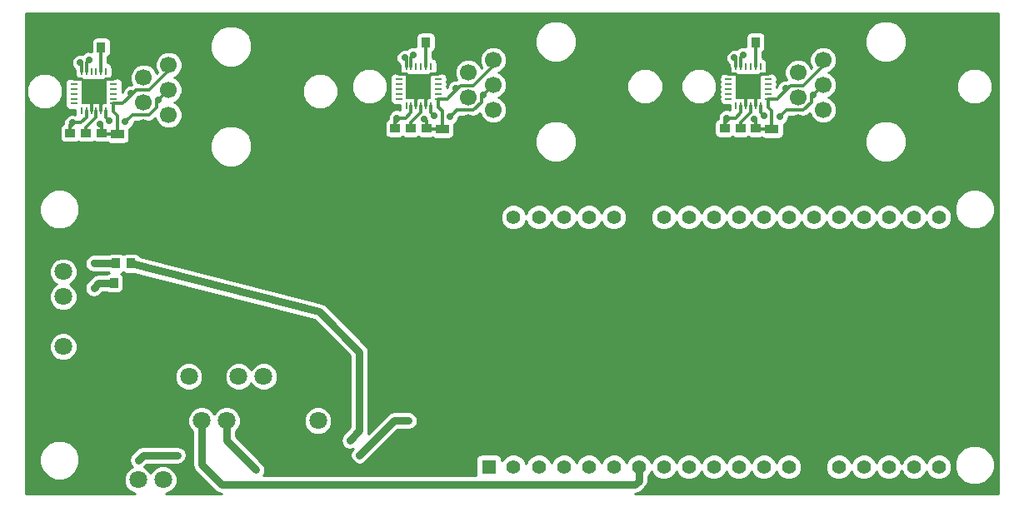
<source format=gtl>
G04 #@! TF.FileFunction,Copper,L1,Top,Signal*
%FSLAX46Y46*%
G04 Gerber Fmt 4.6, Leading zero omitted, Abs format (unit mm)*
G04 Created by KiCad (PCBNEW 4.0.7) date 11/21/18 11:39:18*
%MOMM*%
%LPD*%
G01*
G04 APERTURE LIST*
%ADD10C,0.150000*%
%ADD11R,1.397000X0.889000*%
%ADD12R,2.499360X2.499360*%
%ADD13O,0.800100X0.248920*%
%ADD14O,0.248920X0.800100*%
%ADD15C,0.600000*%
%ADD16R,1.000760X0.899160*%
%ADD17R,0.899160X1.000760*%
%ADD18C,1.700000*%
%ADD19C,1.800000*%
%ADD20C,1.397000*%
%ADD21R,1.397000X1.397000*%
%ADD22C,0.700000*%
%ADD23C,0.300000*%
%ADD24C,0.250000*%
%ADD25C,0.800000*%
%ADD26C,0.254000*%
G04 APERTURE END LIST*
D10*
D11*
X85400000Y-115347500D03*
X85400000Y-117252500D03*
D12*
X83000000Y-111000000D03*
D13*
X81001020Y-109750320D03*
X81001020Y-110250700D03*
X81001020Y-110751080D03*
X81001020Y-111248920D03*
X81001020Y-111749300D03*
X81001020Y-112249680D03*
D14*
X81750320Y-112998980D03*
X82250700Y-112998980D03*
X82751080Y-112998980D03*
X83248920Y-112998980D03*
X83749300Y-112998980D03*
X84249680Y-112998980D03*
D13*
X84998980Y-112249680D03*
X84998980Y-111749300D03*
X84998980Y-111248920D03*
X84998980Y-110751080D03*
X84998980Y-110250700D03*
X84998980Y-109750320D03*
D14*
X84249680Y-109001020D03*
X83749300Y-109001020D03*
X83248920Y-109001020D03*
X82751080Y-109001020D03*
X82250700Y-109001020D03*
X81750320Y-109001020D03*
D15*
X83000000Y-111000000D03*
X83762000Y-110238000D03*
X82238000Y-110238000D03*
X83762000Y-111762000D03*
X82238000Y-111762000D03*
D16*
X83800000Y-116751840D03*
X83800000Y-115248160D03*
X82200000Y-116751840D03*
X82200000Y-115248160D03*
D17*
X85251840Y-106500000D03*
X83748160Y-106500000D03*
D16*
X80600000Y-116751840D03*
X80600000Y-115248160D03*
D15*
X106900000Y-104300000D03*
X107900000Y-104300000D03*
X106900000Y-105500000D03*
X107900000Y-105500000D03*
X106900000Y-106500000D03*
X107900000Y-106500000D03*
X106900000Y-107500000D03*
X107900000Y-107500000D03*
X106900000Y-114500000D03*
X107900000Y-114500000D03*
X106900000Y-115500000D03*
X107900000Y-115500000D03*
X106900000Y-116500000D03*
X107900000Y-116500000D03*
X106900000Y-117500000D03*
X107900000Y-117500000D03*
X105800000Y-117500000D03*
X104800000Y-117500000D03*
X105800000Y-116500000D03*
X104800000Y-116500000D03*
X105800000Y-115500000D03*
X104800000Y-115500000D03*
X105800000Y-114500000D03*
X104800000Y-114500000D03*
X105800000Y-107500000D03*
X104800000Y-107500000D03*
X105800000Y-106500000D03*
X104800000Y-106500000D03*
X105800000Y-105500000D03*
X104800000Y-105500000D03*
X105800000Y-104300000D03*
X104800000Y-104300000D03*
X100700000Y-104300000D03*
X101700000Y-104300000D03*
X100700000Y-105500000D03*
X101700000Y-105500000D03*
X100700000Y-106500000D03*
X101700000Y-106500000D03*
X100700000Y-107500000D03*
X101700000Y-107500000D03*
X100700000Y-108500000D03*
X101700000Y-108500000D03*
X100700000Y-109500000D03*
X101700000Y-109500000D03*
X100700000Y-110500000D03*
X101700000Y-110500000D03*
X100700000Y-111500000D03*
X101700000Y-111500000D03*
X100700000Y-112500000D03*
X101700000Y-112500000D03*
X100700000Y-113500000D03*
X101700000Y-113500000D03*
X100700000Y-114500000D03*
X101700000Y-114500000D03*
X100700000Y-115500000D03*
X101700000Y-115500000D03*
X100700000Y-116500000D03*
X101700000Y-116500000D03*
X100700000Y-117500000D03*
X101700000Y-117500000D03*
X103800000Y-117500000D03*
X102800000Y-117500000D03*
X103800000Y-116500000D03*
X102800000Y-116500000D03*
X103800000Y-115500000D03*
X102800000Y-115500000D03*
X103800000Y-114500000D03*
X102800000Y-114500000D03*
X102800000Y-113500000D03*
X102800000Y-112500000D03*
X102800000Y-111500000D03*
X102800000Y-110500000D03*
X102800000Y-109500000D03*
X102800000Y-108500000D03*
X103800000Y-107500000D03*
X102800000Y-107500000D03*
X103800000Y-106500000D03*
X102800000Y-106500000D03*
X103800000Y-105500000D03*
X102800000Y-105500000D03*
X103800000Y-104300000D03*
X102800000Y-104300000D03*
D18*
X88060000Y-114675000D03*
X88060000Y-112135000D03*
X88060000Y-109595000D03*
X90600000Y-110865000D03*
X90600000Y-108325000D03*
X90600000Y-113405000D03*
D15*
X78600000Y-115000000D03*
X78600000Y-116000000D03*
X78600000Y-117000000D03*
X78600000Y-118000000D03*
X77500000Y-118000000D03*
X76500000Y-118000000D03*
X77500000Y-117000000D03*
X76500000Y-117000000D03*
X77500000Y-116000000D03*
X76500000Y-116000000D03*
X77500000Y-115000000D03*
X76500000Y-115000000D03*
X76800000Y-105600000D03*
X77800000Y-105600000D03*
X76800000Y-106600000D03*
X77800000Y-106600000D03*
X76800000Y-107600000D03*
X77800000Y-107600000D03*
X76800000Y-108600000D03*
X77800000Y-108600000D03*
X78900000Y-108600000D03*
X78900000Y-107600000D03*
X78900000Y-106600000D03*
X78900000Y-105600000D03*
D19*
X103240160Y-144500000D03*
X105780160Y-144500000D03*
X93960000Y-144500000D03*
X96500000Y-144500000D03*
X99040000Y-144500000D03*
X84960000Y-150500000D03*
X87500000Y-150500000D03*
X90040000Y-150500000D03*
D17*
X86751840Y-128500000D03*
X85248160Y-128500000D03*
X86551840Y-130500000D03*
X85048160Y-130500000D03*
D20*
X166320000Y-123800000D03*
X168860000Y-123800000D03*
X163780000Y-123800000D03*
X161240000Y-123800000D03*
X158700000Y-123800000D03*
X158700000Y-149200000D03*
X161240000Y-149200000D03*
X163780000Y-149200000D03*
X168860000Y-149200000D03*
X166350000Y-149200000D03*
X140920000Y-123800000D03*
X143460000Y-123800000D03*
X138380000Y-123800000D03*
X135840000Y-123800000D03*
X133300000Y-123800000D03*
X130760000Y-123800000D03*
X128220000Y-123800000D03*
X125650000Y-123800000D03*
X146000000Y-123800000D03*
X148540000Y-123800000D03*
X151080000Y-123800000D03*
X156160000Y-123800000D03*
X153620000Y-123800000D03*
X153620000Y-149200000D03*
X156160000Y-149200000D03*
X151080000Y-149200000D03*
X148540000Y-149200000D03*
X146000000Y-149200000D03*
X123140000Y-123800000D03*
D21*
X123140000Y-149200000D03*
D20*
X125650000Y-149200000D03*
X128220000Y-149200000D03*
X130760000Y-149200000D03*
X133300000Y-149200000D03*
X135840000Y-149200000D03*
X138380000Y-149200000D03*
X143460000Y-149200000D03*
X140920000Y-149200000D03*
D19*
X92650000Y-140000000D03*
X95190000Y-140000000D03*
X100259840Y-140000000D03*
X97719840Y-140000000D03*
X79900000Y-129350000D03*
X79900000Y-131890000D03*
X79900000Y-136959840D03*
X79900000Y-134419840D03*
D15*
X145400000Y-105100000D03*
X145400000Y-106100000D03*
X145400000Y-107100000D03*
X145400000Y-108100000D03*
X144300000Y-108100000D03*
X143300000Y-108100000D03*
X144300000Y-107100000D03*
X143300000Y-107100000D03*
X144300000Y-106100000D03*
X143300000Y-106100000D03*
X144300000Y-105100000D03*
X143300000Y-105100000D03*
X143000000Y-114500000D03*
X144000000Y-114500000D03*
X143000000Y-115500000D03*
X144000000Y-115500000D03*
X143000000Y-116500000D03*
X144000000Y-116500000D03*
X143000000Y-117500000D03*
X144000000Y-117500000D03*
X145100000Y-117500000D03*
X145100000Y-116500000D03*
X145100000Y-115500000D03*
X145100000Y-114500000D03*
D18*
X154560000Y-114175000D03*
X154560000Y-111635000D03*
X154560000Y-109095000D03*
X157100000Y-110365000D03*
X157100000Y-107825000D03*
X157100000Y-112905000D03*
D15*
X169300000Y-103800000D03*
X170300000Y-103800000D03*
X169300000Y-105000000D03*
X170300000Y-105000000D03*
X169300000Y-106000000D03*
X170300000Y-106000000D03*
X169300000Y-107000000D03*
X170300000Y-107000000D03*
X169300000Y-108000000D03*
X169300000Y-109000000D03*
X169300000Y-110000000D03*
X169300000Y-111000000D03*
X169300000Y-112000000D03*
X169300000Y-113000000D03*
X169300000Y-114000000D03*
X170300000Y-114000000D03*
X169300000Y-115000000D03*
X170300000Y-115000000D03*
X169300000Y-116000000D03*
X170300000Y-116000000D03*
X169300000Y-117000000D03*
X170300000Y-117000000D03*
X168200000Y-117000000D03*
X167200000Y-117000000D03*
X168200000Y-116000000D03*
X167200000Y-116000000D03*
X168200000Y-115000000D03*
X167200000Y-115000000D03*
X168200000Y-114000000D03*
X167200000Y-114000000D03*
X168200000Y-113000000D03*
X167200000Y-113000000D03*
X168200000Y-112000000D03*
X167200000Y-112000000D03*
X168200000Y-111000000D03*
X167200000Y-111000000D03*
X168200000Y-110000000D03*
X167200000Y-110000000D03*
X168200000Y-109000000D03*
X167200000Y-109000000D03*
X168200000Y-108000000D03*
X167200000Y-108000000D03*
X168200000Y-107000000D03*
X167200000Y-107000000D03*
X168200000Y-106000000D03*
X167200000Y-106000000D03*
X168200000Y-105000000D03*
X167200000Y-105000000D03*
X168200000Y-103800000D03*
X167200000Y-103800000D03*
X171300000Y-103800000D03*
X172300000Y-103800000D03*
X171300000Y-105000000D03*
X172300000Y-105000000D03*
X171300000Y-106000000D03*
X172300000Y-106000000D03*
X171300000Y-107000000D03*
X172300000Y-107000000D03*
X171300000Y-114000000D03*
X172300000Y-114000000D03*
X171300000Y-115000000D03*
X172300000Y-115000000D03*
X171300000Y-116000000D03*
X172300000Y-116000000D03*
X171300000Y-117000000D03*
X172300000Y-117000000D03*
X174400000Y-117000000D03*
X173400000Y-117000000D03*
X174400000Y-116000000D03*
X173400000Y-116000000D03*
X174400000Y-115000000D03*
X173400000Y-115000000D03*
X174400000Y-114000000D03*
X173400000Y-114000000D03*
X174400000Y-107000000D03*
X173400000Y-107000000D03*
X174400000Y-106000000D03*
X173400000Y-106000000D03*
X174400000Y-105000000D03*
X173400000Y-105000000D03*
X174400000Y-103800000D03*
X173400000Y-103800000D03*
D16*
X147100000Y-116251840D03*
X147100000Y-114748160D03*
D17*
X151751840Y-106000000D03*
X150248160Y-106000000D03*
D16*
X148700000Y-116251840D03*
X148700000Y-114748160D03*
X150300000Y-116251840D03*
X150300000Y-114748160D03*
D12*
X149500000Y-110500000D03*
D13*
X147501020Y-109250320D03*
X147501020Y-109750700D03*
X147501020Y-110251080D03*
X147501020Y-110748920D03*
X147501020Y-111249300D03*
X147501020Y-111749680D03*
D14*
X148250320Y-112498980D03*
X148750700Y-112498980D03*
X149251080Y-112498980D03*
X149748920Y-112498980D03*
X150249300Y-112498980D03*
X150749680Y-112498980D03*
D13*
X151498980Y-111749680D03*
X151498980Y-111249300D03*
X151498980Y-110748920D03*
X151498980Y-110251080D03*
X151498980Y-109750700D03*
X151498980Y-109250320D03*
D14*
X150749680Y-108501020D03*
X150249300Y-108501020D03*
X149748920Y-108501020D03*
X149251080Y-108501020D03*
X148750700Y-108501020D03*
X148250320Y-108501020D03*
D15*
X149500000Y-110500000D03*
X150262000Y-109738000D03*
X148738000Y-109738000D03*
X150262000Y-111262000D03*
X148738000Y-111262000D03*
D11*
X151900000Y-114847500D03*
X151900000Y-116752500D03*
D15*
X111900000Y-105100000D03*
X111900000Y-106100000D03*
X111900000Y-107100000D03*
X111900000Y-108100000D03*
X110800000Y-108100000D03*
X109800000Y-108100000D03*
X110800000Y-107100000D03*
X109800000Y-107100000D03*
X110800000Y-106100000D03*
X109800000Y-106100000D03*
X110800000Y-105100000D03*
X109800000Y-105100000D03*
X109500000Y-114500000D03*
X110500000Y-114500000D03*
X109500000Y-115500000D03*
X110500000Y-115500000D03*
X109500000Y-116500000D03*
X110500000Y-116500000D03*
X109500000Y-117500000D03*
X110500000Y-117500000D03*
X111600000Y-117500000D03*
X111600000Y-116500000D03*
X111600000Y-115500000D03*
X111600000Y-114500000D03*
D18*
X121060000Y-114175000D03*
X121060000Y-111635000D03*
X121060000Y-109095000D03*
X123600000Y-110365000D03*
X123600000Y-107825000D03*
X123600000Y-112905000D03*
D15*
X135800000Y-103800000D03*
X136800000Y-103800000D03*
X135800000Y-105000000D03*
X136800000Y-105000000D03*
X135800000Y-106000000D03*
X136800000Y-106000000D03*
X135800000Y-107000000D03*
X136800000Y-107000000D03*
X135800000Y-108000000D03*
X135800000Y-109000000D03*
X135800000Y-110000000D03*
X135800000Y-111000000D03*
X135800000Y-112000000D03*
X135800000Y-113000000D03*
X135800000Y-114000000D03*
X136800000Y-114000000D03*
X135800000Y-115000000D03*
X136800000Y-115000000D03*
X135800000Y-116000000D03*
X136800000Y-116000000D03*
X135800000Y-117000000D03*
X136800000Y-117000000D03*
X134700000Y-117000000D03*
X133700000Y-117000000D03*
X134700000Y-116000000D03*
X133700000Y-116000000D03*
X134700000Y-115000000D03*
X133700000Y-115000000D03*
X134700000Y-114000000D03*
X133700000Y-114000000D03*
X134700000Y-113000000D03*
X133700000Y-113000000D03*
X134700000Y-112000000D03*
X133700000Y-112000000D03*
X134700000Y-111000000D03*
X133700000Y-111000000D03*
X134700000Y-110000000D03*
X133700000Y-110000000D03*
X134700000Y-109000000D03*
X133700000Y-109000000D03*
X134700000Y-108000000D03*
X133700000Y-108000000D03*
X134700000Y-107000000D03*
X133700000Y-107000000D03*
X134700000Y-106000000D03*
X133700000Y-106000000D03*
X134700000Y-105000000D03*
X133700000Y-105000000D03*
X134700000Y-103800000D03*
X133700000Y-103800000D03*
X137800000Y-103800000D03*
X138800000Y-103800000D03*
X137800000Y-105000000D03*
X138800000Y-105000000D03*
X137800000Y-106000000D03*
X138800000Y-106000000D03*
X137800000Y-107000000D03*
X138800000Y-107000000D03*
X137800000Y-114000000D03*
X138800000Y-114000000D03*
X137800000Y-115000000D03*
X138800000Y-115000000D03*
X137800000Y-116000000D03*
X138800000Y-116000000D03*
X137800000Y-117000000D03*
X138800000Y-117000000D03*
X140900000Y-117000000D03*
X139900000Y-117000000D03*
X140900000Y-116000000D03*
X139900000Y-116000000D03*
X140900000Y-115000000D03*
X139900000Y-115000000D03*
X140900000Y-114000000D03*
X139900000Y-114000000D03*
X140900000Y-107000000D03*
X139900000Y-107000000D03*
X140900000Y-106000000D03*
X139900000Y-106000000D03*
X140900000Y-105000000D03*
X139900000Y-105000000D03*
X140900000Y-103800000D03*
X139900000Y-103800000D03*
D16*
X113600000Y-116251840D03*
X113600000Y-114748160D03*
D17*
X118251840Y-106000000D03*
X116748160Y-106000000D03*
D16*
X115200000Y-116251840D03*
X115200000Y-114748160D03*
X116800000Y-116251840D03*
X116800000Y-114748160D03*
D12*
X116000000Y-110500000D03*
D13*
X114001020Y-109250320D03*
X114001020Y-109750700D03*
X114001020Y-110251080D03*
X114001020Y-110748920D03*
X114001020Y-111249300D03*
X114001020Y-111749680D03*
D14*
X114750320Y-112498980D03*
X115250700Y-112498980D03*
X115751080Y-112498980D03*
X116248920Y-112498980D03*
X116749300Y-112498980D03*
X117249680Y-112498980D03*
D13*
X117998980Y-111749680D03*
X117998980Y-111249300D03*
X117998980Y-110748920D03*
X117998980Y-110251080D03*
X117998980Y-109750700D03*
X117998980Y-109250320D03*
D14*
X117249680Y-108501020D03*
X116749300Y-108501020D03*
X116248920Y-108501020D03*
X115751080Y-108501020D03*
X115250700Y-108501020D03*
X114750320Y-108501020D03*
D15*
X116000000Y-110500000D03*
X116762000Y-109738000D03*
X115238000Y-109738000D03*
X116762000Y-111262000D03*
X115238000Y-111262000D03*
D11*
X118400000Y-114847500D03*
X118400000Y-116752500D03*
D22*
X81600000Y-108100000D03*
X148100000Y-107600000D03*
X114600000Y-107600000D03*
X82500000Y-107800000D03*
X149000000Y-107300000D03*
X115500000Y-107300000D03*
X99500000Y-149500000D03*
X83000000Y-131000000D03*
X109000000Y-146500000D03*
X115000000Y-144500000D03*
X91500000Y-148000000D03*
X110000000Y-148000000D03*
X87500000Y-148500000D03*
X83000000Y-128500000D03*
X80800000Y-114200000D03*
X83600000Y-114300000D03*
X86800000Y-111200000D03*
X153300000Y-110700000D03*
X150100000Y-113800000D03*
X147300000Y-113700000D03*
X119800000Y-110700000D03*
X116600000Y-113800000D03*
X113800000Y-113700000D03*
X84600000Y-114000000D03*
X86200000Y-114100000D03*
X89600000Y-111900000D03*
X156100000Y-111400000D03*
X152700000Y-113600000D03*
X151100000Y-113500000D03*
X122600000Y-111400000D03*
X119200000Y-113600000D03*
X117600000Y-113500000D03*
D23*
X82751080Y-111248920D02*
X83000000Y-111000000D01*
X82751080Y-112998980D02*
X82751080Y-111248920D01*
X83749300Y-111749300D02*
X83000000Y-111000000D01*
X83749300Y-112998980D02*
X83749300Y-111749300D01*
X81750320Y-109750320D02*
X83000000Y-111000000D01*
X81001020Y-109750320D02*
X81750320Y-109750320D01*
X84249680Y-109750320D02*
X83000000Y-111000000D01*
X84998980Y-109750320D02*
X84249680Y-109750320D01*
X151498980Y-109250320D02*
X150749680Y-109250320D01*
X150749680Y-109250320D02*
X149500000Y-110500000D01*
X147501020Y-109250320D02*
X148250320Y-109250320D01*
X148250320Y-109250320D02*
X149500000Y-110500000D01*
X150249300Y-112498980D02*
X150249300Y-111249300D01*
X150249300Y-111249300D02*
X149500000Y-110500000D01*
X149251080Y-112498980D02*
X149251080Y-110748920D01*
X149251080Y-110748920D02*
X149500000Y-110500000D01*
X117998980Y-109250320D02*
X117249680Y-109250320D01*
X117249680Y-109250320D02*
X116000000Y-110500000D01*
X114001020Y-109250320D02*
X114750320Y-109250320D01*
X114750320Y-109250320D02*
X116000000Y-110500000D01*
X116749300Y-112498980D02*
X116749300Y-111249300D01*
X116749300Y-111249300D02*
X116000000Y-110500000D01*
X115751080Y-112498980D02*
X115751080Y-110748920D01*
X115751080Y-110748920D02*
X116000000Y-110500000D01*
X81750320Y-109001020D02*
X81750320Y-108250320D01*
X81750320Y-108250320D02*
X81600000Y-108100000D01*
X148250320Y-107750320D02*
X148100000Y-107600000D01*
X148250320Y-108501020D02*
X148250320Y-107750320D01*
X114750320Y-107750320D02*
X114600000Y-107600000D01*
X114750320Y-108501020D02*
X114750320Y-107750320D01*
D24*
X88100000Y-112700000D02*
X87535000Y-112135000D01*
D23*
X82250700Y-109001020D02*
X82250700Y-108049300D01*
X82250700Y-108049300D02*
X82500000Y-107800000D01*
X148750700Y-107549300D02*
X149000000Y-107300000D01*
X148750700Y-108501020D02*
X148750700Y-107549300D01*
D24*
X154600000Y-112200000D02*
X154035000Y-111635000D01*
D23*
X115250700Y-107549300D02*
X115500000Y-107300000D01*
X115250700Y-108501020D02*
X115250700Y-107549300D01*
D24*
X121100000Y-112200000D02*
X120535000Y-111635000D01*
D25*
X96500000Y-146500000D02*
X96500000Y-144500000D01*
X99500000Y-149500000D02*
X96500000Y-146500000D01*
X96000000Y-151000000D02*
X138000000Y-151000000D01*
X138380000Y-150620000D02*
X138380000Y-149200000D01*
X138000000Y-151000000D02*
X138380000Y-150620000D01*
X93960000Y-144500000D02*
X93960000Y-148960000D01*
X93960000Y-148960000D02*
X96000000Y-151000000D01*
X96000000Y-151000000D02*
X137500000Y-151000000D01*
X86751840Y-128500000D02*
X105900000Y-133400000D01*
X110000000Y-145500000D02*
X109000000Y-146500000D01*
X110000000Y-137500000D02*
X110000000Y-145500000D01*
X105900000Y-133400000D02*
X110000000Y-137500000D01*
X83500000Y-130500000D02*
X85048160Y-130500000D01*
X83000000Y-131000000D02*
X83500000Y-130500000D01*
X110000000Y-148000000D02*
X113500000Y-144500000D01*
X113500000Y-144500000D02*
X115000000Y-144500000D01*
X88000000Y-148000000D02*
X91500000Y-148000000D01*
X87500000Y-148500000D02*
X88000000Y-148000000D01*
X83000000Y-128500000D02*
X85248160Y-128500000D01*
D23*
X84998980Y-112249680D02*
X84998980Y-113098980D01*
X84998980Y-113098980D02*
X85400000Y-113500000D01*
X85400000Y-113500000D02*
X85400000Y-115347500D01*
X85400000Y-115347500D02*
X83899340Y-115347500D01*
X83899340Y-115347500D02*
X83800000Y-115248160D01*
X82250700Y-112998980D02*
X82250700Y-113649300D01*
X82250700Y-113649300D02*
X81700000Y-114200000D01*
X81700000Y-114200000D02*
X81100000Y-114200000D01*
X81100000Y-114200000D02*
X80600000Y-114700000D01*
X80600000Y-114700000D02*
X80600000Y-115248160D01*
X85950320Y-112249680D02*
X86900000Y-111300000D01*
X87300000Y-110900000D02*
X88600000Y-110900000D01*
X86900000Y-111300000D02*
X87300000Y-110900000D01*
X88600000Y-110900000D02*
X90600000Y-108900000D01*
X84998980Y-112249680D02*
X85950320Y-112249680D01*
X80600000Y-114400000D02*
X80800000Y-114200000D01*
X83600000Y-114300000D02*
X83800000Y-114500000D01*
X83800000Y-114500000D02*
X83800000Y-115248160D01*
X80600000Y-115248160D02*
X80600000Y-114400000D01*
X86800000Y-111200000D02*
X86900000Y-111300000D01*
X153300000Y-110700000D02*
X153400000Y-110800000D01*
X147100000Y-114748160D02*
X147100000Y-113900000D01*
X150300000Y-114000000D02*
X150300000Y-114748160D01*
X150100000Y-113800000D02*
X150300000Y-114000000D01*
X147100000Y-113900000D02*
X147300000Y-113700000D01*
X151498980Y-111749680D02*
X152450320Y-111749680D01*
X155100000Y-110400000D02*
X157100000Y-108400000D01*
X153400000Y-110800000D02*
X153800000Y-110400000D01*
X153800000Y-110400000D02*
X155100000Y-110400000D01*
X152450320Y-111749680D02*
X153400000Y-110800000D01*
X147100000Y-114200000D02*
X147100000Y-114748160D01*
X147600000Y-113700000D02*
X147100000Y-114200000D01*
X148200000Y-113700000D02*
X147600000Y-113700000D01*
X148750700Y-113149300D02*
X148200000Y-113700000D01*
X148750700Y-112498980D02*
X148750700Y-113149300D01*
X150399340Y-114847500D02*
X150300000Y-114748160D01*
X151900000Y-114847500D02*
X150399340Y-114847500D01*
X151900000Y-113000000D02*
X151900000Y-114847500D01*
X151498980Y-112598980D02*
X151900000Y-113000000D01*
X151498980Y-111749680D02*
X151498980Y-112598980D01*
X119800000Y-110700000D02*
X119900000Y-110800000D01*
X113600000Y-114748160D02*
X113600000Y-113900000D01*
X116800000Y-114000000D02*
X116800000Y-114748160D01*
X116600000Y-113800000D02*
X116800000Y-114000000D01*
X113600000Y-113900000D02*
X113800000Y-113700000D01*
X117998980Y-111749680D02*
X118950320Y-111749680D01*
X121600000Y-110400000D02*
X123600000Y-108400000D01*
X119900000Y-110800000D02*
X120300000Y-110400000D01*
X120300000Y-110400000D02*
X121600000Y-110400000D01*
X118950320Y-111749680D02*
X119900000Y-110800000D01*
X113600000Y-114200000D02*
X113600000Y-114748160D01*
X114100000Y-113700000D02*
X113600000Y-114200000D01*
X114700000Y-113700000D02*
X114100000Y-113700000D01*
X115250700Y-113149300D02*
X114700000Y-113700000D01*
X115250700Y-112498980D02*
X115250700Y-113149300D01*
X116899340Y-114847500D02*
X116800000Y-114748160D01*
X118400000Y-114847500D02*
X116899340Y-114847500D01*
X118400000Y-113000000D02*
X118400000Y-114847500D01*
X117998980Y-112598980D02*
X118400000Y-113000000D01*
X117998980Y-111749680D02*
X117998980Y-112598980D01*
X83749300Y-109001020D02*
X83749300Y-106501140D01*
X83749300Y-106501140D02*
X83748160Y-106500000D01*
X150249300Y-106001140D02*
X150248160Y-106000000D01*
X150249300Y-108501020D02*
X150249300Y-106001140D01*
X116749300Y-106001140D02*
X116748160Y-106000000D01*
X116749300Y-108501020D02*
X116749300Y-106001140D01*
X83248920Y-112998980D02*
X83248920Y-113651080D01*
X83248920Y-113651080D02*
X82200000Y-114700000D01*
X82200000Y-114700000D02*
X82200000Y-115248160D01*
X148700000Y-114200000D02*
X148700000Y-114748160D01*
X149748920Y-113151080D02*
X148700000Y-114200000D01*
X149748920Y-112498980D02*
X149748920Y-113151080D01*
X115200000Y-114200000D02*
X115200000Y-114748160D01*
X116248920Y-113151080D02*
X115200000Y-114200000D01*
X116248920Y-112498980D02*
X116248920Y-113151080D01*
X84249680Y-112998980D02*
X84249680Y-113649680D01*
X84249680Y-113649680D02*
X84600000Y-114000000D01*
X86200000Y-114100000D02*
X86600000Y-113700000D01*
X86600000Y-113700000D02*
X86900000Y-113400000D01*
X86900000Y-113400000D02*
X88600000Y-113400000D01*
X88600000Y-113400000D02*
X89400000Y-112600000D01*
X89400000Y-112600000D02*
X89400000Y-112065000D01*
X89400000Y-112065000D02*
X90600000Y-110865000D01*
X89435000Y-112065000D02*
X89600000Y-111900000D01*
X89400000Y-112065000D02*
X89435000Y-112065000D01*
X155900000Y-111565000D02*
X155935000Y-111565000D01*
X155935000Y-111565000D02*
X156100000Y-111400000D01*
X155900000Y-111565000D02*
X157100000Y-110365000D01*
X155900000Y-112100000D02*
X155900000Y-111565000D01*
X155100000Y-112900000D02*
X155900000Y-112100000D01*
X153400000Y-112900000D02*
X155100000Y-112900000D01*
X153100000Y-113200000D02*
X153400000Y-112900000D01*
X152700000Y-113600000D02*
X153100000Y-113200000D01*
X150749680Y-113149680D02*
X151100000Y-113500000D01*
X150749680Y-112498980D02*
X150749680Y-113149680D01*
X122400000Y-111565000D02*
X122435000Y-111565000D01*
X122435000Y-111565000D02*
X122600000Y-111400000D01*
X122400000Y-111565000D02*
X123600000Y-110365000D01*
X122400000Y-112100000D02*
X122400000Y-111565000D01*
X121600000Y-112900000D02*
X122400000Y-112100000D01*
X119900000Y-112900000D02*
X121600000Y-112900000D01*
X119600000Y-113200000D02*
X119900000Y-112900000D01*
X119200000Y-113600000D02*
X119600000Y-113200000D01*
X117249680Y-113149680D02*
X117600000Y-113500000D01*
X117249680Y-112498980D02*
X117249680Y-113149680D01*
D26*
G36*
X174923000Y-151923000D02*
X138020109Y-151923000D01*
X138354748Y-151856436D01*
X138655488Y-151655488D01*
X139035488Y-151275488D01*
X139236436Y-150974748D01*
X139307000Y-150620000D01*
X139307000Y-150147522D01*
X139503049Y-149951816D01*
X139650112Y-149597649D01*
X139795641Y-149949854D01*
X140168184Y-150323049D01*
X140655185Y-150525269D01*
X141182502Y-150525730D01*
X141669854Y-150324359D01*
X142043049Y-149951816D01*
X142190112Y-149597649D01*
X142335641Y-149949854D01*
X142708184Y-150323049D01*
X143195185Y-150525269D01*
X143722502Y-150525730D01*
X144209854Y-150324359D01*
X144583049Y-149951816D01*
X144730112Y-149597649D01*
X144875641Y-149949854D01*
X145248184Y-150323049D01*
X145735185Y-150525269D01*
X146262502Y-150525730D01*
X146749854Y-150324359D01*
X147123049Y-149951816D01*
X147270112Y-149597649D01*
X147415641Y-149949854D01*
X147788184Y-150323049D01*
X148275185Y-150525269D01*
X148802502Y-150525730D01*
X149289854Y-150324359D01*
X149663049Y-149951816D01*
X149810112Y-149597649D01*
X149955641Y-149949854D01*
X150328184Y-150323049D01*
X150815185Y-150525269D01*
X151342502Y-150525730D01*
X151829854Y-150324359D01*
X152203049Y-149951816D01*
X152350112Y-149597649D01*
X152495641Y-149949854D01*
X152868184Y-150323049D01*
X153355185Y-150525269D01*
X153882502Y-150525730D01*
X154369854Y-150324359D01*
X154743049Y-149951816D01*
X154945269Y-149464815D01*
X154945271Y-149462502D01*
X157374270Y-149462502D01*
X157575641Y-149949854D01*
X157948184Y-150323049D01*
X158435185Y-150525269D01*
X158962502Y-150525730D01*
X159449854Y-150324359D01*
X159823049Y-149951816D01*
X159970112Y-149597649D01*
X160115641Y-149949854D01*
X160488184Y-150323049D01*
X160975185Y-150525269D01*
X161502502Y-150525730D01*
X161989854Y-150324359D01*
X162363049Y-149951816D01*
X162510112Y-149597649D01*
X162655641Y-149949854D01*
X163028184Y-150323049D01*
X163515185Y-150525269D01*
X164042502Y-150525730D01*
X164529854Y-150324359D01*
X164903049Y-149951816D01*
X165065149Y-149561436D01*
X165225641Y-149949854D01*
X165598184Y-150323049D01*
X166085185Y-150525269D01*
X166612502Y-150525730D01*
X167099854Y-150324359D01*
X167473049Y-149951816D01*
X167605075Y-149633862D01*
X167735641Y-149949854D01*
X168108184Y-150323049D01*
X168595185Y-150525269D01*
X169122502Y-150525730D01*
X169609854Y-150324359D01*
X169983049Y-149951816D01*
X170185269Y-149464815D01*
X170185324Y-149401426D01*
X170472649Y-149401426D01*
X170780591Y-150146703D01*
X171350298Y-150717405D01*
X172095036Y-151026647D01*
X172901426Y-151027351D01*
X173646703Y-150719409D01*
X174217405Y-150149702D01*
X174526647Y-149404964D01*
X174527351Y-148598574D01*
X174219409Y-147853297D01*
X173649702Y-147282595D01*
X172904964Y-146973353D01*
X172098574Y-146972649D01*
X171353297Y-147280591D01*
X170782595Y-147850298D01*
X170473353Y-148595036D01*
X170472649Y-149401426D01*
X170185324Y-149401426D01*
X170185730Y-148937498D01*
X169984359Y-148450146D01*
X169611816Y-148076951D01*
X169124815Y-147874731D01*
X168597498Y-147874270D01*
X168110146Y-148075641D01*
X167736951Y-148448184D01*
X167604925Y-148766138D01*
X167474359Y-148450146D01*
X167101816Y-148076951D01*
X166614815Y-147874731D01*
X166087498Y-147874270D01*
X165600146Y-148075641D01*
X165226951Y-148448184D01*
X165064851Y-148838564D01*
X164904359Y-148450146D01*
X164531816Y-148076951D01*
X164044815Y-147874731D01*
X163517498Y-147874270D01*
X163030146Y-148075641D01*
X162656951Y-148448184D01*
X162509888Y-148802351D01*
X162364359Y-148450146D01*
X161991816Y-148076951D01*
X161504815Y-147874731D01*
X160977498Y-147874270D01*
X160490146Y-148075641D01*
X160116951Y-148448184D01*
X159969888Y-148802351D01*
X159824359Y-148450146D01*
X159451816Y-148076951D01*
X158964815Y-147874731D01*
X158437498Y-147874270D01*
X157950146Y-148075641D01*
X157576951Y-148448184D01*
X157374731Y-148935185D01*
X157374270Y-149462502D01*
X154945271Y-149462502D01*
X154945730Y-148937498D01*
X154744359Y-148450146D01*
X154371816Y-148076951D01*
X153884815Y-147874731D01*
X153357498Y-147874270D01*
X152870146Y-148075641D01*
X152496951Y-148448184D01*
X152349888Y-148802351D01*
X152204359Y-148450146D01*
X151831816Y-148076951D01*
X151344815Y-147874731D01*
X150817498Y-147874270D01*
X150330146Y-148075641D01*
X149956951Y-148448184D01*
X149809888Y-148802351D01*
X149664359Y-148450146D01*
X149291816Y-148076951D01*
X148804815Y-147874731D01*
X148277498Y-147874270D01*
X147790146Y-148075641D01*
X147416951Y-148448184D01*
X147269888Y-148802351D01*
X147124359Y-148450146D01*
X146751816Y-148076951D01*
X146264815Y-147874731D01*
X145737498Y-147874270D01*
X145250146Y-148075641D01*
X144876951Y-148448184D01*
X144729888Y-148802351D01*
X144584359Y-148450146D01*
X144211816Y-148076951D01*
X143724815Y-147874731D01*
X143197498Y-147874270D01*
X142710146Y-148075641D01*
X142336951Y-148448184D01*
X142189888Y-148802351D01*
X142044359Y-148450146D01*
X141671816Y-148076951D01*
X141184815Y-147874731D01*
X140657498Y-147874270D01*
X140170146Y-148075641D01*
X139796951Y-148448184D01*
X139649888Y-148802351D01*
X139504359Y-148450146D01*
X139131816Y-148076951D01*
X138644815Y-147874731D01*
X138117498Y-147874270D01*
X137630146Y-148075641D01*
X137256951Y-148448184D01*
X137109888Y-148802351D01*
X136964359Y-148450146D01*
X136591816Y-148076951D01*
X136104815Y-147874731D01*
X135577498Y-147874270D01*
X135090146Y-148075641D01*
X134716951Y-148448184D01*
X134569888Y-148802351D01*
X134424359Y-148450146D01*
X134051816Y-148076951D01*
X133564815Y-147874731D01*
X133037498Y-147874270D01*
X132550146Y-148075641D01*
X132176951Y-148448184D01*
X132029888Y-148802351D01*
X131884359Y-148450146D01*
X131511816Y-148076951D01*
X131024815Y-147874731D01*
X130497498Y-147874270D01*
X130010146Y-148075641D01*
X129636951Y-148448184D01*
X129489888Y-148802351D01*
X129344359Y-148450146D01*
X128971816Y-148076951D01*
X128484815Y-147874731D01*
X127957498Y-147874270D01*
X127470146Y-148075641D01*
X127096951Y-148448184D01*
X126934851Y-148838564D01*
X126774359Y-148450146D01*
X126401816Y-148076951D01*
X125914815Y-147874731D01*
X125387498Y-147874270D01*
X124900146Y-148075641D01*
X124526951Y-148448184D01*
X124477783Y-148566594D01*
X124477783Y-148501500D01*
X124434063Y-148269148D01*
X124296743Y-148055747D01*
X124087217Y-147912583D01*
X123838500Y-147862217D01*
X122441500Y-147862217D01*
X122209148Y-147905937D01*
X121995747Y-148043257D01*
X121852583Y-148252783D01*
X121802217Y-148501500D01*
X121802217Y-149898500D01*
X121835051Y-150073000D01*
X100210605Y-150073000D01*
X100356437Y-149854747D01*
X100427000Y-149500000D01*
X100356437Y-149145253D01*
X100155488Y-148844512D01*
X97427000Y-146116024D01*
X97427000Y-145590941D01*
X97709047Y-145309386D01*
X97926752Y-144785093D01*
X97926754Y-144782603D01*
X104352912Y-144782603D01*
X104569703Y-145307275D01*
X104970774Y-145709047D01*
X105495067Y-145926752D01*
X106062763Y-145927248D01*
X106587435Y-145710457D01*
X106989207Y-145309386D01*
X107206912Y-144785093D01*
X107207408Y-144217397D01*
X106990617Y-143692725D01*
X106589546Y-143290953D01*
X106065253Y-143073248D01*
X105497557Y-143072752D01*
X104972885Y-143289543D01*
X104571113Y-143690614D01*
X104353408Y-144214907D01*
X104352912Y-144782603D01*
X97926754Y-144782603D01*
X97927248Y-144217397D01*
X97710457Y-143692725D01*
X97309386Y-143290953D01*
X96785093Y-143073248D01*
X96217397Y-143072752D01*
X95692725Y-143289543D01*
X95290953Y-143690614D01*
X95230119Y-143837118D01*
X95170457Y-143692725D01*
X94769386Y-143290953D01*
X94245093Y-143073248D01*
X93677397Y-143072752D01*
X93152725Y-143289543D01*
X92750953Y-143690614D01*
X92533248Y-144214907D01*
X92532752Y-144782603D01*
X92749543Y-145307275D01*
X93033000Y-145591227D01*
X93033000Y-148960000D01*
X93103564Y-149314748D01*
X93304512Y-149615488D01*
X95344512Y-151655488D01*
X95645253Y-151856437D01*
X95979890Y-151923000D01*
X90332884Y-151923000D01*
X90847275Y-151710457D01*
X91249047Y-151309386D01*
X91466752Y-150785093D01*
X91467248Y-150217397D01*
X91250457Y-149692725D01*
X90849386Y-149290953D01*
X90325093Y-149073248D01*
X89757397Y-149072752D01*
X89232725Y-149289543D01*
X88830953Y-149690614D01*
X88770119Y-149837118D01*
X88710457Y-149692725D01*
X88309386Y-149290953D01*
X88089436Y-149199622D01*
X88155488Y-149155488D01*
X88383976Y-148927000D01*
X91500000Y-148927000D01*
X91854748Y-148856436D01*
X92155488Y-148655488D01*
X92356436Y-148354748D01*
X92427000Y-148000000D01*
X92356436Y-147645252D01*
X92155488Y-147344512D01*
X91854748Y-147143564D01*
X91500000Y-147073000D01*
X88000000Y-147073000D01*
X87645253Y-147143563D01*
X87344512Y-147344512D01*
X86844512Y-147844512D01*
X86643564Y-148145253D01*
X86573000Y-148500000D01*
X86643564Y-148854747D01*
X86844512Y-149155488D01*
X86910482Y-149199567D01*
X86692725Y-149289543D01*
X86290953Y-149690614D01*
X86073248Y-150214907D01*
X86072752Y-150782603D01*
X86289543Y-151307275D01*
X86690614Y-151709047D01*
X87205871Y-151923000D01*
X76077000Y-151923000D01*
X76077000Y-148901426D01*
X77472649Y-148901426D01*
X77780591Y-149646703D01*
X78350298Y-150217405D01*
X79095036Y-150526647D01*
X79901426Y-150527351D01*
X80646703Y-150219409D01*
X81217405Y-149649702D01*
X81526647Y-148904964D01*
X81527351Y-148098574D01*
X81219409Y-147353297D01*
X80649702Y-146782595D01*
X79904964Y-146473353D01*
X79098574Y-146472649D01*
X78353297Y-146780591D01*
X77782595Y-147350298D01*
X77473353Y-148095036D01*
X77472649Y-148901426D01*
X76077000Y-148901426D01*
X76077000Y-140282603D01*
X91222752Y-140282603D01*
X91439543Y-140807275D01*
X91840614Y-141209047D01*
X92364907Y-141426752D01*
X92932603Y-141427248D01*
X93457275Y-141210457D01*
X93859047Y-140809386D01*
X94076752Y-140285093D01*
X94076754Y-140282603D01*
X96292592Y-140282603D01*
X96509383Y-140807275D01*
X96910454Y-141209047D01*
X97434747Y-141426752D01*
X98002443Y-141427248D01*
X98527115Y-141210457D01*
X98928887Y-140809386D01*
X98989721Y-140662882D01*
X99049383Y-140807275D01*
X99450454Y-141209047D01*
X99974747Y-141426752D01*
X100542443Y-141427248D01*
X101067115Y-141210457D01*
X101468887Y-140809386D01*
X101686592Y-140285093D01*
X101687088Y-139717397D01*
X101470297Y-139192725D01*
X101069226Y-138790953D01*
X100544933Y-138573248D01*
X99977237Y-138572752D01*
X99452565Y-138789543D01*
X99050793Y-139190614D01*
X98989959Y-139337118D01*
X98930297Y-139192725D01*
X98529226Y-138790953D01*
X98004933Y-138573248D01*
X97437237Y-138572752D01*
X96912565Y-138789543D01*
X96510793Y-139190614D01*
X96293088Y-139714907D01*
X96292592Y-140282603D01*
X94076754Y-140282603D01*
X94077248Y-139717397D01*
X93860457Y-139192725D01*
X93459386Y-138790953D01*
X92935093Y-138573248D01*
X92367397Y-138572752D01*
X91842725Y-138789543D01*
X91440953Y-139190614D01*
X91223248Y-139714907D01*
X91222752Y-140282603D01*
X76077000Y-140282603D01*
X76077000Y-137242443D01*
X78472752Y-137242443D01*
X78689543Y-137767115D01*
X79090614Y-138168887D01*
X79614907Y-138386592D01*
X80182603Y-138387088D01*
X80707275Y-138170297D01*
X81109047Y-137769226D01*
X81326752Y-137244933D01*
X81327248Y-136677237D01*
X81110457Y-136152565D01*
X80709386Y-135750793D01*
X80185093Y-135533088D01*
X79617397Y-135532592D01*
X79092725Y-135749383D01*
X78690953Y-136150454D01*
X78473248Y-136674747D01*
X78472752Y-137242443D01*
X76077000Y-137242443D01*
X76077000Y-129632603D01*
X78472752Y-129632603D01*
X78689543Y-130157275D01*
X79090614Y-130559047D01*
X79237118Y-130619881D01*
X79092725Y-130679543D01*
X78690953Y-131080614D01*
X78473248Y-131604907D01*
X78472752Y-132172603D01*
X78689543Y-132697275D01*
X79090614Y-133099047D01*
X79614907Y-133316752D01*
X80182603Y-133317248D01*
X80707275Y-133100457D01*
X81109047Y-132699386D01*
X81326752Y-132175093D01*
X81327248Y-131607397D01*
X81110457Y-131082725D01*
X80709386Y-130680953D01*
X80562882Y-130620119D01*
X80707275Y-130560457D01*
X81109047Y-130159386D01*
X81326752Y-129635093D01*
X81327248Y-129067397D01*
X81110457Y-128542725D01*
X81067807Y-128500000D01*
X82073000Y-128500000D01*
X82143564Y-128854748D01*
X82344512Y-129155488D01*
X82645252Y-129356436D01*
X83000000Y-129427000D01*
X84489468Y-129427000D01*
X84553531Y-129470772D01*
X84403286Y-129499043D01*
X84288354Y-129573000D01*
X83500000Y-129573000D01*
X83145253Y-129643563D01*
X82844512Y-129844512D01*
X82344512Y-130344512D01*
X82143564Y-130645253D01*
X82073000Y-131000000D01*
X82143564Y-131354747D01*
X82344512Y-131655488D01*
X82645253Y-131856436D01*
X83000000Y-131927000D01*
X83354747Y-131856436D01*
X83655488Y-131655488D01*
X83883976Y-131427000D01*
X84289468Y-131427000D01*
X84389531Y-131495370D01*
X84598580Y-131537704D01*
X85497740Y-131537704D01*
X85693034Y-131500957D01*
X85872400Y-131385538D01*
X85992730Y-131209429D01*
X86035064Y-131000380D01*
X86035064Y-129999620D01*
X85998317Y-129804326D01*
X85882898Y-129624960D01*
X85742789Y-129529228D01*
X85893034Y-129500957D01*
X86000335Y-129431911D01*
X86093211Y-129495370D01*
X86302260Y-129537704D01*
X87067718Y-129537704D01*
X105424117Y-134235093D01*
X109073000Y-137883976D01*
X109073000Y-145116024D01*
X108344512Y-145844512D01*
X108143564Y-146145253D01*
X108073000Y-146500000D01*
X108143564Y-146854747D01*
X108344512Y-147155488D01*
X108645253Y-147356436D01*
X109000000Y-147427000D01*
X109333755Y-147360612D01*
X109143564Y-147645253D01*
X109073000Y-148000000D01*
X109143564Y-148354747D01*
X109344512Y-148655488D01*
X109645253Y-148856436D01*
X110000000Y-148927000D01*
X110354747Y-148856436D01*
X110655488Y-148655488D01*
X113883976Y-145427000D01*
X115000000Y-145427000D01*
X115354748Y-145356436D01*
X115655488Y-145155488D01*
X115856436Y-144854748D01*
X115927000Y-144500000D01*
X115856436Y-144145252D01*
X115655488Y-143844512D01*
X115354748Y-143643564D01*
X115000000Y-143573000D01*
X113500000Y-143573000D01*
X113145252Y-143643564D01*
X112844512Y-143844512D01*
X110861939Y-145827085D01*
X110927000Y-145500000D01*
X110927000Y-137500000D01*
X110875769Y-137242443D01*
X110856437Y-137145253D01*
X110655488Y-136844512D01*
X106555488Y-132744512D01*
X106500309Y-132707643D01*
X106455993Y-132658245D01*
X106351285Y-132608069D01*
X106254747Y-132543564D01*
X106189661Y-132530618D01*
X106129813Y-132501938D01*
X87688091Y-127782715D01*
X87586578Y-127624960D01*
X87410469Y-127504630D01*
X87201420Y-127462296D01*
X86302260Y-127462296D01*
X86106966Y-127499043D01*
X85999665Y-127568089D01*
X85906789Y-127504630D01*
X85697740Y-127462296D01*
X84798580Y-127462296D01*
X84603286Y-127499043D01*
X84488354Y-127573000D01*
X83000000Y-127573000D01*
X82645252Y-127643564D01*
X82344512Y-127844512D01*
X82143564Y-128145252D01*
X82073000Y-128500000D01*
X81067807Y-128500000D01*
X80709386Y-128140953D01*
X80185093Y-127923248D01*
X79617397Y-127922752D01*
X79092725Y-128139543D01*
X78690953Y-128540614D01*
X78473248Y-129064907D01*
X78472752Y-129632603D01*
X76077000Y-129632603D01*
X76077000Y-123401426D01*
X77472649Y-123401426D01*
X77780591Y-124146703D01*
X78350298Y-124717405D01*
X79095036Y-125026647D01*
X79901426Y-125027351D01*
X80646703Y-124719409D01*
X81217405Y-124149702D01*
X81253613Y-124062502D01*
X124324270Y-124062502D01*
X124525641Y-124549854D01*
X124898184Y-124923049D01*
X125385185Y-125125269D01*
X125912502Y-125125730D01*
X126399854Y-124924359D01*
X126773049Y-124551816D01*
X126935149Y-124161436D01*
X127095641Y-124549854D01*
X127468184Y-124923049D01*
X127955185Y-125125269D01*
X128482502Y-125125730D01*
X128969854Y-124924359D01*
X129343049Y-124551816D01*
X129490112Y-124197649D01*
X129635641Y-124549854D01*
X130008184Y-124923049D01*
X130495185Y-125125269D01*
X131022502Y-125125730D01*
X131509854Y-124924359D01*
X131883049Y-124551816D01*
X132030112Y-124197649D01*
X132175641Y-124549854D01*
X132548184Y-124923049D01*
X133035185Y-125125269D01*
X133562502Y-125125730D01*
X134049854Y-124924359D01*
X134423049Y-124551816D01*
X134570112Y-124197649D01*
X134715641Y-124549854D01*
X135088184Y-124923049D01*
X135575185Y-125125269D01*
X136102502Y-125125730D01*
X136589854Y-124924359D01*
X136963049Y-124551816D01*
X137165269Y-124064815D01*
X137165271Y-124062502D01*
X139594270Y-124062502D01*
X139795641Y-124549854D01*
X140168184Y-124923049D01*
X140655185Y-125125269D01*
X141182502Y-125125730D01*
X141669854Y-124924359D01*
X142043049Y-124551816D01*
X142190112Y-124197649D01*
X142335641Y-124549854D01*
X142708184Y-124923049D01*
X143195185Y-125125269D01*
X143722502Y-125125730D01*
X144209854Y-124924359D01*
X144583049Y-124551816D01*
X144730112Y-124197649D01*
X144875641Y-124549854D01*
X145248184Y-124923049D01*
X145735185Y-125125269D01*
X146262502Y-125125730D01*
X146749854Y-124924359D01*
X147123049Y-124551816D01*
X147270112Y-124197649D01*
X147415641Y-124549854D01*
X147788184Y-124923049D01*
X148275185Y-125125269D01*
X148802502Y-125125730D01*
X149289854Y-124924359D01*
X149663049Y-124551816D01*
X149810112Y-124197649D01*
X149955641Y-124549854D01*
X150328184Y-124923049D01*
X150815185Y-125125269D01*
X151342502Y-125125730D01*
X151829854Y-124924359D01*
X152203049Y-124551816D01*
X152350112Y-124197649D01*
X152495641Y-124549854D01*
X152868184Y-124923049D01*
X153355185Y-125125269D01*
X153882502Y-125125730D01*
X154369854Y-124924359D01*
X154743049Y-124551816D01*
X154890112Y-124197649D01*
X155035641Y-124549854D01*
X155408184Y-124923049D01*
X155895185Y-125125269D01*
X156422502Y-125125730D01*
X156909854Y-124924359D01*
X157283049Y-124551816D01*
X157430112Y-124197649D01*
X157575641Y-124549854D01*
X157948184Y-124923049D01*
X158435185Y-125125269D01*
X158962502Y-125125730D01*
X159449854Y-124924359D01*
X159823049Y-124551816D01*
X159970112Y-124197649D01*
X160115641Y-124549854D01*
X160488184Y-124923049D01*
X160975185Y-125125269D01*
X161502502Y-125125730D01*
X161989854Y-124924359D01*
X162363049Y-124551816D01*
X162510112Y-124197649D01*
X162655641Y-124549854D01*
X163028184Y-124923049D01*
X163515185Y-125125269D01*
X164042502Y-125125730D01*
X164529854Y-124924359D01*
X164903049Y-124551816D01*
X165050112Y-124197649D01*
X165195641Y-124549854D01*
X165568184Y-124923049D01*
X166055185Y-125125269D01*
X166582502Y-125125730D01*
X167069854Y-124924359D01*
X167443049Y-124551816D01*
X167590112Y-124197649D01*
X167735641Y-124549854D01*
X168108184Y-124923049D01*
X168595185Y-125125269D01*
X169122502Y-125125730D01*
X169609854Y-124924359D01*
X169983049Y-124551816D01*
X170185269Y-124064815D01*
X170185730Y-123537498D01*
X170129506Y-123401426D01*
X170472649Y-123401426D01*
X170780591Y-124146703D01*
X171350298Y-124717405D01*
X172095036Y-125026647D01*
X172901426Y-125027351D01*
X173646703Y-124719409D01*
X174217405Y-124149702D01*
X174526647Y-123404964D01*
X174527351Y-122598574D01*
X174219409Y-121853297D01*
X173649702Y-121282595D01*
X172904964Y-120973353D01*
X172098574Y-120972649D01*
X171353297Y-121280591D01*
X170782595Y-121850298D01*
X170473353Y-122595036D01*
X170472649Y-123401426D01*
X170129506Y-123401426D01*
X169984359Y-123050146D01*
X169611816Y-122676951D01*
X169124815Y-122474731D01*
X168597498Y-122474270D01*
X168110146Y-122675641D01*
X167736951Y-123048184D01*
X167589888Y-123402351D01*
X167444359Y-123050146D01*
X167071816Y-122676951D01*
X166584815Y-122474731D01*
X166057498Y-122474270D01*
X165570146Y-122675641D01*
X165196951Y-123048184D01*
X165049888Y-123402351D01*
X164904359Y-123050146D01*
X164531816Y-122676951D01*
X164044815Y-122474731D01*
X163517498Y-122474270D01*
X163030146Y-122675641D01*
X162656951Y-123048184D01*
X162509888Y-123402351D01*
X162364359Y-123050146D01*
X161991816Y-122676951D01*
X161504815Y-122474731D01*
X160977498Y-122474270D01*
X160490146Y-122675641D01*
X160116951Y-123048184D01*
X159969888Y-123402351D01*
X159824359Y-123050146D01*
X159451816Y-122676951D01*
X158964815Y-122474731D01*
X158437498Y-122474270D01*
X157950146Y-122675641D01*
X157576951Y-123048184D01*
X157429888Y-123402351D01*
X157284359Y-123050146D01*
X156911816Y-122676951D01*
X156424815Y-122474731D01*
X155897498Y-122474270D01*
X155410146Y-122675641D01*
X155036951Y-123048184D01*
X154889888Y-123402351D01*
X154744359Y-123050146D01*
X154371816Y-122676951D01*
X153884815Y-122474731D01*
X153357498Y-122474270D01*
X152870146Y-122675641D01*
X152496951Y-123048184D01*
X152349888Y-123402351D01*
X152204359Y-123050146D01*
X151831816Y-122676951D01*
X151344815Y-122474731D01*
X150817498Y-122474270D01*
X150330146Y-122675641D01*
X149956951Y-123048184D01*
X149809888Y-123402351D01*
X149664359Y-123050146D01*
X149291816Y-122676951D01*
X148804815Y-122474731D01*
X148277498Y-122474270D01*
X147790146Y-122675641D01*
X147416951Y-123048184D01*
X147269888Y-123402351D01*
X147124359Y-123050146D01*
X146751816Y-122676951D01*
X146264815Y-122474731D01*
X145737498Y-122474270D01*
X145250146Y-122675641D01*
X144876951Y-123048184D01*
X144729888Y-123402351D01*
X144584359Y-123050146D01*
X144211816Y-122676951D01*
X143724815Y-122474731D01*
X143197498Y-122474270D01*
X142710146Y-122675641D01*
X142336951Y-123048184D01*
X142189888Y-123402351D01*
X142044359Y-123050146D01*
X141671816Y-122676951D01*
X141184815Y-122474731D01*
X140657498Y-122474270D01*
X140170146Y-122675641D01*
X139796951Y-123048184D01*
X139594731Y-123535185D01*
X139594270Y-124062502D01*
X137165271Y-124062502D01*
X137165730Y-123537498D01*
X136964359Y-123050146D01*
X136591816Y-122676951D01*
X136104815Y-122474731D01*
X135577498Y-122474270D01*
X135090146Y-122675641D01*
X134716951Y-123048184D01*
X134569888Y-123402351D01*
X134424359Y-123050146D01*
X134051816Y-122676951D01*
X133564815Y-122474731D01*
X133037498Y-122474270D01*
X132550146Y-122675641D01*
X132176951Y-123048184D01*
X132029888Y-123402351D01*
X131884359Y-123050146D01*
X131511816Y-122676951D01*
X131024815Y-122474731D01*
X130497498Y-122474270D01*
X130010146Y-122675641D01*
X129636951Y-123048184D01*
X129489888Y-123402351D01*
X129344359Y-123050146D01*
X128971816Y-122676951D01*
X128484815Y-122474731D01*
X127957498Y-122474270D01*
X127470146Y-122675641D01*
X127096951Y-123048184D01*
X126934851Y-123438564D01*
X126774359Y-123050146D01*
X126401816Y-122676951D01*
X125914815Y-122474731D01*
X125387498Y-122474270D01*
X124900146Y-122675641D01*
X124526951Y-123048184D01*
X124324731Y-123535185D01*
X124324270Y-124062502D01*
X81253613Y-124062502D01*
X81526647Y-123404964D01*
X81527351Y-122598574D01*
X81219409Y-121853297D01*
X80649702Y-121282595D01*
X79904964Y-120973353D01*
X79098574Y-120972649D01*
X78353297Y-121280591D01*
X77782595Y-121850298D01*
X77473353Y-122595036D01*
X77472649Y-123401426D01*
X76077000Y-123401426D01*
X76077000Y-116999250D01*
X94832634Y-116999250D01*
X95154249Y-117777617D01*
X95749250Y-118373658D01*
X96527055Y-118696631D01*
X97369250Y-118697366D01*
X98147617Y-118375751D01*
X98743658Y-117780750D01*
X99066631Y-117002945D01*
X99067070Y-116499250D01*
X127832634Y-116499250D01*
X128154249Y-117277617D01*
X128749250Y-117873658D01*
X129527055Y-118196631D01*
X130369250Y-118197366D01*
X131147617Y-117875751D01*
X131743658Y-117280750D01*
X132066631Y-116502945D01*
X132066634Y-116499250D01*
X161332634Y-116499250D01*
X161654249Y-117277617D01*
X162249250Y-117873658D01*
X163027055Y-118196631D01*
X163869250Y-118197366D01*
X164647617Y-117875751D01*
X165243658Y-117280750D01*
X165566631Y-116502945D01*
X165567366Y-115660750D01*
X165245751Y-114882383D01*
X164650750Y-114286342D01*
X163872945Y-113963369D01*
X163030750Y-113962634D01*
X162252383Y-114284249D01*
X161656342Y-114879250D01*
X161333369Y-115657055D01*
X161332634Y-116499250D01*
X132066634Y-116499250D01*
X132067366Y-115660750D01*
X131745751Y-114882383D01*
X131162967Y-114298580D01*
X146062296Y-114298580D01*
X146062296Y-115197740D01*
X146099043Y-115393034D01*
X146214462Y-115572400D01*
X146390571Y-115692730D01*
X146599620Y-115735064D01*
X147600380Y-115735064D01*
X147795674Y-115698317D01*
X147900256Y-115631020D01*
X147990571Y-115692730D01*
X148199620Y-115735064D01*
X149200380Y-115735064D01*
X149395674Y-115698317D01*
X149500256Y-115631020D01*
X149590571Y-115692730D01*
X149799620Y-115735064D01*
X150800380Y-115735064D01*
X150891391Y-115717939D01*
X150992451Y-115786990D01*
X151201500Y-115829324D01*
X152598500Y-115829324D01*
X152793794Y-115792577D01*
X152973160Y-115677158D01*
X153093490Y-115501049D01*
X153135824Y-115292000D01*
X153135824Y-114403000D01*
X153129859Y-114371301D01*
X153196131Y-114343918D01*
X153443051Y-114097429D01*
X153576847Y-113775211D01*
X153576930Y-113680493D01*
X153578711Y-113678712D01*
X153578713Y-113678709D01*
X153680422Y-113577000D01*
X155100000Y-113577000D01*
X155359077Y-113525466D01*
X155578711Y-113378711D01*
X155739416Y-113218006D01*
X155931956Y-113683989D01*
X156318974Y-114071683D01*
X156824896Y-114281760D01*
X157372701Y-114282238D01*
X157878989Y-114073044D01*
X158266683Y-113686026D01*
X158476760Y-113180104D01*
X158477238Y-112632299D01*
X158268044Y-112126011D01*
X157881026Y-111738317D01*
X157632224Y-111635005D01*
X157878989Y-111533044D01*
X158266683Y-111146026D01*
X158384696Y-110861818D01*
X170672684Y-110861818D01*
X170950242Y-111533560D01*
X171463736Y-112047952D01*
X172134993Y-112326682D01*
X172861818Y-112327316D01*
X173533560Y-112049758D01*
X174047952Y-111536264D01*
X174326682Y-110865007D01*
X174327316Y-110138182D01*
X174049758Y-109466440D01*
X173536264Y-108952048D01*
X172865007Y-108673318D01*
X172138182Y-108672684D01*
X171466440Y-108950242D01*
X170952048Y-109463736D01*
X170673318Y-110134993D01*
X170672684Y-110861818D01*
X158384696Y-110861818D01*
X158476760Y-110640104D01*
X158477238Y-110092299D01*
X158268044Y-109586011D01*
X157881026Y-109198317D01*
X157632224Y-109095005D01*
X157878989Y-108993044D01*
X158266683Y-108606026D01*
X158476760Y-108100104D01*
X158477238Y-107552299D01*
X158268044Y-107046011D01*
X157881026Y-106658317D01*
X157375104Y-106448240D01*
X156827299Y-106447762D01*
X156321011Y-106656956D01*
X155933317Y-107043974D01*
X155723240Y-107549896D01*
X155722762Y-108097701D01*
X155931956Y-108603989D01*
X155935270Y-108607308D01*
X155873803Y-108668775D01*
X155728044Y-108316011D01*
X155341026Y-107928317D01*
X154835104Y-107718240D01*
X154287299Y-107717762D01*
X153781011Y-107926956D01*
X153393317Y-108313974D01*
X153183240Y-108819896D01*
X153182762Y-109367701D01*
X153370913Y-109823062D01*
X153126319Y-109822849D01*
X152803869Y-109956082D01*
X152556949Y-110202571D01*
X152423153Y-110524789D01*
X152423050Y-110642633D01*
X152394679Y-110500000D01*
X152444192Y-110251080D01*
X152394603Y-110001777D01*
X152394010Y-110000890D01*
X152394603Y-110000003D01*
X152444192Y-109750700D01*
X152394603Y-109501397D01*
X152253384Y-109290048D01*
X152042035Y-109148829D01*
X151792732Y-109099240D01*
X151314691Y-109099240D01*
X151351551Y-109044075D01*
X151401140Y-108794772D01*
X151401140Y-108207268D01*
X151351551Y-107957965D01*
X151210332Y-107746616D01*
X150998983Y-107605397D01*
X150926300Y-107590940D01*
X150926300Y-106979551D01*
X151072400Y-106885538D01*
X151192730Y-106709429D01*
X151235064Y-106500380D01*
X151235064Y-106339250D01*
X161332634Y-106339250D01*
X161654249Y-107117617D01*
X162249250Y-107713658D01*
X163027055Y-108036631D01*
X163869250Y-108037366D01*
X164647617Y-107715751D01*
X165243658Y-107120750D01*
X165566631Y-106342945D01*
X165567366Y-105500750D01*
X165245751Y-104722383D01*
X164650750Y-104126342D01*
X163872945Y-103803369D01*
X163030750Y-103802634D01*
X162252383Y-104124249D01*
X161656342Y-104719250D01*
X161333369Y-105497055D01*
X161332634Y-106339250D01*
X151235064Y-106339250D01*
X151235064Y-105499620D01*
X151198317Y-105304326D01*
X151082898Y-105124960D01*
X150906789Y-105004630D01*
X150697740Y-104962296D01*
X149798580Y-104962296D01*
X149603286Y-104999043D01*
X149423920Y-105114462D01*
X149303590Y-105290571D01*
X149261256Y-105499620D01*
X149261256Y-106458882D01*
X149175211Y-106423153D01*
X148826319Y-106422849D01*
X148503869Y-106556082D01*
X148318500Y-106741128D01*
X148275211Y-106723153D01*
X147926319Y-106722849D01*
X147603869Y-106856082D01*
X147356949Y-107102571D01*
X147223153Y-107424789D01*
X147222849Y-107773681D01*
X147356082Y-108096131D01*
X147573320Y-108313749D01*
X147573320Y-108501020D01*
X147598860Y-108629417D01*
X147598860Y-108794772D01*
X147648449Y-109044075D01*
X147685309Y-109099240D01*
X147207268Y-109099240D01*
X146957965Y-109148829D01*
X146746616Y-109290048D01*
X146605397Y-109501397D01*
X146555808Y-109750700D01*
X146605397Y-110000003D01*
X146605990Y-110000890D01*
X146605397Y-110001777D01*
X146555808Y-110251080D01*
X146605321Y-110500000D01*
X146555808Y-110748920D01*
X146605397Y-110998223D01*
X146605990Y-110999110D01*
X146605397Y-110999997D01*
X146555808Y-111249300D01*
X146605397Y-111498603D01*
X146605990Y-111499490D01*
X146605397Y-111500377D01*
X146555808Y-111749680D01*
X146605397Y-111998983D01*
X146746616Y-112210332D01*
X146957965Y-112351551D01*
X147207268Y-112401140D01*
X147598860Y-112401140D01*
X147598860Y-112792732D01*
X147616588Y-112881858D01*
X147475211Y-112823153D01*
X147126319Y-112822849D01*
X146803869Y-112956082D01*
X146556949Y-113202571D01*
X146423153Y-113524789D01*
X146422918Y-113794505D01*
X146404326Y-113798003D01*
X146224960Y-113913422D01*
X146104630Y-114089531D01*
X146062296Y-114298580D01*
X131162967Y-114298580D01*
X131150750Y-114286342D01*
X130372945Y-113963369D01*
X129530750Y-113962634D01*
X128752383Y-114284249D01*
X128156342Y-114879250D01*
X127833369Y-115657055D01*
X127832634Y-116499250D01*
X99067070Y-116499250D01*
X99067366Y-116160750D01*
X98745751Y-115382383D01*
X98150750Y-114786342D01*
X97372945Y-114463369D01*
X96530750Y-114462634D01*
X95752383Y-114784249D01*
X95156342Y-115379250D01*
X94833369Y-116157055D01*
X94832634Y-116999250D01*
X76077000Y-116999250D01*
X76077000Y-114798580D01*
X79562296Y-114798580D01*
X79562296Y-115697740D01*
X79599043Y-115893034D01*
X79714462Y-116072400D01*
X79890571Y-116192730D01*
X80099620Y-116235064D01*
X81100380Y-116235064D01*
X81295674Y-116198317D01*
X81400256Y-116131020D01*
X81490571Y-116192730D01*
X81699620Y-116235064D01*
X82700380Y-116235064D01*
X82895674Y-116198317D01*
X83000256Y-116131020D01*
X83090571Y-116192730D01*
X83299620Y-116235064D01*
X84300380Y-116235064D01*
X84391391Y-116217939D01*
X84492451Y-116286990D01*
X84701500Y-116329324D01*
X86098500Y-116329324D01*
X86293794Y-116292577D01*
X86473160Y-116177158D01*
X86593490Y-116001049D01*
X86635824Y-115792000D01*
X86635824Y-114903000D01*
X86629859Y-114871301D01*
X86696131Y-114843918D01*
X86943051Y-114597429D01*
X87076847Y-114275211D01*
X87076930Y-114180493D01*
X87078711Y-114178712D01*
X87078713Y-114178709D01*
X87180422Y-114077000D01*
X88600000Y-114077000D01*
X88859077Y-114025466D01*
X89078711Y-113878711D01*
X89239416Y-113718006D01*
X89431956Y-114183989D01*
X89818974Y-114571683D01*
X90324896Y-114781760D01*
X90872701Y-114782238D01*
X91378989Y-114573044D01*
X91653932Y-114298580D01*
X112562296Y-114298580D01*
X112562296Y-115197740D01*
X112599043Y-115393034D01*
X112714462Y-115572400D01*
X112890571Y-115692730D01*
X113099620Y-115735064D01*
X114100380Y-115735064D01*
X114295674Y-115698317D01*
X114400256Y-115631020D01*
X114490571Y-115692730D01*
X114699620Y-115735064D01*
X115700380Y-115735064D01*
X115895674Y-115698317D01*
X116000256Y-115631020D01*
X116090571Y-115692730D01*
X116299620Y-115735064D01*
X117300380Y-115735064D01*
X117391391Y-115717939D01*
X117492451Y-115786990D01*
X117701500Y-115829324D01*
X119098500Y-115829324D01*
X119293794Y-115792577D01*
X119473160Y-115677158D01*
X119593490Y-115501049D01*
X119635824Y-115292000D01*
X119635824Y-114403000D01*
X119629859Y-114371301D01*
X119696131Y-114343918D01*
X119943051Y-114097429D01*
X120076847Y-113775211D01*
X120076930Y-113680493D01*
X120078711Y-113678712D01*
X120078713Y-113678709D01*
X120180422Y-113577000D01*
X121600000Y-113577000D01*
X121859077Y-113525466D01*
X122078711Y-113378711D01*
X122239416Y-113218006D01*
X122431956Y-113683989D01*
X122818974Y-114071683D01*
X123324896Y-114281760D01*
X123872701Y-114282238D01*
X124378989Y-114073044D01*
X124766683Y-113686026D01*
X124976760Y-113180104D01*
X124977238Y-112632299D01*
X124768044Y-112126011D01*
X124381026Y-111738317D01*
X124132224Y-111635005D01*
X124378989Y-111533044D01*
X124766683Y-111146026D01*
X124884696Y-110861818D01*
X137172684Y-110861818D01*
X137450242Y-111533560D01*
X137963736Y-112047952D01*
X138634993Y-112326682D01*
X139361818Y-112327316D01*
X140033560Y-112049758D01*
X140547952Y-111536264D01*
X140826682Y-110865007D01*
X140826684Y-110861818D01*
X142672684Y-110861818D01*
X142950242Y-111533560D01*
X143463736Y-112047952D01*
X144134993Y-112326682D01*
X144861818Y-112327316D01*
X145533560Y-112049758D01*
X146047952Y-111536264D01*
X146326682Y-110865007D01*
X146327316Y-110138182D01*
X146049758Y-109466440D01*
X145536264Y-108952048D01*
X144865007Y-108673318D01*
X144138182Y-108672684D01*
X143466440Y-108950242D01*
X142952048Y-109463736D01*
X142673318Y-110134993D01*
X142672684Y-110861818D01*
X140826684Y-110861818D01*
X140827316Y-110138182D01*
X140549758Y-109466440D01*
X140036264Y-108952048D01*
X139365007Y-108673318D01*
X138638182Y-108672684D01*
X137966440Y-108950242D01*
X137452048Y-109463736D01*
X137173318Y-110134993D01*
X137172684Y-110861818D01*
X124884696Y-110861818D01*
X124976760Y-110640104D01*
X124977238Y-110092299D01*
X124768044Y-109586011D01*
X124381026Y-109198317D01*
X124132224Y-109095005D01*
X124378989Y-108993044D01*
X124766683Y-108606026D01*
X124976760Y-108100104D01*
X124977238Y-107552299D01*
X124768044Y-107046011D01*
X124381026Y-106658317D01*
X123875104Y-106448240D01*
X123327299Y-106447762D01*
X122821011Y-106656956D01*
X122433317Y-107043974D01*
X122223240Y-107549896D01*
X122222762Y-108097701D01*
X122431956Y-108603989D01*
X122435270Y-108607308D01*
X122373803Y-108668775D01*
X122228044Y-108316011D01*
X121841026Y-107928317D01*
X121335104Y-107718240D01*
X120787299Y-107717762D01*
X120281011Y-107926956D01*
X119893317Y-108313974D01*
X119683240Y-108819896D01*
X119682762Y-109367701D01*
X119870913Y-109823062D01*
X119626319Y-109822849D01*
X119303869Y-109956082D01*
X119056949Y-110202571D01*
X118923153Y-110524789D01*
X118923050Y-110642633D01*
X118894679Y-110500000D01*
X118944192Y-110251080D01*
X118894603Y-110001777D01*
X118894010Y-110000890D01*
X118894603Y-110000003D01*
X118944192Y-109750700D01*
X118894603Y-109501397D01*
X118753384Y-109290048D01*
X118542035Y-109148829D01*
X118292732Y-109099240D01*
X117814691Y-109099240D01*
X117851551Y-109044075D01*
X117901140Y-108794772D01*
X117901140Y-108207268D01*
X117851551Y-107957965D01*
X117710332Y-107746616D01*
X117498983Y-107605397D01*
X117426300Y-107590940D01*
X117426300Y-106979551D01*
X117572400Y-106885538D01*
X117692730Y-106709429D01*
X117735064Y-106500380D01*
X117735064Y-106339250D01*
X127832634Y-106339250D01*
X128154249Y-107117617D01*
X128749250Y-107713658D01*
X129527055Y-108036631D01*
X130369250Y-108037366D01*
X131147617Y-107715751D01*
X131743658Y-107120750D01*
X132066631Y-106342945D01*
X132067366Y-105500750D01*
X131745751Y-104722383D01*
X131150750Y-104126342D01*
X130372945Y-103803369D01*
X129530750Y-103802634D01*
X128752383Y-104124249D01*
X128156342Y-104719250D01*
X127833369Y-105497055D01*
X127832634Y-106339250D01*
X117735064Y-106339250D01*
X117735064Y-105499620D01*
X117698317Y-105304326D01*
X117582898Y-105124960D01*
X117406789Y-105004630D01*
X117197740Y-104962296D01*
X116298580Y-104962296D01*
X116103286Y-104999043D01*
X115923920Y-105114462D01*
X115803590Y-105290571D01*
X115761256Y-105499620D01*
X115761256Y-106458882D01*
X115675211Y-106423153D01*
X115326319Y-106422849D01*
X115003869Y-106556082D01*
X114818500Y-106741128D01*
X114775211Y-106723153D01*
X114426319Y-106722849D01*
X114103869Y-106856082D01*
X113856949Y-107102571D01*
X113723153Y-107424789D01*
X113722849Y-107773681D01*
X113856082Y-108096131D01*
X114073320Y-108313749D01*
X114073320Y-108501020D01*
X114098860Y-108629417D01*
X114098860Y-108794772D01*
X114148449Y-109044075D01*
X114185309Y-109099240D01*
X113707268Y-109099240D01*
X113457965Y-109148829D01*
X113246616Y-109290048D01*
X113105397Y-109501397D01*
X113055808Y-109750700D01*
X113105397Y-110000003D01*
X113105990Y-110000890D01*
X113105397Y-110001777D01*
X113055808Y-110251080D01*
X113105321Y-110500000D01*
X113055808Y-110748920D01*
X113105397Y-110998223D01*
X113105990Y-110999110D01*
X113105397Y-110999997D01*
X113055808Y-111249300D01*
X113105397Y-111498603D01*
X113105990Y-111499490D01*
X113105397Y-111500377D01*
X113055808Y-111749680D01*
X113105397Y-111998983D01*
X113246616Y-112210332D01*
X113457965Y-112351551D01*
X113707268Y-112401140D01*
X114098860Y-112401140D01*
X114098860Y-112792732D01*
X114116588Y-112881858D01*
X113975211Y-112823153D01*
X113626319Y-112822849D01*
X113303869Y-112956082D01*
X113056949Y-113202571D01*
X112923153Y-113524789D01*
X112922918Y-113794505D01*
X112904326Y-113798003D01*
X112724960Y-113913422D01*
X112604630Y-114089531D01*
X112562296Y-114298580D01*
X91653932Y-114298580D01*
X91766683Y-114186026D01*
X91976760Y-113680104D01*
X91977238Y-113132299D01*
X91768044Y-112626011D01*
X91381026Y-112238317D01*
X91132224Y-112135005D01*
X91378989Y-112033044D01*
X91766683Y-111646026D01*
X91884696Y-111361818D01*
X104172684Y-111361818D01*
X104450242Y-112033560D01*
X104963736Y-112547952D01*
X105634993Y-112826682D01*
X106361818Y-112827316D01*
X107033560Y-112549758D01*
X107547952Y-112036264D01*
X107826682Y-111365007D01*
X107827120Y-110861818D01*
X109172684Y-110861818D01*
X109450242Y-111533560D01*
X109963736Y-112047952D01*
X110634993Y-112326682D01*
X111361818Y-112327316D01*
X112033560Y-112049758D01*
X112547952Y-111536264D01*
X112826682Y-110865007D01*
X112827316Y-110138182D01*
X112549758Y-109466440D01*
X112036264Y-108952048D01*
X111365007Y-108673318D01*
X110638182Y-108672684D01*
X109966440Y-108950242D01*
X109452048Y-109463736D01*
X109173318Y-110134993D01*
X109172684Y-110861818D01*
X107827120Y-110861818D01*
X107827316Y-110638182D01*
X107549758Y-109966440D01*
X107036264Y-109452048D01*
X106365007Y-109173318D01*
X105638182Y-109172684D01*
X104966440Y-109450242D01*
X104452048Y-109963736D01*
X104173318Y-110634993D01*
X104172684Y-111361818D01*
X91884696Y-111361818D01*
X91976760Y-111140104D01*
X91977238Y-110592299D01*
X91768044Y-110086011D01*
X91381026Y-109698317D01*
X91132224Y-109595005D01*
X91378989Y-109493044D01*
X91766683Y-109106026D01*
X91976760Y-108600104D01*
X91977238Y-108052299D01*
X91768044Y-107546011D01*
X91381026Y-107158317D01*
X90875104Y-106948240D01*
X90327299Y-106947762D01*
X89821011Y-107156956D01*
X89433317Y-107543974D01*
X89223240Y-108049896D01*
X89222762Y-108597701D01*
X89431956Y-109103989D01*
X89435270Y-109107308D01*
X89373803Y-109168775D01*
X89228044Y-108816011D01*
X88841026Y-108428317D01*
X88335104Y-108218240D01*
X87787299Y-108217762D01*
X87281011Y-108426956D01*
X86893317Y-108813974D01*
X86683240Y-109319896D01*
X86682762Y-109867701D01*
X86870913Y-110323062D01*
X86626319Y-110322849D01*
X86303869Y-110456082D01*
X86056949Y-110702571D01*
X85923153Y-111024789D01*
X85923050Y-111142633D01*
X85894679Y-111000000D01*
X85944192Y-110751080D01*
X85894603Y-110501777D01*
X85894010Y-110500890D01*
X85894603Y-110500003D01*
X85944192Y-110250700D01*
X85894603Y-110001397D01*
X85753384Y-109790048D01*
X85542035Y-109648829D01*
X85292732Y-109599240D01*
X84814691Y-109599240D01*
X84851551Y-109544075D01*
X84901140Y-109294772D01*
X84901140Y-108707268D01*
X84851551Y-108457965D01*
X84710332Y-108246616D01*
X84498983Y-108105397D01*
X84426300Y-108090940D01*
X84426300Y-107479551D01*
X84572400Y-107385538D01*
X84692730Y-107209429D01*
X84735064Y-107000380D01*
X84735064Y-106839250D01*
X94832634Y-106839250D01*
X95154249Y-107617617D01*
X95749250Y-108213658D01*
X96527055Y-108536631D01*
X97369250Y-108537366D01*
X98147617Y-108215751D01*
X98743658Y-107620750D01*
X99066631Y-106842945D01*
X99067366Y-106000750D01*
X98745751Y-105222383D01*
X98150750Y-104626342D01*
X97372945Y-104303369D01*
X96530750Y-104302634D01*
X95752383Y-104624249D01*
X95156342Y-105219250D01*
X94833369Y-105997055D01*
X94832634Y-106839250D01*
X84735064Y-106839250D01*
X84735064Y-105999620D01*
X84698317Y-105804326D01*
X84582898Y-105624960D01*
X84406789Y-105504630D01*
X84197740Y-105462296D01*
X83298580Y-105462296D01*
X83103286Y-105499043D01*
X82923920Y-105614462D01*
X82803590Y-105790571D01*
X82761256Y-105999620D01*
X82761256Y-106958882D01*
X82675211Y-106923153D01*
X82326319Y-106922849D01*
X82003869Y-107056082D01*
X81818500Y-107241128D01*
X81775211Y-107223153D01*
X81426319Y-107222849D01*
X81103869Y-107356082D01*
X80856949Y-107602571D01*
X80723153Y-107924789D01*
X80722849Y-108273681D01*
X80856082Y-108596131D01*
X81073320Y-108813749D01*
X81073320Y-109001020D01*
X81098860Y-109129417D01*
X81098860Y-109294772D01*
X81148449Y-109544075D01*
X81185309Y-109599240D01*
X80707268Y-109599240D01*
X80457965Y-109648829D01*
X80246616Y-109790048D01*
X80105397Y-110001397D01*
X80055808Y-110250700D01*
X80105397Y-110500003D01*
X80105990Y-110500890D01*
X80105397Y-110501777D01*
X80055808Y-110751080D01*
X80105321Y-111000000D01*
X80055808Y-111248920D01*
X80105397Y-111498223D01*
X80105990Y-111499110D01*
X80105397Y-111499997D01*
X80055808Y-111749300D01*
X80105397Y-111998603D01*
X80105990Y-111999490D01*
X80105397Y-112000377D01*
X80055808Y-112249680D01*
X80105397Y-112498983D01*
X80246616Y-112710332D01*
X80457965Y-112851551D01*
X80707268Y-112901140D01*
X81098860Y-112901140D01*
X81098860Y-113292732D01*
X81116588Y-113381858D01*
X80975211Y-113323153D01*
X80626319Y-113322849D01*
X80303869Y-113456082D01*
X80056949Y-113702571D01*
X79923153Y-114024789D01*
X79922918Y-114294505D01*
X79904326Y-114298003D01*
X79724960Y-114413422D01*
X79604630Y-114589531D01*
X79562296Y-114798580D01*
X76077000Y-114798580D01*
X76077000Y-111361818D01*
X76172684Y-111361818D01*
X76450242Y-112033560D01*
X76963736Y-112547952D01*
X77634993Y-112826682D01*
X78361818Y-112827316D01*
X79033560Y-112549758D01*
X79547952Y-112036264D01*
X79826682Y-111365007D01*
X79827316Y-110638182D01*
X79549758Y-109966440D01*
X79036264Y-109452048D01*
X78365007Y-109173318D01*
X77638182Y-109172684D01*
X76966440Y-109450242D01*
X76452048Y-109963736D01*
X76173318Y-110634993D01*
X76172684Y-111361818D01*
X76077000Y-111361818D01*
X76077000Y-103077000D01*
X174923000Y-103077000D01*
X174923000Y-151923000D01*
X174923000Y-151923000D01*
G37*
X174923000Y-151923000D02*
X138020109Y-151923000D01*
X138354748Y-151856436D01*
X138655488Y-151655488D01*
X139035488Y-151275488D01*
X139236436Y-150974748D01*
X139307000Y-150620000D01*
X139307000Y-150147522D01*
X139503049Y-149951816D01*
X139650112Y-149597649D01*
X139795641Y-149949854D01*
X140168184Y-150323049D01*
X140655185Y-150525269D01*
X141182502Y-150525730D01*
X141669854Y-150324359D01*
X142043049Y-149951816D01*
X142190112Y-149597649D01*
X142335641Y-149949854D01*
X142708184Y-150323049D01*
X143195185Y-150525269D01*
X143722502Y-150525730D01*
X144209854Y-150324359D01*
X144583049Y-149951816D01*
X144730112Y-149597649D01*
X144875641Y-149949854D01*
X145248184Y-150323049D01*
X145735185Y-150525269D01*
X146262502Y-150525730D01*
X146749854Y-150324359D01*
X147123049Y-149951816D01*
X147270112Y-149597649D01*
X147415641Y-149949854D01*
X147788184Y-150323049D01*
X148275185Y-150525269D01*
X148802502Y-150525730D01*
X149289854Y-150324359D01*
X149663049Y-149951816D01*
X149810112Y-149597649D01*
X149955641Y-149949854D01*
X150328184Y-150323049D01*
X150815185Y-150525269D01*
X151342502Y-150525730D01*
X151829854Y-150324359D01*
X152203049Y-149951816D01*
X152350112Y-149597649D01*
X152495641Y-149949854D01*
X152868184Y-150323049D01*
X153355185Y-150525269D01*
X153882502Y-150525730D01*
X154369854Y-150324359D01*
X154743049Y-149951816D01*
X154945269Y-149464815D01*
X154945271Y-149462502D01*
X157374270Y-149462502D01*
X157575641Y-149949854D01*
X157948184Y-150323049D01*
X158435185Y-150525269D01*
X158962502Y-150525730D01*
X159449854Y-150324359D01*
X159823049Y-149951816D01*
X159970112Y-149597649D01*
X160115641Y-149949854D01*
X160488184Y-150323049D01*
X160975185Y-150525269D01*
X161502502Y-150525730D01*
X161989854Y-150324359D01*
X162363049Y-149951816D01*
X162510112Y-149597649D01*
X162655641Y-149949854D01*
X163028184Y-150323049D01*
X163515185Y-150525269D01*
X164042502Y-150525730D01*
X164529854Y-150324359D01*
X164903049Y-149951816D01*
X165065149Y-149561436D01*
X165225641Y-149949854D01*
X165598184Y-150323049D01*
X166085185Y-150525269D01*
X166612502Y-150525730D01*
X167099854Y-150324359D01*
X167473049Y-149951816D01*
X167605075Y-149633862D01*
X167735641Y-149949854D01*
X168108184Y-150323049D01*
X168595185Y-150525269D01*
X169122502Y-150525730D01*
X169609854Y-150324359D01*
X169983049Y-149951816D01*
X170185269Y-149464815D01*
X170185324Y-149401426D01*
X170472649Y-149401426D01*
X170780591Y-150146703D01*
X171350298Y-150717405D01*
X172095036Y-151026647D01*
X172901426Y-151027351D01*
X173646703Y-150719409D01*
X174217405Y-150149702D01*
X174526647Y-149404964D01*
X174527351Y-148598574D01*
X174219409Y-147853297D01*
X173649702Y-147282595D01*
X172904964Y-146973353D01*
X172098574Y-146972649D01*
X171353297Y-147280591D01*
X170782595Y-147850298D01*
X170473353Y-148595036D01*
X170472649Y-149401426D01*
X170185324Y-149401426D01*
X170185730Y-148937498D01*
X169984359Y-148450146D01*
X169611816Y-148076951D01*
X169124815Y-147874731D01*
X168597498Y-147874270D01*
X168110146Y-148075641D01*
X167736951Y-148448184D01*
X167604925Y-148766138D01*
X167474359Y-148450146D01*
X167101816Y-148076951D01*
X166614815Y-147874731D01*
X166087498Y-147874270D01*
X165600146Y-148075641D01*
X165226951Y-148448184D01*
X165064851Y-148838564D01*
X164904359Y-148450146D01*
X164531816Y-148076951D01*
X164044815Y-147874731D01*
X163517498Y-147874270D01*
X163030146Y-148075641D01*
X162656951Y-148448184D01*
X162509888Y-148802351D01*
X162364359Y-148450146D01*
X161991816Y-148076951D01*
X161504815Y-147874731D01*
X160977498Y-147874270D01*
X160490146Y-148075641D01*
X160116951Y-148448184D01*
X159969888Y-148802351D01*
X159824359Y-148450146D01*
X159451816Y-148076951D01*
X158964815Y-147874731D01*
X158437498Y-147874270D01*
X157950146Y-148075641D01*
X157576951Y-148448184D01*
X157374731Y-148935185D01*
X157374270Y-149462502D01*
X154945271Y-149462502D01*
X154945730Y-148937498D01*
X154744359Y-148450146D01*
X154371816Y-148076951D01*
X153884815Y-147874731D01*
X153357498Y-147874270D01*
X152870146Y-148075641D01*
X152496951Y-148448184D01*
X152349888Y-148802351D01*
X152204359Y-148450146D01*
X151831816Y-148076951D01*
X151344815Y-147874731D01*
X150817498Y-147874270D01*
X150330146Y-148075641D01*
X149956951Y-148448184D01*
X149809888Y-148802351D01*
X149664359Y-148450146D01*
X149291816Y-148076951D01*
X148804815Y-147874731D01*
X148277498Y-147874270D01*
X147790146Y-148075641D01*
X147416951Y-148448184D01*
X147269888Y-148802351D01*
X147124359Y-148450146D01*
X146751816Y-148076951D01*
X146264815Y-147874731D01*
X145737498Y-147874270D01*
X145250146Y-148075641D01*
X144876951Y-148448184D01*
X144729888Y-148802351D01*
X144584359Y-148450146D01*
X144211816Y-148076951D01*
X143724815Y-147874731D01*
X143197498Y-147874270D01*
X142710146Y-148075641D01*
X142336951Y-148448184D01*
X142189888Y-148802351D01*
X142044359Y-148450146D01*
X141671816Y-148076951D01*
X141184815Y-147874731D01*
X140657498Y-147874270D01*
X140170146Y-148075641D01*
X139796951Y-148448184D01*
X139649888Y-148802351D01*
X139504359Y-148450146D01*
X139131816Y-148076951D01*
X138644815Y-147874731D01*
X138117498Y-147874270D01*
X137630146Y-148075641D01*
X137256951Y-148448184D01*
X137109888Y-148802351D01*
X136964359Y-148450146D01*
X136591816Y-148076951D01*
X136104815Y-147874731D01*
X135577498Y-147874270D01*
X135090146Y-148075641D01*
X134716951Y-148448184D01*
X134569888Y-148802351D01*
X134424359Y-148450146D01*
X134051816Y-148076951D01*
X133564815Y-147874731D01*
X133037498Y-147874270D01*
X132550146Y-148075641D01*
X132176951Y-148448184D01*
X132029888Y-148802351D01*
X131884359Y-148450146D01*
X131511816Y-148076951D01*
X131024815Y-147874731D01*
X130497498Y-147874270D01*
X130010146Y-148075641D01*
X129636951Y-148448184D01*
X129489888Y-148802351D01*
X129344359Y-148450146D01*
X128971816Y-148076951D01*
X128484815Y-147874731D01*
X127957498Y-147874270D01*
X127470146Y-148075641D01*
X127096951Y-148448184D01*
X126934851Y-148838564D01*
X126774359Y-148450146D01*
X126401816Y-148076951D01*
X125914815Y-147874731D01*
X125387498Y-147874270D01*
X124900146Y-148075641D01*
X124526951Y-148448184D01*
X124477783Y-148566594D01*
X124477783Y-148501500D01*
X124434063Y-148269148D01*
X124296743Y-148055747D01*
X124087217Y-147912583D01*
X123838500Y-147862217D01*
X122441500Y-147862217D01*
X122209148Y-147905937D01*
X121995747Y-148043257D01*
X121852583Y-148252783D01*
X121802217Y-148501500D01*
X121802217Y-149898500D01*
X121835051Y-150073000D01*
X100210605Y-150073000D01*
X100356437Y-149854747D01*
X100427000Y-149500000D01*
X100356437Y-149145253D01*
X100155488Y-148844512D01*
X97427000Y-146116024D01*
X97427000Y-145590941D01*
X97709047Y-145309386D01*
X97926752Y-144785093D01*
X97926754Y-144782603D01*
X104352912Y-144782603D01*
X104569703Y-145307275D01*
X104970774Y-145709047D01*
X105495067Y-145926752D01*
X106062763Y-145927248D01*
X106587435Y-145710457D01*
X106989207Y-145309386D01*
X107206912Y-144785093D01*
X107207408Y-144217397D01*
X106990617Y-143692725D01*
X106589546Y-143290953D01*
X106065253Y-143073248D01*
X105497557Y-143072752D01*
X104972885Y-143289543D01*
X104571113Y-143690614D01*
X104353408Y-144214907D01*
X104352912Y-144782603D01*
X97926754Y-144782603D01*
X97927248Y-144217397D01*
X97710457Y-143692725D01*
X97309386Y-143290953D01*
X96785093Y-143073248D01*
X96217397Y-143072752D01*
X95692725Y-143289543D01*
X95290953Y-143690614D01*
X95230119Y-143837118D01*
X95170457Y-143692725D01*
X94769386Y-143290953D01*
X94245093Y-143073248D01*
X93677397Y-143072752D01*
X93152725Y-143289543D01*
X92750953Y-143690614D01*
X92533248Y-144214907D01*
X92532752Y-144782603D01*
X92749543Y-145307275D01*
X93033000Y-145591227D01*
X93033000Y-148960000D01*
X93103564Y-149314748D01*
X93304512Y-149615488D01*
X95344512Y-151655488D01*
X95645253Y-151856437D01*
X95979890Y-151923000D01*
X90332884Y-151923000D01*
X90847275Y-151710457D01*
X91249047Y-151309386D01*
X91466752Y-150785093D01*
X91467248Y-150217397D01*
X91250457Y-149692725D01*
X90849386Y-149290953D01*
X90325093Y-149073248D01*
X89757397Y-149072752D01*
X89232725Y-149289543D01*
X88830953Y-149690614D01*
X88770119Y-149837118D01*
X88710457Y-149692725D01*
X88309386Y-149290953D01*
X88089436Y-149199622D01*
X88155488Y-149155488D01*
X88383976Y-148927000D01*
X91500000Y-148927000D01*
X91854748Y-148856436D01*
X92155488Y-148655488D01*
X92356436Y-148354748D01*
X92427000Y-148000000D01*
X92356436Y-147645252D01*
X92155488Y-147344512D01*
X91854748Y-147143564D01*
X91500000Y-147073000D01*
X88000000Y-147073000D01*
X87645253Y-147143563D01*
X87344512Y-147344512D01*
X86844512Y-147844512D01*
X86643564Y-148145253D01*
X86573000Y-148500000D01*
X86643564Y-148854747D01*
X86844512Y-149155488D01*
X86910482Y-149199567D01*
X86692725Y-149289543D01*
X86290953Y-149690614D01*
X86073248Y-150214907D01*
X86072752Y-150782603D01*
X86289543Y-151307275D01*
X86690614Y-151709047D01*
X87205871Y-151923000D01*
X76077000Y-151923000D01*
X76077000Y-148901426D01*
X77472649Y-148901426D01*
X77780591Y-149646703D01*
X78350298Y-150217405D01*
X79095036Y-150526647D01*
X79901426Y-150527351D01*
X80646703Y-150219409D01*
X81217405Y-149649702D01*
X81526647Y-148904964D01*
X81527351Y-148098574D01*
X81219409Y-147353297D01*
X80649702Y-146782595D01*
X79904964Y-146473353D01*
X79098574Y-146472649D01*
X78353297Y-146780591D01*
X77782595Y-147350298D01*
X77473353Y-148095036D01*
X77472649Y-148901426D01*
X76077000Y-148901426D01*
X76077000Y-140282603D01*
X91222752Y-140282603D01*
X91439543Y-140807275D01*
X91840614Y-141209047D01*
X92364907Y-141426752D01*
X92932603Y-141427248D01*
X93457275Y-141210457D01*
X93859047Y-140809386D01*
X94076752Y-140285093D01*
X94076754Y-140282603D01*
X96292592Y-140282603D01*
X96509383Y-140807275D01*
X96910454Y-141209047D01*
X97434747Y-141426752D01*
X98002443Y-141427248D01*
X98527115Y-141210457D01*
X98928887Y-140809386D01*
X98989721Y-140662882D01*
X99049383Y-140807275D01*
X99450454Y-141209047D01*
X99974747Y-141426752D01*
X100542443Y-141427248D01*
X101067115Y-141210457D01*
X101468887Y-140809386D01*
X101686592Y-140285093D01*
X101687088Y-139717397D01*
X101470297Y-139192725D01*
X101069226Y-138790953D01*
X100544933Y-138573248D01*
X99977237Y-138572752D01*
X99452565Y-138789543D01*
X99050793Y-139190614D01*
X98989959Y-139337118D01*
X98930297Y-139192725D01*
X98529226Y-138790953D01*
X98004933Y-138573248D01*
X97437237Y-138572752D01*
X96912565Y-138789543D01*
X96510793Y-139190614D01*
X96293088Y-139714907D01*
X96292592Y-140282603D01*
X94076754Y-140282603D01*
X94077248Y-139717397D01*
X93860457Y-139192725D01*
X93459386Y-138790953D01*
X92935093Y-138573248D01*
X92367397Y-138572752D01*
X91842725Y-138789543D01*
X91440953Y-139190614D01*
X91223248Y-139714907D01*
X91222752Y-140282603D01*
X76077000Y-140282603D01*
X76077000Y-137242443D01*
X78472752Y-137242443D01*
X78689543Y-137767115D01*
X79090614Y-138168887D01*
X79614907Y-138386592D01*
X80182603Y-138387088D01*
X80707275Y-138170297D01*
X81109047Y-137769226D01*
X81326752Y-137244933D01*
X81327248Y-136677237D01*
X81110457Y-136152565D01*
X80709386Y-135750793D01*
X80185093Y-135533088D01*
X79617397Y-135532592D01*
X79092725Y-135749383D01*
X78690953Y-136150454D01*
X78473248Y-136674747D01*
X78472752Y-137242443D01*
X76077000Y-137242443D01*
X76077000Y-129632603D01*
X78472752Y-129632603D01*
X78689543Y-130157275D01*
X79090614Y-130559047D01*
X79237118Y-130619881D01*
X79092725Y-130679543D01*
X78690953Y-131080614D01*
X78473248Y-131604907D01*
X78472752Y-132172603D01*
X78689543Y-132697275D01*
X79090614Y-133099047D01*
X79614907Y-133316752D01*
X80182603Y-133317248D01*
X80707275Y-133100457D01*
X81109047Y-132699386D01*
X81326752Y-132175093D01*
X81327248Y-131607397D01*
X81110457Y-131082725D01*
X80709386Y-130680953D01*
X80562882Y-130620119D01*
X80707275Y-130560457D01*
X81109047Y-130159386D01*
X81326752Y-129635093D01*
X81327248Y-129067397D01*
X81110457Y-128542725D01*
X81067807Y-128500000D01*
X82073000Y-128500000D01*
X82143564Y-128854748D01*
X82344512Y-129155488D01*
X82645252Y-129356436D01*
X83000000Y-129427000D01*
X84489468Y-129427000D01*
X84553531Y-129470772D01*
X84403286Y-129499043D01*
X84288354Y-129573000D01*
X83500000Y-129573000D01*
X83145253Y-129643563D01*
X82844512Y-129844512D01*
X82344512Y-130344512D01*
X82143564Y-130645253D01*
X82073000Y-131000000D01*
X82143564Y-131354747D01*
X82344512Y-131655488D01*
X82645253Y-131856436D01*
X83000000Y-131927000D01*
X83354747Y-131856436D01*
X83655488Y-131655488D01*
X83883976Y-131427000D01*
X84289468Y-131427000D01*
X84389531Y-131495370D01*
X84598580Y-131537704D01*
X85497740Y-131537704D01*
X85693034Y-131500957D01*
X85872400Y-131385538D01*
X85992730Y-131209429D01*
X86035064Y-131000380D01*
X86035064Y-129999620D01*
X85998317Y-129804326D01*
X85882898Y-129624960D01*
X85742789Y-129529228D01*
X85893034Y-129500957D01*
X86000335Y-129431911D01*
X86093211Y-129495370D01*
X86302260Y-129537704D01*
X87067718Y-129537704D01*
X105424117Y-134235093D01*
X109073000Y-137883976D01*
X109073000Y-145116024D01*
X108344512Y-145844512D01*
X108143564Y-146145253D01*
X108073000Y-146500000D01*
X108143564Y-146854747D01*
X108344512Y-147155488D01*
X108645253Y-147356436D01*
X109000000Y-147427000D01*
X109333755Y-147360612D01*
X109143564Y-147645253D01*
X109073000Y-148000000D01*
X109143564Y-148354747D01*
X109344512Y-148655488D01*
X109645253Y-148856436D01*
X110000000Y-148927000D01*
X110354747Y-148856436D01*
X110655488Y-148655488D01*
X113883976Y-145427000D01*
X115000000Y-145427000D01*
X115354748Y-145356436D01*
X115655488Y-145155488D01*
X115856436Y-144854748D01*
X115927000Y-144500000D01*
X115856436Y-144145252D01*
X115655488Y-143844512D01*
X115354748Y-143643564D01*
X115000000Y-143573000D01*
X113500000Y-143573000D01*
X113145252Y-143643564D01*
X112844512Y-143844512D01*
X110861939Y-145827085D01*
X110927000Y-145500000D01*
X110927000Y-137500000D01*
X110875769Y-137242443D01*
X110856437Y-137145253D01*
X110655488Y-136844512D01*
X106555488Y-132744512D01*
X106500309Y-132707643D01*
X106455993Y-132658245D01*
X106351285Y-132608069D01*
X106254747Y-132543564D01*
X106189661Y-132530618D01*
X106129813Y-132501938D01*
X87688091Y-127782715D01*
X87586578Y-127624960D01*
X87410469Y-127504630D01*
X87201420Y-127462296D01*
X86302260Y-127462296D01*
X86106966Y-127499043D01*
X85999665Y-127568089D01*
X85906789Y-127504630D01*
X85697740Y-127462296D01*
X84798580Y-127462296D01*
X84603286Y-127499043D01*
X84488354Y-127573000D01*
X83000000Y-127573000D01*
X82645252Y-127643564D01*
X82344512Y-127844512D01*
X82143564Y-128145252D01*
X82073000Y-128500000D01*
X81067807Y-128500000D01*
X80709386Y-128140953D01*
X80185093Y-127923248D01*
X79617397Y-127922752D01*
X79092725Y-128139543D01*
X78690953Y-128540614D01*
X78473248Y-129064907D01*
X78472752Y-129632603D01*
X76077000Y-129632603D01*
X76077000Y-123401426D01*
X77472649Y-123401426D01*
X77780591Y-124146703D01*
X78350298Y-124717405D01*
X79095036Y-125026647D01*
X79901426Y-125027351D01*
X80646703Y-124719409D01*
X81217405Y-124149702D01*
X81253613Y-124062502D01*
X124324270Y-124062502D01*
X124525641Y-124549854D01*
X124898184Y-124923049D01*
X125385185Y-125125269D01*
X125912502Y-125125730D01*
X126399854Y-124924359D01*
X126773049Y-124551816D01*
X126935149Y-124161436D01*
X127095641Y-124549854D01*
X127468184Y-124923049D01*
X127955185Y-125125269D01*
X128482502Y-125125730D01*
X128969854Y-124924359D01*
X129343049Y-124551816D01*
X129490112Y-124197649D01*
X129635641Y-124549854D01*
X130008184Y-124923049D01*
X130495185Y-125125269D01*
X131022502Y-125125730D01*
X131509854Y-124924359D01*
X131883049Y-124551816D01*
X132030112Y-124197649D01*
X132175641Y-124549854D01*
X132548184Y-124923049D01*
X133035185Y-125125269D01*
X133562502Y-125125730D01*
X134049854Y-124924359D01*
X134423049Y-124551816D01*
X134570112Y-124197649D01*
X134715641Y-124549854D01*
X135088184Y-124923049D01*
X135575185Y-125125269D01*
X136102502Y-125125730D01*
X136589854Y-124924359D01*
X136963049Y-124551816D01*
X137165269Y-124064815D01*
X137165271Y-124062502D01*
X139594270Y-124062502D01*
X139795641Y-124549854D01*
X140168184Y-124923049D01*
X140655185Y-125125269D01*
X141182502Y-125125730D01*
X141669854Y-124924359D01*
X142043049Y-124551816D01*
X142190112Y-124197649D01*
X142335641Y-124549854D01*
X142708184Y-124923049D01*
X143195185Y-125125269D01*
X143722502Y-125125730D01*
X144209854Y-124924359D01*
X144583049Y-124551816D01*
X144730112Y-124197649D01*
X144875641Y-124549854D01*
X145248184Y-124923049D01*
X145735185Y-125125269D01*
X146262502Y-125125730D01*
X146749854Y-124924359D01*
X147123049Y-124551816D01*
X147270112Y-124197649D01*
X147415641Y-124549854D01*
X147788184Y-124923049D01*
X148275185Y-125125269D01*
X148802502Y-125125730D01*
X149289854Y-124924359D01*
X149663049Y-124551816D01*
X149810112Y-124197649D01*
X149955641Y-124549854D01*
X150328184Y-124923049D01*
X150815185Y-125125269D01*
X151342502Y-125125730D01*
X151829854Y-124924359D01*
X152203049Y-124551816D01*
X152350112Y-124197649D01*
X152495641Y-124549854D01*
X152868184Y-124923049D01*
X153355185Y-125125269D01*
X153882502Y-125125730D01*
X154369854Y-124924359D01*
X154743049Y-124551816D01*
X154890112Y-124197649D01*
X155035641Y-124549854D01*
X155408184Y-124923049D01*
X155895185Y-125125269D01*
X156422502Y-125125730D01*
X156909854Y-124924359D01*
X157283049Y-124551816D01*
X157430112Y-124197649D01*
X157575641Y-124549854D01*
X157948184Y-124923049D01*
X158435185Y-125125269D01*
X158962502Y-125125730D01*
X159449854Y-124924359D01*
X159823049Y-124551816D01*
X159970112Y-124197649D01*
X160115641Y-124549854D01*
X160488184Y-124923049D01*
X160975185Y-125125269D01*
X161502502Y-125125730D01*
X161989854Y-124924359D01*
X162363049Y-124551816D01*
X162510112Y-124197649D01*
X162655641Y-124549854D01*
X163028184Y-124923049D01*
X163515185Y-125125269D01*
X164042502Y-125125730D01*
X164529854Y-124924359D01*
X164903049Y-124551816D01*
X165050112Y-124197649D01*
X165195641Y-124549854D01*
X165568184Y-124923049D01*
X166055185Y-125125269D01*
X166582502Y-125125730D01*
X167069854Y-124924359D01*
X167443049Y-124551816D01*
X167590112Y-124197649D01*
X167735641Y-124549854D01*
X168108184Y-124923049D01*
X168595185Y-125125269D01*
X169122502Y-125125730D01*
X169609854Y-124924359D01*
X169983049Y-124551816D01*
X170185269Y-124064815D01*
X170185730Y-123537498D01*
X170129506Y-123401426D01*
X170472649Y-123401426D01*
X170780591Y-124146703D01*
X171350298Y-124717405D01*
X172095036Y-125026647D01*
X172901426Y-125027351D01*
X173646703Y-124719409D01*
X174217405Y-124149702D01*
X174526647Y-123404964D01*
X174527351Y-122598574D01*
X174219409Y-121853297D01*
X173649702Y-121282595D01*
X172904964Y-120973353D01*
X172098574Y-120972649D01*
X171353297Y-121280591D01*
X170782595Y-121850298D01*
X170473353Y-122595036D01*
X170472649Y-123401426D01*
X170129506Y-123401426D01*
X169984359Y-123050146D01*
X169611816Y-122676951D01*
X169124815Y-122474731D01*
X168597498Y-122474270D01*
X168110146Y-122675641D01*
X167736951Y-123048184D01*
X167589888Y-123402351D01*
X167444359Y-123050146D01*
X167071816Y-122676951D01*
X166584815Y-122474731D01*
X166057498Y-122474270D01*
X165570146Y-122675641D01*
X165196951Y-123048184D01*
X165049888Y-123402351D01*
X164904359Y-123050146D01*
X164531816Y-122676951D01*
X164044815Y-122474731D01*
X163517498Y-122474270D01*
X163030146Y-122675641D01*
X162656951Y-123048184D01*
X162509888Y-123402351D01*
X162364359Y-123050146D01*
X161991816Y-122676951D01*
X161504815Y-122474731D01*
X160977498Y-122474270D01*
X160490146Y-122675641D01*
X160116951Y-123048184D01*
X159969888Y-123402351D01*
X159824359Y-123050146D01*
X159451816Y-122676951D01*
X158964815Y-122474731D01*
X158437498Y-122474270D01*
X157950146Y-122675641D01*
X157576951Y-123048184D01*
X157429888Y-123402351D01*
X157284359Y-123050146D01*
X156911816Y-122676951D01*
X156424815Y-122474731D01*
X155897498Y-122474270D01*
X155410146Y-122675641D01*
X155036951Y-123048184D01*
X154889888Y-123402351D01*
X154744359Y-123050146D01*
X154371816Y-122676951D01*
X153884815Y-122474731D01*
X153357498Y-122474270D01*
X152870146Y-122675641D01*
X152496951Y-123048184D01*
X152349888Y-123402351D01*
X152204359Y-123050146D01*
X151831816Y-122676951D01*
X151344815Y-122474731D01*
X150817498Y-122474270D01*
X150330146Y-122675641D01*
X149956951Y-123048184D01*
X149809888Y-123402351D01*
X149664359Y-123050146D01*
X149291816Y-122676951D01*
X148804815Y-122474731D01*
X148277498Y-122474270D01*
X147790146Y-122675641D01*
X147416951Y-123048184D01*
X147269888Y-123402351D01*
X147124359Y-123050146D01*
X146751816Y-122676951D01*
X146264815Y-122474731D01*
X145737498Y-122474270D01*
X145250146Y-122675641D01*
X144876951Y-123048184D01*
X144729888Y-123402351D01*
X144584359Y-123050146D01*
X144211816Y-122676951D01*
X143724815Y-122474731D01*
X143197498Y-122474270D01*
X142710146Y-122675641D01*
X142336951Y-123048184D01*
X142189888Y-123402351D01*
X142044359Y-123050146D01*
X141671816Y-122676951D01*
X141184815Y-122474731D01*
X140657498Y-122474270D01*
X140170146Y-122675641D01*
X139796951Y-123048184D01*
X139594731Y-123535185D01*
X139594270Y-124062502D01*
X137165271Y-124062502D01*
X137165730Y-123537498D01*
X136964359Y-123050146D01*
X136591816Y-122676951D01*
X136104815Y-122474731D01*
X135577498Y-122474270D01*
X135090146Y-122675641D01*
X134716951Y-123048184D01*
X134569888Y-123402351D01*
X134424359Y-123050146D01*
X134051816Y-122676951D01*
X133564815Y-122474731D01*
X133037498Y-122474270D01*
X132550146Y-122675641D01*
X132176951Y-123048184D01*
X132029888Y-123402351D01*
X131884359Y-123050146D01*
X131511816Y-122676951D01*
X131024815Y-122474731D01*
X130497498Y-122474270D01*
X130010146Y-122675641D01*
X129636951Y-123048184D01*
X129489888Y-123402351D01*
X129344359Y-123050146D01*
X128971816Y-122676951D01*
X128484815Y-122474731D01*
X127957498Y-122474270D01*
X127470146Y-122675641D01*
X127096951Y-123048184D01*
X126934851Y-123438564D01*
X126774359Y-123050146D01*
X126401816Y-122676951D01*
X125914815Y-122474731D01*
X125387498Y-122474270D01*
X124900146Y-122675641D01*
X124526951Y-123048184D01*
X124324731Y-123535185D01*
X124324270Y-124062502D01*
X81253613Y-124062502D01*
X81526647Y-123404964D01*
X81527351Y-122598574D01*
X81219409Y-121853297D01*
X80649702Y-121282595D01*
X79904964Y-120973353D01*
X79098574Y-120972649D01*
X78353297Y-121280591D01*
X77782595Y-121850298D01*
X77473353Y-122595036D01*
X77472649Y-123401426D01*
X76077000Y-123401426D01*
X76077000Y-116999250D01*
X94832634Y-116999250D01*
X95154249Y-117777617D01*
X95749250Y-118373658D01*
X96527055Y-118696631D01*
X97369250Y-118697366D01*
X98147617Y-118375751D01*
X98743658Y-117780750D01*
X99066631Y-117002945D01*
X99067070Y-116499250D01*
X127832634Y-116499250D01*
X128154249Y-117277617D01*
X128749250Y-117873658D01*
X129527055Y-118196631D01*
X130369250Y-118197366D01*
X131147617Y-117875751D01*
X131743658Y-117280750D01*
X132066631Y-116502945D01*
X132066634Y-116499250D01*
X161332634Y-116499250D01*
X161654249Y-117277617D01*
X162249250Y-117873658D01*
X163027055Y-118196631D01*
X163869250Y-118197366D01*
X164647617Y-117875751D01*
X165243658Y-117280750D01*
X165566631Y-116502945D01*
X165567366Y-115660750D01*
X165245751Y-114882383D01*
X164650750Y-114286342D01*
X163872945Y-113963369D01*
X163030750Y-113962634D01*
X162252383Y-114284249D01*
X161656342Y-114879250D01*
X161333369Y-115657055D01*
X161332634Y-116499250D01*
X132066634Y-116499250D01*
X132067366Y-115660750D01*
X131745751Y-114882383D01*
X131162967Y-114298580D01*
X146062296Y-114298580D01*
X146062296Y-115197740D01*
X146099043Y-115393034D01*
X146214462Y-115572400D01*
X146390571Y-115692730D01*
X146599620Y-115735064D01*
X147600380Y-115735064D01*
X147795674Y-115698317D01*
X147900256Y-115631020D01*
X147990571Y-115692730D01*
X148199620Y-115735064D01*
X149200380Y-115735064D01*
X149395674Y-115698317D01*
X149500256Y-115631020D01*
X149590571Y-115692730D01*
X149799620Y-115735064D01*
X150800380Y-115735064D01*
X150891391Y-115717939D01*
X150992451Y-115786990D01*
X151201500Y-115829324D01*
X152598500Y-115829324D01*
X152793794Y-115792577D01*
X152973160Y-115677158D01*
X153093490Y-115501049D01*
X153135824Y-115292000D01*
X153135824Y-114403000D01*
X153129859Y-114371301D01*
X153196131Y-114343918D01*
X153443051Y-114097429D01*
X153576847Y-113775211D01*
X153576930Y-113680493D01*
X153578711Y-113678712D01*
X153578713Y-113678709D01*
X153680422Y-113577000D01*
X155100000Y-113577000D01*
X155359077Y-113525466D01*
X155578711Y-113378711D01*
X155739416Y-113218006D01*
X155931956Y-113683989D01*
X156318974Y-114071683D01*
X156824896Y-114281760D01*
X157372701Y-114282238D01*
X157878989Y-114073044D01*
X158266683Y-113686026D01*
X158476760Y-113180104D01*
X158477238Y-112632299D01*
X158268044Y-112126011D01*
X157881026Y-111738317D01*
X157632224Y-111635005D01*
X157878989Y-111533044D01*
X158266683Y-111146026D01*
X158384696Y-110861818D01*
X170672684Y-110861818D01*
X170950242Y-111533560D01*
X171463736Y-112047952D01*
X172134993Y-112326682D01*
X172861818Y-112327316D01*
X173533560Y-112049758D01*
X174047952Y-111536264D01*
X174326682Y-110865007D01*
X174327316Y-110138182D01*
X174049758Y-109466440D01*
X173536264Y-108952048D01*
X172865007Y-108673318D01*
X172138182Y-108672684D01*
X171466440Y-108950242D01*
X170952048Y-109463736D01*
X170673318Y-110134993D01*
X170672684Y-110861818D01*
X158384696Y-110861818D01*
X158476760Y-110640104D01*
X158477238Y-110092299D01*
X158268044Y-109586011D01*
X157881026Y-109198317D01*
X157632224Y-109095005D01*
X157878989Y-108993044D01*
X158266683Y-108606026D01*
X158476760Y-108100104D01*
X158477238Y-107552299D01*
X158268044Y-107046011D01*
X157881026Y-106658317D01*
X157375104Y-106448240D01*
X156827299Y-106447762D01*
X156321011Y-106656956D01*
X155933317Y-107043974D01*
X155723240Y-107549896D01*
X155722762Y-108097701D01*
X155931956Y-108603989D01*
X155935270Y-108607308D01*
X155873803Y-108668775D01*
X155728044Y-108316011D01*
X155341026Y-107928317D01*
X154835104Y-107718240D01*
X154287299Y-107717762D01*
X153781011Y-107926956D01*
X153393317Y-108313974D01*
X153183240Y-108819896D01*
X153182762Y-109367701D01*
X153370913Y-109823062D01*
X153126319Y-109822849D01*
X152803869Y-109956082D01*
X152556949Y-110202571D01*
X152423153Y-110524789D01*
X152423050Y-110642633D01*
X152394679Y-110500000D01*
X152444192Y-110251080D01*
X152394603Y-110001777D01*
X152394010Y-110000890D01*
X152394603Y-110000003D01*
X152444192Y-109750700D01*
X152394603Y-109501397D01*
X152253384Y-109290048D01*
X152042035Y-109148829D01*
X151792732Y-109099240D01*
X151314691Y-109099240D01*
X151351551Y-109044075D01*
X151401140Y-108794772D01*
X151401140Y-108207268D01*
X151351551Y-107957965D01*
X151210332Y-107746616D01*
X150998983Y-107605397D01*
X150926300Y-107590940D01*
X150926300Y-106979551D01*
X151072400Y-106885538D01*
X151192730Y-106709429D01*
X151235064Y-106500380D01*
X151235064Y-106339250D01*
X161332634Y-106339250D01*
X161654249Y-107117617D01*
X162249250Y-107713658D01*
X163027055Y-108036631D01*
X163869250Y-108037366D01*
X164647617Y-107715751D01*
X165243658Y-107120750D01*
X165566631Y-106342945D01*
X165567366Y-105500750D01*
X165245751Y-104722383D01*
X164650750Y-104126342D01*
X163872945Y-103803369D01*
X163030750Y-103802634D01*
X162252383Y-104124249D01*
X161656342Y-104719250D01*
X161333369Y-105497055D01*
X161332634Y-106339250D01*
X151235064Y-106339250D01*
X151235064Y-105499620D01*
X151198317Y-105304326D01*
X151082898Y-105124960D01*
X150906789Y-105004630D01*
X150697740Y-104962296D01*
X149798580Y-104962296D01*
X149603286Y-104999043D01*
X149423920Y-105114462D01*
X149303590Y-105290571D01*
X149261256Y-105499620D01*
X149261256Y-106458882D01*
X149175211Y-106423153D01*
X148826319Y-106422849D01*
X148503869Y-106556082D01*
X148318500Y-106741128D01*
X148275211Y-106723153D01*
X147926319Y-106722849D01*
X147603869Y-106856082D01*
X147356949Y-107102571D01*
X147223153Y-107424789D01*
X147222849Y-107773681D01*
X147356082Y-108096131D01*
X147573320Y-108313749D01*
X147573320Y-108501020D01*
X147598860Y-108629417D01*
X147598860Y-108794772D01*
X147648449Y-109044075D01*
X147685309Y-109099240D01*
X147207268Y-109099240D01*
X146957965Y-109148829D01*
X146746616Y-109290048D01*
X146605397Y-109501397D01*
X146555808Y-109750700D01*
X146605397Y-110000003D01*
X146605990Y-110000890D01*
X146605397Y-110001777D01*
X146555808Y-110251080D01*
X146605321Y-110500000D01*
X146555808Y-110748920D01*
X146605397Y-110998223D01*
X146605990Y-110999110D01*
X146605397Y-110999997D01*
X146555808Y-111249300D01*
X146605397Y-111498603D01*
X146605990Y-111499490D01*
X146605397Y-111500377D01*
X146555808Y-111749680D01*
X146605397Y-111998983D01*
X146746616Y-112210332D01*
X146957965Y-112351551D01*
X147207268Y-112401140D01*
X147598860Y-112401140D01*
X147598860Y-112792732D01*
X147616588Y-112881858D01*
X147475211Y-112823153D01*
X147126319Y-112822849D01*
X146803869Y-112956082D01*
X146556949Y-113202571D01*
X146423153Y-113524789D01*
X146422918Y-113794505D01*
X146404326Y-113798003D01*
X146224960Y-113913422D01*
X146104630Y-114089531D01*
X146062296Y-114298580D01*
X131162967Y-114298580D01*
X131150750Y-114286342D01*
X130372945Y-113963369D01*
X129530750Y-113962634D01*
X128752383Y-114284249D01*
X128156342Y-114879250D01*
X127833369Y-115657055D01*
X127832634Y-116499250D01*
X99067070Y-116499250D01*
X99067366Y-116160750D01*
X98745751Y-115382383D01*
X98150750Y-114786342D01*
X97372945Y-114463369D01*
X96530750Y-114462634D01*
X95752383Y-114784249D01*
X95156342Y-115379250D01*
X94833369Y-116157055D01*
X94832634Y-116999250D01*
X76077000Y-116999250D01*
X76077000Y-114798580D01*
X79562296Y-114798580D01*
X79562296Y-115697740D01*
X79599043Y-115893034D01*
X79714462Y-116072400D01*
X79890571Y-116192730D01*
X80099620Y-116235064D01*
X81100380Y-116235064D01*
X81295674Y-116198317D01*
X81400256Y-116131020D01*
X81490571Y-116192730D01*
X81699620Y-116235064D01*
X82700380Y-116235064D01*
X82895674Y-116198317D01*
X83000256Y-116131020D01*
X83090571Y-116192730D01*
X83299620Y-116235064D01*
X84300380Y-116235064D01*
X84391391Y-116217939D01*
X84492451Y-116286990D01*
X84701500Y-116329324D01*
X86098500Y-116329324D01*
X86293794Y-116292577D01*
X86473160Y-116177158D01*
X86593490Y-116001049D01*
X86635824Y-115792000D01*
X86635824Y-114903000D01*
X86629859Y-114871301D01*
X86696131Y-114843918D01*
X86943051Y-114597429D01*
X87076847Y-114275211D01*
X87076930Y-114180493D01*
X87078711Y-114178712D01*
X87078713Y-114178709D01*
X87180422Y-114077000D01*
X88600000Y-114077000D01*
X88859077Y-114025466D01*
X89078711Y-113878711D01*
X89239416Y-113718006D01*
X89431956Y-114183989D01*
X89818974Y-114571683D01*
X90324896Y-114781760D01*
X90872701Y-114782238D01*
X91378989Y-114573044D01*
X91653932Y-114298580D01*
X112562296Y-114298580D01*
X112562296Y-115197740D01*
X112599043Y-115393034D01*
X112714462Y-115572400D01*
X112890571Y-115692730D01*
X113099620Y-115735064D01*
X114100380Y-115735064D01*
X114295674Y-115698317D01*
X114400256Y-115631020D01*
X114490571Y-115692730D01*
X114699620Y-115735064D01*
X115700380Y-115735064D01*
X115895674Y-115698317D01*
X116000256Y-115631020D01*
X116090571Y-115692730D01*
X116299620Y-115735064D01*
X117300380Y-115735064D01*
X117391391Y-115717939D01*
X117492451Y-115786990D01*
X117701500Y-115829324D01*
X119098500Y-115829324D01*
X119293794Y-115792577D01*
X119473160Y-115677158D01*
X119593490Y-115501049D01*
X119635824Y-115292000D01*
X119635824Y-114403000D01*
X119629859Y-114371301D01*
X119696131Y-114343918D01*
X119943051Y-114097429D01*
X120076847Y-113775211D01*
X120076930Y-113680493D01*
X120078711Y-113678712D01*
X120078713Y-113678709D01*
X120180422Y-113577000D01*
X121600000Y-113577000D01*
X121859077Y-113525466D01*
X122078711Y-113378711D01*
X122239416Y-113218006D01*
X122431956Y-113683989D01*
X122818974Y-114071683D01*
X123324896Y-114281760D01*
X123872701Y-114282238D01*
X124378989Y-114073044D01*
X124766683Y-113686026D01*
X124976760Y-113180104D01*
X124977238Y-112632299D01*
X124768044Y-112126011D01*
X124381026Y-111738317D01*
X124132224Y-111635005D01*
X124378989Y-111533044D01*
X124766683Y-111146026D01*
X124884696Y-110861818D01*
X137172684Y-110861818D01*
X137450242Y-111533560D01*
X137963736Y-112047952D01*
X138634993Y-112326682D01*
X139361818Y-112327316D01*
X140033560Y-112049758D01*
X140547952Y-111536264D01*
X140826682Y-110865007D01*
X140826684Y-110861818D01*
X142672684Y-110861818D01*
X142950242Y-111533560D01*
X143463736Y-112047952D01*
X144134993Y-112326682D01*
X144861818Y-112327316D01*
X145533560Y-112049758D01*
X146047952Y-111536264D01*
X146326682Y-110865007D01*
X146327316Y-110138182D01*
X146049758Y-109466440D01*
X145536264Y-108952048D01*
X144865007Y-108673318D01*
X144138182Y-108672684D01*
X143466440Y-108950242D01*
X142952048Y-109463736D01*
X142673318Y-110134993D01*
X142672684Y-110861818D01*
X140826684Y-110861818D01*
X140827316Y-110138182D01*
X140549758Y-109466440D01*
X140036264Y-108952048D01*
X139365007Y-108673318D01*
X138638182Y-108672684D01*
X137966440Y-108950242D01*
X137452048Y-109463736D01*
X137173318Y-110134993D01*
X137172684Y-110861818D01*
X124884696Y-110861818D01*
X124976760Y-110640104D01*
X124977238Y-110092299D01*
X124768044Y-109586011D01*
X124381026Y-109198317D01*
X124132224Y-109095005D01*
X124378989Y-108993044D01*
X124766683Y-108606026D01*
X124976760Y-108100104D01*
X124977238Y-107552299D01*
X124768044Y-107046011D01*
X124381026Y-106658317D01*
X123875104Y-106448240D01*
X123327299Y-106447762D01*
X122821011Y-106656956D01*
X122433317Y-107043974D01*
X122223240Y-107549896D01*
X122222762Y-108097701D01*
X122431956Y-108603989D01*
X122435270Y-108607308D01*
X122373803Y-108668775D01*
X122228044Y-108316011D01*
X121841026Y-107928317D01*
X121335104Y-107718240D01*
X120787299Y-107717762D01*
X120281011Y-107926956D01*
X119893317Y-108313974D01*
X119683240Y-108819896D01*
X119682762Y-109367701D01*
X119870913Y-109823062D01*
X119626319Y-109822849D01*
X119303869Y-109956082D01*
X119056949Y-110202571D01*
X118923153Y-110524789D01*
X118923050Y-110642633D01*
X118894679Y-110500000D01*
X118944192Y-110251080D01*
X118894603Y-110001777D01*
X118894010Y-110000890D01*
X118894603Y-110000003D01*
X118944192Y-109750700D01*
X118894603Y-109501397D01*
X118753384Y-109290048D01*
X118542035Y-109148829D01*
X118292732Y-109099240D01*
X117814691Y-109099240D01*
X117851551Y-109044075D01*
X117901140Y-108794772D01*
X117901140Y-108207268D01*
X117851551Y-107957965D01*
X117710332Y-107746616D01*
X117498983Y-107605397D01*
X117426300Y-107590940D01*
X117426300Y-106979551D01*
X117572400Y-106885538D01*
X117692730Y-106709429D01*
X117735064Y-106500380D01*
X117735064Y-106339250D01*
X127832634Y-106339250D01*
X128154249Y-107117617D01*
X128749250Y-107713658D01*
X129527055Y-108036631D01*
X130369250Y-108037366D01*
X131147617Y-107715751D01*
X131743658Y-107120750D01*
X132066631Y-106342945D01*
X132067366Y-105500750D01*
X131745751Y-104722383D01*
X131150750Y-104126342D01*
X130372945Y-103803369D01*
X129530750Y-103802634D01*
X128752383Y-104124249D01*
X128156342Y-104719250D01*
X127833369Y-105497055D01*
X127832634Y-106339250D01*
X117735064Y-106339250D01*
X117735064Y-105499620D01*
X117698317Y-105304326D01*
X117582898Y-105124960D01*
X117406789Y-105004630D01*
X117197740Y-104962296D01*
X116298580Y-104962296D01*
X116103286Y-104999043D01*
X115923920Y-105114462D01*
X115803590Y-105290571D01*
X115761256Y-105499620D01*
X115761256Y-106458882D01*
X115675211Y-106423153D01*
X115326319Y-106422849D01*
X115003869Y-106556082D01*
X114818500Y-106741128D01*
X114775211Y-106723153D01*
X114426319Y-106722849D01*
X114103869Y-106856082D01*
X113856949Y-107102571D01*
X113723153Y-107424789D01*
X113722849Y-107773681D01*
X113856082Y-108096131D01*
X114073320Y-108313749D01*
X114073320Y-108501020D01*
X114098860Y-108629417D01*
X114098860Y-108794772D01*
X114148449Y-109044075D01*
X114185309Y-109099240D01*
X113707268Y-109099240D01*
X113457965Y-109148829D01*
X113246616Y-109290048D01*
X113105397Y-109501397D01*
X113055808Y-109750700D01*
X113105397Y-110000003D01*
X113105990Y-110000890D01*
X113105397Y-110001777D01*
X113055808Y-110251080D01*
X113105321Y-110500000D01*
X113055808Y-110748920D01*
X113105397Y-110998223D01*
X113105990Y-110999110D01*
X113105397Y-110999997D01*
X113055808Y-111249300D01*
X113105397Y-111498603D01*
X113105990Y-111499490D01*
X113105397Y-111500377D01*
X113055808Y-111749680D01*
X113105397Y-111998983D01*
X113246616Y-112210332D01*
X113457965Y-112351551D01*
X113707268Y-112401140D01*
X114098860Y-112401140D01*
X114098860Y-112792732D01*
X114116588Y-112881858D01*
X113975211Y-112823153D01*
X113626319Y-112822849D01*
X113303869Y-112956082D01*
X113056949Y-113202571D01*
X112923153Y-113524789D01*
X112922918Y-113794505D01*
X112904326Y-113798003D01*
X112724960Y-113913422D01*
X112604630Y-114089531D01*
X112562296Y-114298580D01*
X91653932Y-114298580D01*
X91766683Y-114186026D01*
X91976760Y-113680104D01*
X91977238Y-113132299D01*
X91768044Y-112626011D01*
X91381026Y-112238317D01*
X91132224Y-112135005D01*
X91378989Y-112033044D01*
X91766683Y-111646026D01*
X91884696Y-111361818D01*
X104172684Y-111361818D01*
X104450242Y-112033560D01*
X104963736Y-112547952D01*
X105634993Y-112826682D01*
X106361818Y-112827316D01*
X107033560Y-112549758D01*
X107547952Y-112036264D01*
X107826682Y-111365007D01*
X107827120Y-110861818D01*
X109172684Y-110861818D01*
X109450242Y-111533560D01*
X109963736Y-112047952D01*
X110634993Y-112326682D01*
X111361818Y-112327316D01*
X112033560Y-112049758D01*
X112547952Y-111536264D01*
X112826682Y-110865007D01*
X112827316Y-110138182D01*
X112549758Y-109466440D01*
X112036264Y-108952048D01*
X111365007Y-108673318D01*
X110638182Y-108672684D01*
X109966440Y-108950242D01*
X109452048Y-109463736D01*
X109173318Y-110134993D01*
X109172684Y-110861818D01*
X107827120Y-110861818D01*
X107827316Y-110638182D01*
X107549758Y-109966440D01*
X107036264Y-109452048D01*
X106365007Y-109173318D01*
X105638182Y-109172684D01*
X104966440Y-109450242D01*
X104452048Y-109963736D01*
X104173318Y-110634993D01*
X104172684Y-111361818D01*
X91884696Y-111361818D01*
X91976760Y-111140104D01*
X91977238Y-110592299D01*
X91768044Y-110086011D01*
X91381026Y-109698317D01*
X91132224Y-109595005D01*
X91378989Y-109493044D01*
X91766683Y-109106026D01*
X91976760Y-108600104D01*
X91977238Y-108052299D01*
X91768044Y-107546011D01*
X91381026Y-107158317D01*
X90875104Y-106948240D01*
X90327299Y-106947762D01*
X89821011Y-107156956D01*
X89433317Y-107543974D01*
X89223240Y-108049896D01*
X89222762Y-108597701D01*
X89431956Y-109103989D01*
X89435270Y-109107308D01*
X89373803Y-109168775D01*
X89228044Y-108816011D01*
X88841026Y-108428317D01*
X88335104Y-108218240D01*
X87787299Y-108217762D01*
X87281011Y-108426956D01*
X86893317Y-108813974D01*
X86683240Y-109319896D01*
X86682762Y-109867701D01*
X86870913Y-110323062D01*
X86626319Y-110322849D01*
X86303869Y-110456082D01*
X86056949Y-110702571D01*
X85923153Y-111024789D01*
X85923050Y-111142633D01*
X85894679Y-111000000D01*
X85944192Y-110751080D01*
X85894603Y-110501777D01*
X85894010Y-110500890D01*
X85894603Y-110500003D01*
X85944192Y-110250700D01*
X85894603Y-110001397D01*
X85753384Y-109790048D01*
X85542035Y-109648829D01*
X85292732Y-109599240D01*
X84814691Y-109599240D01*
X84851551Y-109544075D01*
X84901140Y-109294772D01*
X84901140Y-108707268D01*
X84851551Y-108457965D01*
X84710332Y-108246616D01*
X84498983Y-108105397D01*
X84426300Y-108090940D01*
X84426300Y-107479551D01*
X84572400Y-107385538D01*
X84692730Y-107209429D01*
X84735064Y-107000380D01*
X84735064Y-106839250D01*
X94832634Y-106839250D01*
X95154249Y-107617617D01*
X95749250Y-108213658D01*
X96527055Y-108536631D01*
X97369250Y-108537366D01*
X98147617Y-108215751D01*
X98743658Y-107620750D01*
X99066631Y-106842945D01*
X99067366Y-106000750D01*
X98745751Y-105222383D01*
X98150750Y-104626342D01*
X97372945Y-104303369D01*
X96530750Y-104302634D01*
X95752383Y-104624249D01*
X95156342Y-105219250D01*
X94833369Y-105997055D01*
X94832634Y-106839250D01*
X84735064Y-106839250D01*
X84735064Y-105999620D01*
X84698317Y-105804326D01*
X84582898Y-105624960D01*
X84406789Y-105504630D01*
X84197740Y-105462296D01*
X83298580Y-105462296D01*
X83103286Y-105499043D01*
X82923920Y-105614462D01*
X82803590Y-105790571D01*
X82761256Y-105999620D01*
X82761256Y-106958882D01*
X82675211Y-106923153D01*
X82326319Y-106922849D01*
X82003869Y-107056082D01*
X81818500Y-107241128D01*
X81775211Y-107223153D01*
X81426319Y-107222849D01*
X81103869Y-107356082D01*
X80856949Y-107602571D01*
X80723153Y-107924789D01*
X80722849Y-108273681D01*
X80856082Y-108596131D01*
X81073320Y-108813749D01*
X81073320Y-109001020D01*
X81098860Y-109129417D01*
X81098860Y-109294772D01*
X81148449Y-109544075D01*
X81185309Y-109599240D01*
X80707268Y-109599240D01*
X80457965Y-109648829D01*
X80246616Y-109790048D01*
X80105397Y-110001397D01*
X80055808Y-110250700D01*
X80105397Y-110500003D01*
X80105990Y-110500890D01*
X80105397Y-110501777D01*
X80055808Y-110751080D01*
X80105321Y-111000000D01*
X80055808Y-111248920D01*
X80105397Y-111498223D01*
X80105990Y-111499110D01*
X80105397Y-111499997D01*
X80055808Y-111749300D01*
X80105397Y-111998603D01*
X80105990Y-111999490D01*
X80105397Y-112000377D01*
X80055808Y-112249680D01*
X80105397Y-112498983D01*
X80246616Y-112710332D01*
X80457965Y-112851551D01*
X80707268Y-112901140D01*
X81098860Y-112901140D01*
X81098860Y-113292732D01*
X81116588Y-113381858D01*
X80975211Y-113323153D01*
X80626319Y-113322849D01*
X80303869Y-113456082D01*
X80056949Y-113702571D01*
X79923153Y-114024789D01*
X79922918Y-114294505D01*
X79904326Y-114298003D01*
X79724960Y-114413422D01*
X79604630Y-114589531D01*
X79562296Y-114798580D01*
X76077000Y-114798580D01*
X76077000Y-111361818D01*
X76172684Y-111361818D01*
X76450242Y-112033560D01*
X76963736Y-112547952D01*
X77634993Y-112826682D01*
X78361818Y-112827316D01*
X79033560Y-112549758D01*
X79547952Y-112036264D01*
X79826682Y-111365007D01*
X79827316Y-110638182D01*
X79549758Y-109966440D01*
X79036264Y-109452048D01*
X78365007Y-109173318D01*
X77638182Y-109172684D01*
X76966440Y-109450242D01*
X76452048Y-109963736D01*
X76173318Y-110634993D01*
X76172684Y-111361818D01*
X76077000Y-111361818D01*
X76077000Y-103077000D01*
X174923000Y-103077000D01*
X174923000Y-151923000D01*
G36*
X84000377Y-109896643D02*
X84153059Y-109927013D01*
X84103357Y-110001397D01*
X84053768Y-110250700D01*
X84103357Y-110500003D01*
X84103950Y-110500890D01*
X84103357Y-110501777D01*
X84053768Y-110751080D01*
X84103281Y-111000000D01*
X84053768Y-111248920D01*
X84103357Y-111498223D01*
X84103950Y-111499110D01*
X84103357Y-111499997D01*
X84053768Y-111749300D01*
X84103357Y-111998603D01*
X84103950Y-111999490D01*
X84103357Y-112000377D01*
X84086272Y-112086272D01*
X84000377Y-112103357D01*
X83789028Y-112244576D01*
X83749300Y-112304033D01*
X83709572Y-112244576D01*
X83498223Y-112103357D01*
X83248920Y-112053768D01*
X82999617Y-112103357D01*
X82788268Y-112244576D01*
X82749810Y-112302132D01*
X82711352Y-112244576D01*
X82500003Y-112103357D01*
X82250700Y-112053768D01*
X82001397Y-112103357D01*
X82000510Y-112103950D01*
X81999623Y-112103357D01*
X81913728Y-112086272D01*
X81896643Y-112000377D01*
X81896050Y-111999490D01*
X81896643Y-111998603D01*
X81946232Y-111749300D01*
X81896643Y-111499997D01*
X81896050Y-111499110D01*
X81896643Y-111498223D01*
X81946232Y-111248920D01*
X81896719Y-111000000D01*
X81946232Y-110751080D01*
X81896643Y-110501777D01*
X81896050Y-110500890D01*
X81896643Y-110500003D01*
X81946232Y-110250700D01*
X81896643Y-110001397D01*
X81846941Y-109927013D01*
X81999623Y-109896643D01*
X82000510Y-109896050D01*
X82001397Y-109896643D01*
X82250700Y-109946232D01*
X82500003Y-109896643D01*
X82500890Y-109896050D01*
X82501777Y-109896643D01*
X82751080Y-109946232D01*
X83000000Y-109896719D01*
X83248920Y-109946232D01*
X83498223Y-109896643D01*
X83499110Y-109896050D01*
X83499997Y-109896643D01*
X83749300Y-109946232D01*
X83998603Y-109896643D01*
X83999490Y-109896050D01*
X84000377Y-109896643D01*
X84000377Y-109896643D01*
G37*
X84000377Y-109896643D02*
X84153059Y-109927013D01*
X84103357Y-110001397D01*
X84053768Y-110250700D01*
X84103357Y-110500003D01*
X84103950Y-110500890D01*
X84103357Y-110501777D01*
X84053768Y-110751080D01*
X84103281Y-111000000D01*
X84053768Y-111248920D01*
X84103357Y-111498223D01*
X84103950Y-111499110D01*
X84103357Y-111499997D01*
X84053768Y-111749300D01*
X84103357Y-111998603D01*
X84103950Y-111999490D01*
X84103357Y-112000377D01*
X84086272Y-112086272D01*
X84000377Y-112103357D01*
X83789028Y-112244576D01*
X83749300Y-112304033D01*
X83709572Y-112244576D01*
X83498223Y-112103357D01*
X83248920Y-112053768D01*
X82999617Y-112103357D01*
X82788268Y-112244576D01*
X82749810Y-112302132D01*
X82711352Y-112244576D01*
X82500003Y-112103357D01*
X82250700Y-112053768D01*
X82001397Y-112103357D01*
X82000510Y-112103950D01*
X81999623Y-112103357D01*
X81913728Y-112086272D01*
X81896643Y-112000377D01*
X81896050Y-111999490D01*
X81896643Y-111998603D01*
X81946232Y-111749300D01*
X81896643Y-111499997D01*
X81896050Y-111499110D01*
X81896643Y-111498223D01*
X81946232Y-111248920D01*
X81896719Y-111000000D01*
X81946232Y-110751080D01*
X81896643Y-110501777D01*
X81896050Y-110500890D01*
X81896643Y-110500003D01*
X81946232Y-110250700D01*
X81896643Y-110001397D01*
X81846941Y-109927013D01*
X81999623Y-109896643D01*
X82000510Y-109896050D01*
X82001397Y-109896643D01*
X82250700Y-109946232D01*
X82500003Y-109896643D01*
X82500890Y-109896050D01*
X82501777Y-109896643D01*
X82751080Y-109946232D01*
X83000000Y-109896719D01*
X83248920Y-109946232D01*
X83498223Y-109896643D01*
X83499110Y-109896050D01*
X83499997Y-109896643D01*
X83749300Y-109946232D01*
X83998603Y-109896643D01*
X83999490Y-109896050D01*
X84000377Y-109896643D01*
G36*
X150500377Y-109396643D02*
X150653059Y-109427013D01*
X150603357Y-109501397D01*
X150553768Y-109750700D01*
X150603357Y-110000003D01*
X150603950Y-110000890D01*
X150603357Y-110001777D01*
X150553768Y-110251080D01*
X150603281Y-110500000D01*
X150553768Y-110748920D01*
X150603357Y-110998223D01*
X150603950Y-110999110D01*
X150603357Y-110999997D01*
X150553768Y-111249300D01*
X150603357Y-111498603D01*
X150603950Y-111499490D01*
X150603357Y-111500377D01*
X150586272Y-111586272D01*
X150500377Y-111603357D01*
X150289028Y-111744576D01*
X150249300Y-111804033D01*
X150209572Y-111744576D01*
X149998223Y-111603357D01*
X149748920Y-111553768D01*
X149499617Y-111603357D01*
X149288268Y-111744576D01*
X149249810Y-111802132D01*
X149211352Y-111744576D01*
X149000003Y-111603357D01*
X148750700Y-111553768D01*
X148501397Y-111603357D01*
X148500510Y-111603950D01*
X148499623Y-111603357D01*
X148413728Y-111586272D01*
X148396643Y-111500377D01*
X148396050Y-111499490D01*
X148396643Y-111498603D01*
X148446232Y-111249300D01*
X148396643Y-110999997D01*
X148396050Y-110999110D01*
X148396643Y-110998223D01*
X148446232Y-110748920D01*
X148396719Y-110500000D01*
X148446232Y-110251080D01*
X148396643Y-110001777D01*
X148396050Y-110000890D01*
X148396643Y-110000003D01*
X148446232Y-109750700D01*
X148396643Y-109501397D01*
X148346941Y-109427013D01*
X148499623Y-109396643D01*
X148500510Y-109396050D01*
X148501397Y-109396643D01*
X148750700Y-109446232D01*
X149000003Y-109396643D01*
X149000890Y-109396050D01*
X149001777Y-109396643D01*
X149251080Y-109446232D01*
X149500000Y-109396719D01*
X149748920Y-109446232D01*
X149998223Y-109396643D01*
X149999110Y-109396050D01*
X149999997Y-109396643D01*
X150249300Y-109446232D01*
X150498603Y-109396643D01*
X150499490Y-109396050D01*
X150500377Y-109396643D01*
X150500377Y-109396643D01*
G37*
X150500377Y-109396643D02*
X150653059Y-109427013D01*
X150603357Y-109501397D01*
X150553768Y-109750700D01*
X150603357Y-110000003D01*
X150603950Y-110000890D01*
X150603357Y-110001777D01*
X150553768Y-110251080D01*
X150603281Y-110500000D01*
X150553768Y-110748920D01*
X150603357Y-110998223D01*
X150603950Y-110999110D01*
X150603357Y-110999997D01*
X150553768Y-111249300D01*
X150603357Y-111498603D01*
X150603950Y-111499490D01*
X150603357Y-111500377D01*
X150586272Y-111586272D01*
X150500377Y-111603357D01*
X150289028Y-111744576D01*
X150249300Y-111804033D01*
X150209572Y-111744576D01*
X149998223Y-111603357D01*
X149748920Y-111553768D01*
X149499617Y-111603357D01*
X149288268Y-111744576D01*
X149249810Y-111802132D01*
X149211352Y-111744576D01*
X149000003Y-111603357D01*
X148750700Y-111553768D01*
X148501397Y-111603357D01*
X148500510Y-111603950D01*
X148499623Y-111603357D01*
X148413728Y-111586272D01*
X148396643Y-111500377D01*
X148396050Y-111499490D01*
X148396643Y-111498603D01*
X148446232Y-111249300D01*
X148396643Y-110999997D01*
X148396050Y-110999110D01*
X148396643Y-110998223D01*
X148446232Y-110748920D01*
X148396719Y-110500000D01*
X148446232Y-110251080D01*
X148396643Y-110001777D01*
X148396050Y-110000890D01*
X148396643Y-110000003D01*
X148446232Y-109750700D01*
X148396643Y-109501397D01*
X148346941Y-109427013D01*
X148499623Y-109396643D01*
X148500510Y-109396050D01*
X148501397Y-109396643D01*
X148750700Y-109446232D01*
X149000003Y-109396643D01*
X149000890Y-109396050D01*
X149001777Y-109396643D01*
X149251080Y-109446232D01*
X149500000Y-109396719D01*
X149748920Y-109446232D01*
X149998223Y-109396643D01*
X149999110Y-109396050D01*
X149999997Y-109396643D01*
X150249300Y-109446232D01*
X150498603Y-109396643D01*
X150499490Y-109396050D01*
X150500377Y-109396643D01*
G36*
X117000377Y-109396643D02*
X117153059Y-109427013D01*
X117103357Y-109501397D01*
X117053768Y-109750700D01*
X117103357Y-110000003D01*
X117103950Y-110000890D01*
X117103357Y-110001777D01*
X117053768Y-110251080D01*
X117103281Y-110500000D01*
X117053768Y-110748920D01*
X117103357Y-110998223D01*
X117103950Y-110999110D01*
X117103357Y-110999997D01*
X117053768Y-111249300D01*
X117103357Y-111498603D01*
X117103950Y-111499490D01*
X117103357Y-111500377D01*
X117086272Y-111586272D01*
X117000377Y-111603357D01*
X116789028Y-111744576D01*
X116749300Y-111804033D01*
X116709572Y-111744576D01*
X116498223Y-111603357D01*
X116248920Y-111553768D01*
X115999617Y-111603357D01*
X115788268Y-111744576D01*
X115749810Y-111802132D01*
X115711352Y-111744576D01*
X115500003Y-111603357D01*
X115250700Y-111553768D01*
X115001397Y-111603357D01*
X115000510Y-111603950D01*
X114999623Y-111603357D01*
X114913728Y-111586272D01*
X114896643Y-111500377D01*
X114896050Y-111499490D01*
X114896643Y-111498603D01*
X114946232Y-111249300D01*
X114896643Y-110999997D01*
X114896050Y-110999110D01*
X114896643Y-110998223D01*
X114946232Y-110748920D01*
X114896719Y-110500000D01*
X114946232Y-110251080D01*
X114896643Y-110001777D01*
X114896050Y-110000890D01*
X114896643Y-110000003D01*
X114946232Y-109750700D01*
X114896643Y-109501397D01*
X114846941Y-109427013D01*
X114999623Y-109396643D01*
X115000510Y-109396050D01*
X115001397Y-109396643D01*
X115250700Y-109446232D01*
X115500003Y-109396643D01*
X115500890Y-109396050D01*
X115501777Y-109396643D01*
X115751080Y-109446232D01*
X116000000Y-109396719D01*
X116248920Y-109446232D01*
X116498223Y-109396643D01*
X116499110Y-109396050D01*
X116499997Y-109396643D01*
X116749300Y-109446232D01*
X116998603Y-109396643D01*
X116999490Y-109396050D01*
X117000377Y-109396643D01*
X117000377Y-109396643D01*
G37*
X117000377Y-109396643D02*
X117153059Y-109427013D01*
X117103357Y-109501397D01*
X117053768Y-109750700D01*
X117103357Y-110000003D01*
X117103950Y-110000890D01*
X117103357Y-110001777D01*
X117053768Y-110251080D01*
X117103281Y-110500000D01*
X117053768Y-110748920D01*
X117103357Y-110998223D01*
X117103950Y-110999110D01*
X117103357Y-110999997D01*
X117053768Y-111249300D01*
X117103357Y-111498603D01*
X117103950Y-111499490D01*
X117103357Y-111500377D01*
X117086272Y-111586272D01*
X117000377Y-111603357D01*
X116789028Y-111744576D01*
X116749300Y-111804033D01*
X116709572Y-111744576D01*
X116498223Y-111603357D01*
X116248920Y-111553768D01*
X115999617Y-111603357D01*
X115788268Y-111744576D01*
X115749810Y-111802132D01*
X115711352Y-111744576D01*
X115500003Y-111603357D01*
X115250700Y-111553768D01*
X115001397Y-111603357D01*
X115000510Y-111603950D01*
X114999623Y-111603357D01*
X114913728Y-111586272D01*
X114896643Y-111500377D01*
X114896050Y-111499490D01*
X114896643Y-111498603D01*
X114946232Y-111249300D01*
X114896643Y-110999997D01*
X114896050Y-110999110D01*
X114896643Y-110998223D01*
X114946232Y-110748920D01*
X114896719Y-110500000D01*
X114946232Y-110251080D01*
X114896643Y-110001777D01*
X114896050Y-110000890D01*
X114896643Y-110000003D01*
X114946232Y-109750700D01*
X114896643Y-109501397D01*
X114846941Y-109427013D01*
X114999623Y-109396643D01*
X115000510Y-109396050D01*
X115001397Y-109396643D01*
X115250700Y-109446232D01*
X115500003Y-109396643D01*
X115500890Y-109396050D01*
X115501777Y-109396643D01*
X115751080Y-109446232D01*
X116000000Y-109396719D01*
X116248920Y-109446232D01*
X116498223Y-109396643D01*
X116499110Y-109396050D01*
X116499997Y-109396643D01*
X116749300Y-109446232D01*
X116998603Y-109396643D01*
X116999490Y-109396050D01*
X117000377Y-109396643D01*
G36*
X141673000Y-119373000D02*
X108327000Y-119373000D01*
X108327000Y-116537590D01*
X112464620Y-116537590D01*
X112464620Y-116827729D01*
X112561293Y-117061118D01*
X112739921Y-117239747D01*
X112973310Y-117336420D01*
X113314250Y-117336420D01*
X113473000Y-117177670D01*
X113473000Y-116378840D01*
X113727000Y-116378840D01*
X113727000Y-117177670D01*
X113885750Y-117336420D01*
X114226690Y-117336420D01*
X114400000Y-117264633D01*
X114573310Y-117336420D01*
X114914250Y-117336420D01*
X115073000Y-117177670D01*
X115073000Y-116378840D01*
X115327000Y-116378840D01*
X115327000Y-117177670D01*
X115485750Y-117336420D01*
X115826690Y-117336420D01*
X116000000Y-117264633D01*
X116173310Y-117336420D01*
X116514250Y-117336420D01*
X116673000Y-117177670D01*
X116673000Y-116378840D01*
X115327000Y-116378840D01*
X115073000Y-116378840D01*
X113727000Y-116378840D01*
X113473000Y-116378840D01*
X112623370Y-116378840D01*
X112464620Y-116537590D01*
X108327000Y-116537590D01*
X108327000Y-114298580D01*
X112460337Y-114298580D01*
X112460337Y-115197740D01*
X112504057Y-115430092D01*
X112542021Y-115489089D01*
X112464620Y-115675951D01*
X112464620Y-115966090D01*
X112623370Y-116124840D01*
X113473000Y-116124840D01*
X113473000Y-116104840D01*
X113727000Y-116104840D01*
X113727000Y-116124840D01*
X115073000Y-116124840D01*
X115073000Y-116104840D01*
X115327000Y-116104840D01*
X115327000Y-116124840D01*
X116673000Y-116124840D01*
X116673000Y-116104840D01*
X116927000Y-116104840D01*
X116927000Y-116124840D01*
X116947000Y-116124840D01*
X116947000Y-116378840D01*
X116927000Y-116378840D01*
X116927000Y-117177670D01*
X117066500Y-117317170D01*
X117066500Y-117323309D01*
X117163173Y-117556698D01*
X117341801Y-117735327D01*
X117575190Y-117832000D01*
X118114250Y-117832000D01*
X118273000Y-117673250D01*
X118273000Y-116879500D01*
X118527000Y-116879500D01*
X118527000Y-117673250D01*
X118685750Y-117832000D01*
X119224810Y-117832000D01*
X119458199Y-117735327D01*
X119636827Y-117556698D01*
X119733500Y-117323309D01*
X119733500Y-117038250D01*
X119574750Y-116879500D01*
X118527000Y-116879500D01*
X118273000Y-116879500D01*
X118253000Y-116879500D01*
X118253000Y-116625500D01*
X118273000Y-116625500D01*
X118273000Y-116605500D01*
X118527000Y-116605500D01*
X118527000Y-116625500D01*
X119574750Y-116625500D01*
X119681196Y-116519054D01*
X127732616Y-116519054D01*
X128069423Y-117334189D01*
X128692530Y-117958386D01*
X129507077Y-118296615D01*
X130389054Y-118297384D01*
X131204189Y-117960577D01*
X131828386Y-117337470D01*
X132166615Y-116522923D01*
X132167384Y-115640946D01*
X131830577Y-114825811D01*
X131207470Y-114201614D01*
X130392923Y-113863385D01*
X129510946Y-113862616D01*
X128695811Y-114199423D01*
X128071614Y-114822530D01*
X127733385Y-115637077D01*
X127732616Y-116519054D01*
X119681196Y-116519054D01*
X119733500Y-116466750D01*
X119733500Y-116181691D01*
X119636827Y-115948302D01*
X119480070Y-115791544D01*
X119544253Y-115750243D01*
X119687417Y-115540717D01*
X119737783Y-115292000D01*
X119737783Y-115218958D01*
X120195647Y-115218958D01*
X120275920Y-115470259D01*
X120831279Y-115671718D01*
X121421458Y-115645315D01*
X121844080Y-115470259D01*
X121924353Y-115218958D01*
X121060000Y-114354605D01*
X120195647Y-115218958D01*
X119737783Y-115218958D01*
X119737783Y-114893998D01*
X119764741Y-114959080D01*
X120016042Y-115039353D01*
X120880395Y-114175000D01*
X120866253Y-114160858D01*
X121045858Y-113981253D01*
X121060000Y-113995395D01*
X121074143Y-113981253D01*
X121253748Y-114160858D01*
X121239605Y-114175000D01*
X122103958Y-115039353D01*
X122355259Y-114959080D01*
X122556718Y-114403721D01*
X122535491Y-113929250D01*
X122762254Y-114156409D01*
X123304918Y-114381743D01*
X123892505Y-114382256D01*
X124435560Y-114157870D01*
X124851409Y-113742746D01*
X125076743Y-113200082D01*
X125077256Y-112612495D01*
X124852870Y-112069440D01*
X124437746Y-111653591D01*
X124393537Y-111635234D01*
X124435560Y-111617870D01*
X124851409Y-111202746D01*
X124984751Y-110881622D01*
X137072666Y-110881622D01*
X137365416Y-111590132D01*
X137907017Y-112132678D01*
X138615014Y-112426665D01*
X139381622Y-112427334D01*
X140090132Y-112134584D01*
X140632678Y-111592983D01*
X140926665Y-110884986D01*
X140927334Y-110118378D01*
X140634584Y-109409868D01*
X140092983Y-108867322D01*
X139384986Y-108573335D01*
X138618378Y-108572666D01*
X137909868Y-108865416D01*
X137367322Y-109407017D01*
X137073335Y-110115014D01*
X137072666Y-110881622D01*
X124984751Y-110881622D01*
X125076743Y-110660082D01*
X125077256Y-110072495D01*
X124852870Y-109529440D01*
X124437746Y-109113591D01*
X124393537Y-109095234D01*
X124435560Y-109077870D01*
X124851409Y-108662746D01*
X125076743Y-108120082D01*
X125077256Y-107532495D01*
X124852870Y-106989440D01*
X124437746Y-106573591D01*
X123921085Y-106359054D01*
X127732616Y-106359054D01*
X128069423Y-107174189D01*
X128692530Y-107798386D01*
X129507077Y-108136615D01*
X130389054Y-108137384D01*
X131204189Y-107800577D01*
X131828386Y-107177470D01*
X132166615Y-106362923D01*
X132167384Y-105480946D01*
X131830577Y-104665811D01*
X131207470Y-104041614D01*
X130392923Y-103703385D01*
X129510946Y-103702616D01*
X128695811Y-104039423D01*
X128071614Y-104662530D01*
X127733385Y-105477077D01*
X127732616Y-106359054D01*
X123921085Y-106359054D01*
X123895082Y-106348257D01*
X123307495Y-106347744D01*
X122764440Y-106572130D01*
X122348591Y-106987254D01*
X122123257Y-107529918D01*
X122122786Y-108069024D01*
X121897746Y-107843591D01*
X121355082Y-107618257D01*
X120767495Y-107617744D01*
X120224440Y-107842130D01*
X119808591Y-108257254D01*
X119583257Y-108799918D01*
X119582744Y-109387505D01*
X119721339Y-109722930D01*
X119606515Y-109722830D01*
X119247297Y-109871256D01*
X119016440Y-110101710D01*
X118996385Y-110000890D01*
X119046151Y-109750700D01*
X118992121Y-109479072D01*
X119012422Y-109430190D01*
X118909063Y-109343570D01*
X118826053Y-109219338D01*
X118779287Y-109188090D01*
X118872048Y-109188090D01*
X119012422Y-109070450D01*
X118901392Y-108803103D01*
X118682535Y-108597271D01*
X118401570Y-108490860D01*
X118001140Y-108490860D01*
X118001140Y-108205309D01*
X117943939Y-107917738D01*
X117781042Y-107673947D01*
X117537251Y-107511050D01*
X117526300Y-107508872D01*
X117526300Y-107073392D01*
X117675951Y-107135380D01*
X117966090Y-107135380D01*
X118124840Y-106976630D01*
X118124840Y-106127000D01*
X118378840Y-106127000D01*
X118378840Y-106976630D01*
X118537590Y-107135380D01*
X118827729Y-107135380D01*
X119061118Y-107038707D01*
X119239747Y-106860079D01*
X119336420Y-106626690D01*
X119336420Y-106285750D01*
X119177670Y-106127000D01*
X118378840Y-106127000D01*
X118124840Y-106127000D01*
X118104840Y-106127000D01*
X118104840Y-105873000D01*
X118124840Y-105873000D01*
X118124840Y-105023370D01*
X118378840Y-105023370D01*
X118378840Y-105873000D01*
X119177670Y-105873000D01*
X119336420Y-105714250D01*
X119336420Y-105373310D01*
X119239747Y-105139921D01*
X119061118Y-104961293D01*
X118827729Y-104864620D01*
X118537590Y-104864620D01*
X118378840Y-105023370D01*
X118124840Y-105023370D01*
X117966090Y-104864620D01*
X117675951Y-104864620D01*
X117491083Y-104941195D01*
X117446457Y-104910703D01*
X117197740Y-104860337D01*
X116298580Y-104860337D01*
X116066228Y-104904057D01*
X115852827Y-105041377D01*
X115709663Y-105250903D01*
X115659297Y-105499620D01*
X115659297Y-106323139D01*
X115306515Y-106322830D01*
X114947297Y-106471256D01*
X114795118Y-106623170D01*
X114406515Y-106622830D01*
X114047297Y-106771256D01*
X113772222Y-107045851D01*
X113623170Y-107404810D01*
X113622830Y-107793485D01*
X113771256Y-108152703D01*
X113973320Y-108355120D01*
X113973320Y-108490860D01*
X113598430Y-108490860D01*
X113317465Y-108597271D01*
X113098608Y-108803103D01*
X112987578Y-109070450D01*
X113127952Y-109188090D01*
X113220713Y-109188090D01*
X113173947Y-109219338D01*
X113090937Y-109343570D01*
X112987578Y-109430190D01*
X113007879Y-109479072D01*
X112953849Y-109750700D01*
X113003615Y-110000890D01*
X112953849Y-110251080D01*
X113003362Y-110500000D01*
X112953849Y-110748920D01*
X113003615Y-110999110D01*
X112953849Y-111249300D01*
X113003615Y-111499490D01*
X112953849Y-111749680D01*
X113011050Y-112037251D01*
X113173947Y-112281042D01*
X113417738Y-112443939D01*
X113705309Y-112501140D01*
X113998860Y-112501140D01*
X113998860Y-112724694D01*
X113995190Y-112723170D01*
X113606515Y-112722830D01*
X113247297Y-112871256D01*
X112972222Y-113145851D01*
X112823170Y-113504810D01*
X112822972Y-113731521D01*
X112653867Y-113840337D01*
X112510703Y-114049863D01*
X112460337Y-114298580D01*
X108327000Y-114298580D01*
X108327000Y-110881622D01*
X109072666Y-110881622D01*
X109365416Y-111590132D01*
X109907017Y-112132678D01*
X110615014Y-112426665D01*
X111381622Y-112427334D01*
X112090132Y-112134584D01*
X112632678Y-111592983D01*
X112926665Y-110884986D01*
X112927334Y-110118378D01*
X112634584Y-109409868D01*
X112092983Y-108867322D01*
X111384986Y-108573335D01*
X110618378Y-108572666D01*
X109909868Y-108865416D01*
X109367322Y-109407017D01*
X109073335Y-110115014D01*
X109072666Y-110881622D01*
X108327000Y-110881622D01*
X108327000Y-103177000D01*
X141673000Y-103177000D01*
X141673000Y-119373000D01*
X141673000Y-119373000D01*
G37*
X141673000Y-119373000D02*
X108327000Y-119373000D01*
X108327000Y-116537590D01*
X112464620Y-116537590D01*
X112464620Y-116827729D01*
X112561293Y-117061118D01*
X112739921Y-117239747D01*
X112973310Y-117336420D01*
X113314250Y-117336420D01*
X113473000Y-117177670D01*
X113473000Y-116378840D01*
X113727000Y-116378840D01*
X113727000Y-117177670D01*
X113885750Y-117336420D01*
X114226690Y-117336420D01*
X114400000Y-117264633D01*
X114573310Y-117336420D01*
X114914250Y-117336420D01*
X115073000Y-117177670D01*
X115073000Y-116378840D01*
X115327000Y-116378840D01*
X115327000Y-117177670D01*
X115485750Y-117336420D01*
X115826690Y-117336420D01*
X116000000Y-117264633D01*
X116173310Y-117336420D01*
X116514250Y-117336420D01*
X116673000Y-117177670D01*
X116673000Y-116378840D01*
X115327000Y-116378840D01*
X115073000Y-116378840D01*
X113727000Y-116378840D01*
X113473000Y-116378840D01*
X112623370Y-116378840D01*
X112464620Y-116537590D01*
X108327000Y-116537590D01*
X108327000Y-114298580D01*
X112460337Y-114298580D01*
X112460337Y-115197740D01*
X112504057Y-115430092D01*
X112542021Y-115489089D01*
X112464620Y-115675951D01*
X112464620Y-115966090D01*
X112623370Y-116124840D01*
X113473000Y-116124840D01*
X113473000Y-116104840D01*
X113727000Y-116104840D01*
X113727000Y-116124840D01*
X115073000Y-116124840D01*
X115073000Y-116104840D01*
X115327000Y-116104840D01*
X115327000Y-116124840D01*
X116673000Y-116124840D01*
X116673000Y-116104840D01*
X116927000Y-116104840D01*
X116927000Y-116124840D01*
X116947000Y-116124840D01*
X116947000Y-116378840D01*
X116927000Y-116378840D01*
X116927000Y-117177670D01*
X117066500Y-117317170D01*
X117066500Y-117323309D01*
X117163173Y-117556698D01*
X117341801Y-117735327D01*
X117575190Y-117832000D01*
X118114250Y-117832000D01*
X118273000Y-117673250D01*
X118273000Y-116879500D01*
X118527000Y-116879500D01*
X118527000Y-117673250D01*
X118685750Y-117832000D01*
X119224810Y-117832000D01*
X119458199Y-117735327D01*
X119636827Y-117556698D01*
X119733500Y-117323309D01*
X119733500Y-117038250D01*
X119574750Y-116879500D01*
X118527000Y-116879500D01*
X118273000Y-116879500D01*
X118253000Y-116879500D01*
X118253000Y-116625500D01*
X118273000Y-116625500D01*
X118273000Y-116605500D01*
X118527000Y-116605500D01*
X118527000Y-116625500D01*
X119574750Y-116625500D01*
X119681196Y-116519054D01*
X127732616Y-116519054D01*
X128069423Y-117334189D01*
X128692530Y-117958386D01*
X129507077Y-118296615D01*
X130389054Y-118297384D01*
X131204189Y-117960577D01*
X131828386Y-117337470D01*
X132166615Y-116522923D01*
X132167384Y-115640946D01*
X131830577Y-114825811D01*
X131207470Y-114201614D01*
X130392923Y-113863385D01*
X129510946Y-113862616D01*
X128695811Y-114199423D01*
X128071614Y-114822530D01*
X127733385Y-115637077D01*
X127732616Y-116519054D01*
X119681196Y-116519054D01*
X119733500Y-116466750D01*
X119733500Y-116181691D01*
X119636827Y-115948302D01*
X119480070Y-115791544D01*
X119544253Y-115750243D01*
X119687417Y-115540717D01*
X119737783Y-115292000D01*
X119737783Y-115218958D01*
X120195647Y-115218958D01*
X120275920Y-115470259D01*
X120831279Y-115671718D01*
X121421458Y-115645315D01*
X121844080Y-115470259D01*
X121924353Y-115218958D01*
X121060000Y-114354605D01*
X120195647Y-115218958D01*
X119737783Y-115218958D01*
X119737783Y-114893998D01*
X119764741Y-114959080D01*
X120016042Y-115039353D01*
X120880395Y-114175000D01*
X120866253Y-114160858D01*
X121045858Y-113981253D01*
X121060000Y-113995395D01*
X121074143Y-113981253D01*
X121253748Y-114160858D01*
X121239605Y-114175000D01*
X122103958Y-115039353D01*
X122355259Y-114959080D01*
X122556718Y-114403721D01*
X122535491Y-113929250D01*
X122762254Y-114156409D01*
X123304918Y-114381743D01*
X123892505Y-114382256D01*
X124435560Y-114157870D01*
X124851409Y-113742746D01*
X125076743Y-113200082D01*
X125077256Y-112612495D01*
X124852870Y-112069440D01*
X124437746Y-111653591D01*
X124393537Y-111635234D01*
X124435560Y-111617870D01*
X124851409Y-111202746D01*
X124984751Y-110881622D01*
X137072666Y-110881622D01*
X137365416Y-111590132D01*
X137907017Y-112132678D01*
X138615014Y-112426665D01*
X139381622Y-112427334D01*
X140090132Y-112134584D01*
X140632678Y-111592983D01*
X140926665Y-110884986D01*
X140927334Y-110118378D01*
X140634584Y-109409868D01*
X140092983Y-108867322D01*
X139384986Y-108573335D01*
X138618378Y-108572666D01*
X137909868Y-108865416D01*
X137367322Y-109407017D01*
X137073335Y-110115014D01*
X137072666Y-110881622D01*
X124984751Y-110881622D01*
X125076743Y-110660082D01*
X125077256Y-110072495D01*
X124852870Y-109529440D01*
X124437746Y-109113591D01*
X124393537Y-109095234D01*
X124435560Y-109077870D01*
X124851409Y-108662746D01*
X125076743Y-108120082D01*
X125077256Y-107532495D01*
X124852870Y-106989440D01*
X124437746Y-106573591D01*
X123921085Y-106359054D01*
X127732616Y-106359054D01*
X128069423Y-107174189D01*
X128692530Y-107798386D01*
X129507077Y-108136615D01*
X130389054Y-108137384D01*
X131204189Y-107800577D01*
X131828386Y-107177470D01*
X132166615Y-106362923D01*
X132167384Y-105480946D01*
X131830577Y-104665811D01*
X131207470Y-104041614D01*
X130392923Y-103703385D01*
X129510946Y-103702616D01*
X128695811Y-104039423D01*
X128071614Y-104662530D01*
X127733385Y-105477077D01*
X127732616Y-106359054D01*
X123921085Y-106359054D01*
X123895082Y-106348257D01*
X123307495Y-106347744D01*
X122764440Y-106572130D01*
X122348591Y-106987254D01*
X122123257Y-107529918D01*
X122122786Y-108069024D01*
X121897746Y-107843591D01*
X121355082Y-107618257D01*
X120767495Y-107617744D01*
X120224440Y-107842130D01*
X119808591Y-108257254D01*
X119583257Y-108799918D01*
X119582744Y-109387505D01*
X119721339Y-109722930D01*
X119606515Y-109722830D01*
X119247297Y-109871256D01*
X119016440Y-110101710D01*
X118996385Y-110000890D01*
X119046151Y-109750700D01*
X118992121Y-109479072D01*
X119012422Y-109430190D01*
X118909063Y-109343570D01*
X118826053Y-109219338D01*
X118779287Y-109188090D01*
X118872048Y-109188090D01*
X119012422Y-109070450D01*
X118901392Y-108803103D01*
X118682535Y-108597271D01*
X118401570Y-108490860D01*
X118001140Y-108490860D01*
X118001140Y-108205309D01*
X117943939Y-107917738D01*
X117781042Y-107673947D01*
X117537251Y-107511050D01*
X117526300Y-107508872D01*
X117526300Y-107073392D01*
X117675951Y-107135380D01*
X117966090Y-107135380D01*
X118124840Y-106976630D01*
X118124840Y-106127000D01*
X118378840Y-106127000D01*
X118378840Y-106976630D01*
X118537590Y-107135380D01*
X118827729Y-107135380D01*
X119061118Y-107038707D01*
X119239747Y-106860079D01*
X119336420Y-106626690D01*
X119336420Y-106285750D01*
X119177670Y-106127000D01*
X118378840Y-106127000D01*
X118124840Y-106127000D01*
X118104840Y-106127000D01*
X118104840Y-105873000D01*
X118124840Y-105873000D01*
X118124840Y-105023370D01*
X118378840Y-105023370D01*
X118378840Y-105873000D01*
X119177670Y-105873000D01*
X119336420Y-105714250D01*
X119336420Y-105373310D01*
X119239747Y-105139921D01*
X119061118Y-104961293D01*
X118827729Y-104864620D01*
X118537590Y-104864620D01*
X118378840Y-105023370D01*
X118124840Y-105023370D01*
X117966090Y-104864620D01*
X117675951Y-104864620D01*
X117491083Y-104941195D01*
X117446457Y-104910703D01*
X117197740Y-104860337D01*
X116298580Y-104860337D01*
X116066228Y-104904057D01*
X115852827Y-105041377D01*
X115709663Y-105250903D01*
X115659297Y-105499620D01*
X115659297Y-106323139D01*
X115306515Y-106322830D01*
X114947297Y-106471256D01*
X114795118Y-106623170D01*
X114406515Y-106622830D01*
X114047297Y-106771256D01*
X113772222Y-107045851D01*
X113623170Y-107404810D01*
X113622830Y-107793485D01*
X113771256Y-108152703D01*
X113973320Y-108355120D01*
X113973320Y-108490860D01*
X113598430Y-108490860D01*
X113317465Y-108597271D01*
X113098608Y-108803103D01*
X112987578Y-109070450D01*
X113127952Y-109188090D01*
X113220713Y-109188090D01*
X113173947Y-109219338D01*
X113090937Y-109343570D01*
X112987578Y-109430190D01*
X113007879Y-109479072D01*
X112953849Y-109750700D01*
X113003615Y-110000890D01*
X112953849Y-110251080D01*
X113003362Y-110500000D01*
X112953849Y-110748920D01*
X113003615Y-110999110D01*
X112953849Y-111249300D01*
X113003615Y-111499490D01*
X112953849Y-111749680D01*
X113011050Y-112037251D01*
X113173947Y-112281042D01*
X113417738Y-112443939D01*
X113705309Y-112501140D01*
X113998860Y-112501140D01*
X113998860Y-112724694D01*
X113995190Y-112723170D01*
X113606515Y-112722830D01*
X113247297Y-112871256D01*
X112972222Y-113145851D01*
X112823170Y-113504810D01*
X112822972Y-113731521D01*
X112653867Y-113840337D01*
X112510703Y-114049863D01*
X112460337Y-114298580D01*
X108327000Y-114298580D01*
X108327000Y-110881622D01*
X109072666Y-110881622D01*
X109365416Y-111590132D01*
X109907017Y-112132678D01*
X110615014Y-112426665D01*
X111381622Y-112427334D01*
X112090132Y-112134584D01*
X112632678Y-111592983D01*
X112926665Y-110884986D01*
X112927334Y-110118378D01*
X112634584Y-109409868D01*
X112092983Y-108867322D01*
X111384986Y-108573335D01*
X110618378Y-108572666D01*
X109909868Y-108865416D01*
X109367322Y-109407017D01*
X109073335Y-110115014D01*
X109072666Y-110881622D01*
X108327000Y-110881622D01*
X108327000Y-103177000D01*
X141673000Y-103177000D01*
X141673000Y-119373000D01*
G36*
X117001894Y-109498904D02*
X116951809Y-109750700D01*
X117001575Y-110000890D01*
X116951809Y-110251080D01*
X117001322Y-110500000D01*
X116951809Y-110748920D01*
X117001575Y-110999110D01*
X116951809Y-111249300D01*
X117001575Y-111499490D01*
X117001229Y-111501229D01*
X116978052Y-111505839D01*
X116929170Y-111485538D01*
X116842550Y-111588897D01*
X116749300Y-111651205D01*
X116656050Y-111588897D01*
X116569430Y-111485538D01*
X116520548Y-111505839D01*
X116248920Y-111451809D01*
X115979009Y-111505497D01*
X115930950Y-111485538D01*
X115847562Y-111585040D01*
X115749810Y-111650357D01*
X115657830Y-111588897D01*
X115571210Y-111485538D01*
X115522328Y-111505839D01*
X115250700Y-111451809D01*
X115000510Y-111501575D01*
X114998771Y-111501229D01*
X114998425Y-111499490D01*
X115048191Y-111249300D01*
X114998425Y-110999110D01*
X115048191Y-110748920D01*
X114998678Y-110500000D01*
X115048191Y-110251080D01*
X114998425Y-110000890D01*
X115048191Y-109750700D01*
X114998106Y-109498904D01*
X115000510Y-109498425D01*
X115250700Y-109548191D01*
X115500890Y-109498425D01*
X115751080Y-109548191D01*
X116000000Y-109498678D01*
X116248920Y-109548191D01*
X116499110Y-109498425D01*
X116749300Y-109548191D01*
X116999490Y-109498425D01*
X117001894Y-109498904D01*
X117001894Y-109498904D01*
G37*
X117001894Y-109498904D02*
X116951809Y-109750700D01*
X117001575Y-110000890D01*
X116951809Y-110251080D01*
X117001322Y-110500000D01*
X116951809Y-110748920D01*
X117001575Y-110999110D01*
X116951809Y-111249300D01*
X117001575Y-111499490D01*
X117001229Y-111501229D01*
X116978052Y-111505839D01*
X116929170Y-111485538D01*
X116842550Y-111588897D01*
X116749300Y-111651205D01*
X116656050Y-111588897D01*
X116569430Y-111485538D01*
X116520548Y-111505839D01*
X116248920Y-111451809D01*
X115979009Y-111505497D01*
X115930950Y-111485538D01*
X115847562Y-111585040D01*
X115749810Y-111650357D01*
X115657830Y-111588897D01*
X115571210Y-111485538D01*
X115522328Y-111505839D01*
X115250700Y-111451809D01*
X115000510Y-111501575D01*
X114998771Y-111501229D01*
X114998425Y-111499490D01*
X115048191Y-111249300D01*
X114998425Y-110999110D01*
X115048191Y-110748920D01*
X114998678Y-110500000D01*
X115048191Y-110251080D01*
X114998425Y-110000890D01*
X115048191Y-109750700D01*
X114998106Y-109498904D01*
X115000510Y-109498425D01*
X115250700Y-109548191D01*
X115500890Y-109498425D01*
X115751080Y-109548191D01*
X116000000Y-109498678D01*
X116248920Y-109548191D01*
X116499110Y-109498425D01*
X116749300Y-109548191D01*
X116999490Y-109498425D01*
X117001894Y-109498904D01*
G36*
X108673000Y-119873000D02*
X76177000Y-119873000D01*
X76177000Y-117037590D01*
X79464620Y-117037590D01*
X79464620Y-117327729D01*
X79561293Y-117561118D01*
X79739921Y-117739747D01*
X79973310Y-117836420D01*
X80314250Y-117836420D01*
X80473000Y-117677670D01*
X80473000Y-116878840D01*
X80727000Y-116878840D01*
X80727000Y-117677670D01*
X80885750Y-117836420D01*
X81226690Y-117836420D01*
X81400000Y-117764633D01*
X81573310Y-117836420D01*
X81914250Y-117836420D01*
X82073000Y-117677670D01*
X82073000Y-116878840D01*
X82327000Y-116878840D01*
X82327000Y-117677670D01*
X82485750Y-117836420D01*
X82826690Y-117836420D01*
X83000000Y-117764633D01*
X83173310Y-117836420D01*
X83514250Y-117836420D01*
X83673000Y-117677670D01*
X83673000Y-116878840D01*
X82327000Y-116878840D01*
X82073000Y-116878840D01*
X80727000Y-116878840D01*
X80473000Y-116878840D01*
X79623370Y-116878840D01*
X79464620Y-117037590D01*
X76177000Y-117037590D01*
X76177000Y-114798580D01*
X79460337Y-114798580D01*
X79460337Y-115697740D01*
X79504057Y-115930092D01*
X79542021Y-115989089D01*
X79464620Y-116175951D01*
X79464620Y-116466090D01*
X79623370Y-116624840D01*
X80473000Y-116624840D01*
X80473000Y-116604840D01*
X80727000Y-116604840D01*
X80727000Y-116624840D01*
X82073000Y-116624840D01*
X82073000Y-116604840D01*
X82327000Y-116604840D01*
X82327000Y-116624840D01*
X83673000Y-116624840D01*
X83673000Y-116604840D01*
X83927000Y-116604840D01*
X83927000Y-116624840D01*
X83947000Y-116624840D01*
X83947000Y-116878840D01*
X83927000Y-116878840D01*
X83927000Y-117677670D01*
X84066500Y-117817170D01*
X84066500Y-117823309D01*
X84163173Y-118056698D01*
X84341801Y-118235327D01*
X84575190Y-118332000D01*
X85114250Y-118332000D01*
X85273000Y-118173250D01*
X85273000Y-117379500D01*
X85527000Y-117379500D01*
X85527000Y-118173250D01*
X85685750Y-118332000D01*
X86224810Y-118332000D01*
X86458199Y-118235327D01*
X86636827Y-118056698D01*
X86733500Y-117823309D01*
X86733500Y-117538250D01*
X86574750Y-117379500D01*
X85527000Y-117379500D01*
X85273000Y-117379500D01*
X85253000Y-117379500D01*
X85253000Y-117125500D01*
X85273000Y-117125500D01*
X85273000Y-117105500D01*
X85527000Y-117105500D01*
X85527000Y-117125500D01*
X86574750Y-117125500D01*
X86681196Y-117019054D01*
X94732616Y-117019054D01*
X95069423Y-117834189D01*
X95692530Y-118458386D01*
X96507077Y-118796615D01*
X97389054Y-118797384D01*
X98204189Y-118460577D01*
X98828386Y-117837470D01*
X99166615Y-117022923D01*
X99167384Y-116140946D01*
X98830577Y-115325811D01*
X98207470Y-114701614D01*
X97392923Y-114363385D01*
X96510946Y-114362616D01*
X95695811Y-114699423D01*
X95071614Y-115322530D01*
X94733385Y-116137077D01*
X94732616Y-117019054D01*
X86681196Y-117019054D01*
X86733500Y-116966750D01*
X86733500Y-116681691D01*
X86636827Y-116448302D01*
X86480070Y-116291544D01*
X86544253Y-116250243D01*
X86687417Y-116040717D01*
X86737783Y-115792000D01*
X86737783Y-115718958D01*
X87195647Y-115718958D01*
X87275920Y-115970259D01*
X87831279Y-116171718D01*
X88421458Y-116145315D01*
X88844080Y-115970259D01*
X88924353Y-115718958D01*
X88060000Y-114854605D01*
X87195647Y-115718958D01*
X86737783Y-115718958D01*
X86737783Y-115393998D01*
X86764741Y-115459080D01*
X87016042Y-115539353D01*
X87880395Y-114675000D01*
X87866253Y-114660858D01*
X88045858Y-114481253D01*
X88060000Y-114495395D01*
X88074143Y-114481253D01*
X88253748Y-114660858D01*
X88239605Y-114675000D01*
X89103958Y-115539353D01*
X89355259Y-115459080D01*
X89556718Y-114903721D01*
X89535491Y-114429250D01*
X89762254Y-114656409D01*
X90304918Y-114881743D01*
X90892505Y-114882256D01*
X91435560Y-114657870D01*
X91851409Y-114242746D01*
X92076743Y-113700082D01*
X92077256Y-113112495D01*
X91852870Y-112569440D01*
X91437746Y-112153591D01*
X91393537Y-112135234D01*
X91435560Y-112117870D01*
X91851409Y-111702746D01*
X91984751Y-111381622D01*
X104072666Y-111381622D01*
X104365416Y-112090132D01*
X104907017Y-112632678D01*
X105615014Y-112926665D01*
X106381622Y-112927334D01*
X107090132Y-112634584D01*
X107632678Y-112092983D01*
X107926665Y-111384986D01*
X107927334Y-110618378D01*
X107634584Y-109909868D01*
X107092983Y-109367322D01*
X106384986Y-109073335D01*
X105618378Y-109072666D01*
X104909868Y-109365416D01*
X104367322Y-109907017D01*
X104073335Y-110615014D01*
X104072666Y-111381622D01*
X91984751Y-111381622D01*
X92076743Y-111160082D01*
X92077256Y-110572495D01*
X91852870Y-110029440D01*
X91437746Y-109613591D01*
X91393537Y-109595234D01*
X91435560Y-109577870D01*
X91851409Y-109162746D01*
X92076743Y-108620082D01*
X92077256Y-108032495D01*
X91852870Y-107489440D01*
X91437746Y-107073591D01*
X90921085Y-106859054D01*
X94732616Y-106859054D01*
X95069423Y-107674189D01*
X95692530Y-108298386D01*
X96507077Y-108636615D01*
X97389054Y-108637384D01*
X98204189Y-108300577D01*
X98828386Y-107677470D01*
X99166615Y-106862923D01*
X99167384Y-105980946D01*
X98830577Y-105165811D01*
X98207470Y-104541614D01*
X97392923Y-104203385D01*
X96510946Y-104202616D01*
X95695811Y-104539423D01*
X95071614Y-105162530D01*
X94733385Y-105977077D01*
X94732616Y-106859054D01*
X90921085Y-106859054D01*
X90895082Y-106848257D01*
X90307495Y-106847744D01*
X89764440Y-107072130D01*
X89348591Y-107487254D01*
X89123257Y-108029918D01*
X89122786Y-108569024D01*
X88897746Y-108343591D01*
X88355082Y-108118257D01*
X87767495Y-108117744D01*
X87224440Y-108342130D01*
X86808591Y-108757254D01*
X86583257Y-109299918D01*
X86582744Y-109887505D01*
X86721339Y-110222930D01*
X86606515Y-110222830D01*
X86247297Y-110371256D01*
X86016440Y-110601710D01*
X85996385Y-110500890D01*
X86046151Y-110250700D01*
X85992121Y-109979072D01*
X86012422Y-109930190D01*
X85909063Y-109843570D01*
X85826053Y-109719338D01*
X85779287Y-109688090D01*
X85872048Y-109688090D01*
X86012422Y-109570450D01*
X85901392Y-109303103D01*
X85682535Y-109097271D01*
X85401570Y-108990860D01*
X85001140Y-108990860D01*
X85001140Y-108705309D01*
X84943939Y-108417738D01*
X84781042Y-108173947D01*
X84537251Y-108011050D01*
X84526300Y-108008872D01*
X84526300Y-107573392D01*
X84675951Y-107635380D01*
X84966090Y-107635380D01*
X85124840Y-107476630D01*
X85124840Y-106627000D01*
X85378840Y-106627000D01*
X85378840Y-107476630D01*
X85537590Y-107635380D01*
X85827729Y-107635380D01*
X86061118Y-107538707D01*
X86239747Y-107360079D01*
X86336420Y-107126690D01*
X86336420Y-106785750D01*
X86177670Y-106627000D01*
X85378840Y-106627000D01*
X85124840Y-106627000D01*
X85104840Y-106627000D01*
X85104840Y-106373000D01*
X85124840Y-106373000D01*
X85124840Y-105523370D01*
X85378840Y-105523370D01*
X85378840Y-106373000D01*
X86177670Y-106373000D01*
X86336420Y-106214250D01*
X86336420Y-105873310D01*
X86239747Y-105639921D01*
X86061118Y-105461293D01*
X85827729Y-105364620D01*
X85537590Y-105364620D01*
X85378840Y-105523370D01*
X85124840Y-105523370D01*
X84966090Y-105364620D01*
X84675951Y-105364620D01*
X84491083Y-105441195D01*
X84446457Y-105410703D01*
X84197740Y-105360337D01*
X83298580Y-105360337D01*
X83066228Y-105404057D01*
X82852827Y-105541377D01*
X82709663Y-105750903D01*
X82659297Y-105999620D01*
X82659297Y-106823139D01*
X82306515Y-106822830D01*
X81947297Y-106971256D01*
X81795118Y-107123170D01*
X81406515Y-107122830D01*
X81047297Y-107271256D01*
X80772222Y-107545851D01*
X80623170Y-107904810D01*
X80622830Y-108293485D01*
X80771256Y-108652703D01*
X80973320Y-108855120D01*
X80973320Y-108990860D01*
X80598430Y-108990860D01*
X80317465Y-109097271D01*
X80098608Y-109303103D01*
X79987578Y-109570450D01*
X80127952Y-109688090D01*
X80220713Y-109688090D01*
X80173947Y-109719338D01*
X80090937Y-109843570D01*
X79987578Y-109930190D01*
X80007879Y-109979072D01*
X79953849Y-110250700D01*
X80003615Y-110500890D01*
X79953849Y-110751080D01*
X80003362Y-111000000D01*
X79953849Y-111248920D01*
X80003615Y-111499110D01*
X79953849Y-111749300D01*
X80003615Y-111999490D01*
X79953849Y-112249680D01*
X80011050Y-112537251D01*
X80173947Y-112781042D01*
X80417738Y-112943939D01*
X80705309Y-113001140D01*
X80998860Y-113001140D01*
X80998860Y-113224694D01*
X80995190Y-113223170D01*
X80606515Y-113222830D01*
X80247297Y-113371256D01*
X79972222Y-113645851D01*
X79823170Y-114004810D01*
X79822972Y-114231521D01*
X79653867Y-114340337D01*
X79510703Y-114549863D01*
X79460337Y-114798580D01*
X76177000Y-114798580D01*
X76177000Y-111634130D01*
X76365416Y-112090132D01*
X76907017Y-112632678D01*
X77615014Y-112926665D01*
X78381622Y-112927334D01*
X79090132Y-112634584D01*
X79632678Y-112092983D01*
X79926665Y-111384986D01*
X79927334Y-110618378D01*
X79634584Y-109909868D01*
X79092983Y-109367322D01*
X78384986Y-109073335D01*
X77618378Y-109072666D01*
X76909868Y-109365416D01*
X76367322Y-109907017D01*
X76177000Y-110365362D01*
X76177000Y-103177000D01*
X108673000Y-103177000D01*
X108673000Y-119873000D01*
X108673000Y-119873000D01*
G37*
X108673000Y-119873000D02*
X76177000Y-119873000D01*
X76177000Y-117037590D01*
X79464620Y-117037590D01*
X79464620Y-117327729D01*
X79561293Y-117561118D01*
X79739921Y-117739747D01*
X79973310Y-117836420D01*
X80314250Y-117836420D01*
X80473000Y-117677670D01*
X80473000Y-116878840D01*
X80727000Y-116878840D01*
X80727000Y-117677670D01*
X80885750Y-117836420D01*
X81226690Y-117836420D01*
X81400000Y-117764633D01*
X81573310Y-117836420D01*
X81914250Y-117836420D01*
X82073000Y-117677670D01*
X82073000Y-116878840D01*
X82327000Y-116878840D01*
X82327000Y-117677670D01*
X82485750Y-117836420D01*
X82826690Y-117836420D01*
X83000000Y-117764633D01*
X83173310Y-117836420D01*
X83514250Y-117836420D01*
X83673000Y-117677670D01*
X83673000Y-116878840D01*
X82327000Y-116878840D01*
X82073000Y-116878840D01*
X80727000Y-116878840D01*
X80473000Y-116878840D01*
X79623370Y-116878840D01*
X79464620Y-117037590D01*
X76177000Y-117037590D01*
X76177000Y-114798580D01*
X79460337Y-114798580D01*
X79460337Y-115697740D01*
X79504057Y-115930092D01*
X79542021Y-115989089D01*
X79464620Y-116175951D01*
X79464620Y-116466090D01*
X79623370Y-116624840D01*
X80473000Y-116624840D01*
X80473000Y-116604840D01*
X80727000Y-116604840D01*
X80727000Y-116624840D01*
X82073000Y-116624840D01*
X82073000Y-116604840D01*
X82327000Y-116604840D01*
X82327000Y-116624840D01*
X83673000Y-116624840D01*
X83673000Y-116604840D01*
X83927000Y-116604840D01*
X83927000Y-116624840D01*
X83947000Y-116624840D01*
X83947000Y-116878840D01*
X83927000Y-116878840D01*
X83927000Y-117677670D01*
X84066500Y-117817170D01*
X84066500Y-117823309D01*
X84163173Y-118056698D01*
X84341801Y-118235327D01*
X84575190Y-118332000D01*
X85114250Y-118332000D01*
X85273000Y-118173250D01*
X85273000Y-117379500D01*
X85527000Y-117379500D01*
X85527000Y-118173250D01*
X85685750Y-118332000D01*
X86224810Y-118332000D01*
X86458199Y-118235327D01*
X86636827Y-118056698D01*
X86733500Y-117823309D01*
X86733500Y-117538250D01*
X86574750Y-117379500D01*
X85527000Y-117379500D01*
X85273000Y-117379500D01*
X85253000Y-117379500D01*
X85253000Y-117125500D01*
X85273000Y-117125500D01*
X85273000Y-117105500D01*
X85527000Y-117105500D01*
X85527000Y-117125500D01*
X86574750Y-117125500D01*
X86681196Y-117019054D01*
X94732616Y-117019054D01*
X95069423Y-117834189D01*
X95692530Y-118458386D01*
X96507077Y-118796615D01*
X97389054Y-118797384D01*
X98204189Y-118460577D01*
X98828386Y-117837470D01*
X99166615Y-117022923D01*
X99167384Y-116140946D01*
X98830577Y-115325811D01*
X98207470Y-114701614D01*
X97392923Y-114363385D01*
X96510946Y-114362616D01*
X95695811Y-114699423D01*
X95071614Y-115322530D01*
X94733385Y-116137077D01*
X94732616Y-117019054D01*
X86681196Y-117019054D01*
X86733500Y-116966750D01*
X86733500Y-116681691D01*
X86636827Y-116448302D01*
X86480070Y-116291544D01*
X86544253Y-116250243D01*
X86687417Y-116040717D01*
X86737783Y-115792000D01*
X86737783Y-115718958D01*
X87195647Y-115718958D01*
X87275920Y-115970259D01*
X87831279Y-116171718D01*
X88421458Y-116145315D01*
X88844080Y-115970259D01*
X88924353Y-115718958D01*
X88060000Y-114854605D01*
X87195647Y-115718958D01*
X86737783Y-115718958D01*
X86737783Y-115393998D01*
X86764741Y-115459080D01*
X87016042Y-115539353D01*
X87880395Y-114675000D01*
X87866253Y-114660858D01*
X88045858Y-114481253D01*
X88060000Y-114495395D01*
X88074143Y-114481253D01*
X88253748Y-114660858D01*
X88239605Y-114675000D01*
X89103958Y-115539353D01*
X89355259Y-115459080D01*
X89556718Y-114903721D01*
X89535491Y-114429250D01*
X89762254Y-114656409D01*
X90304918Y-114881743D01*
X90892505Y-114882256D01*
X91435560Y-114657870D01*
X91851409Y-114242746D01*
X92076743Y-113700082D01*
X92077256Y-113112495D01*
X91852870Y-112569440D01*
X91437746Y-112153591D01*
X91393537Y-112135234D01*
X91435560Y-112117870D01*
X91851409Y-111702746D01*
X91984751Y-111381622D01*
X104072666Y-111381622D01*
X104365416Y-112090132D01*
X104907017Y-112632678D01*
X105615014Y-112926665D01*
X106381622Y-112927334D01*
X107090132Y-112634584D01*
X107632678Y-112092983D01*
X107926665Y-111384986D01*
X107927334Y-110618378D01*
X107634584Y-109909868D01*
X107092983Y-109367322D01*
X106384986Y-109073335D01*
X105618378Y-109072666D01*
X104909868Y-109365416D01*
X104367322Y-109907017D01*
X104073335Y-110615014D01*
X104072666Y-111381622D01*
X91984751Y-111381622D01*
X92076743Y-111160082D01*
X92077256Y-110572495D01*
X91852870Y-110029440D01*
X91437746Y-109613591D01*
X91393537Y-109595234D01*
X91435560Y-109577870D01*
X91851409Y-109162746D01*
X92076743Y-108620082D01*
X92077256Y-108032495D01*
X91852870Y-107489440D01*
X91437746Y-107073591D01*
X90921085Y-106859054D01*
X94732616Y-106859054D01*
X95069423Y-107674189D01*
X95692530Y-108298386D01*
X96507077Y-108636615D01*
X97389054Y-108637384D01*
X98204189Y-108300577D01*
X98828386Y-107677470D01*
X99166615Y-106862923D01*
X99167384Y-105980946D01*
X98830577Y-105165811D01*
X98207470Y-104541614D01*
X97392923Y-104203385D01*
X96510946Y-104202616D01*
X95695811Y-104539423D01*
X95071614Y-105162530D01*
X94733385Y-105977077D01*
X94732616Y-106859054D01*
X90921085Y-106859054D01*
X90895082Y-106848257D01*
X90307495Y-106847744D01*
X89764440Y-107072130D01*
X89348591Y-107487254D01*
X89123257Y-108029918D01*
X89122786Y-108569024D01*
X88897746Y-108343591D01*
X88355082Y-108118257D01*
X87767495Y-108117744D01*
X87224440Y-108342130D01*
X86808591Y-108757254D01*
X86583257Y-109299918D01*
X86582744Y-109887505D01*
X86721339Y-110222930D01*
X86606515Y-110222830D01*
X86247297Y-110371256D01*
X86016440Y-110601710D01*
X85996385Y-110500890D01*
X86046151Y-110250700D01*
X85992121Y-109979072D01*
X86012422Y-109930190D01*
X85909063Y-109843570D01*
X85826053Y-109719338D01*
X85779287Y-109688090D01*
X85872048Y-109688090D01*
X86012422Y-109570450D01*
X85901392Y-109303103D01*
X85682535Y-109097271D01*
X85401570Y-108990860D01*
X85001140Y-108990860D01*
X85001140Y-108705309D01*
X84943939Y-108417738D01*
X84781042Y-108173947D01*
X84537251Y-108011050D01*
X84526300Y-108008872D01*
X84526300Y-107573392D01*
X84675951Y-107635380D01*
X84966090Y-107635380D01*
X85124840Y-107476630D01*
X85124840Y-106627000D01*
X85378840Y-106627000D01*
X85378840Y-107476630D01*
X85537590Y-107635380D01*
X85827729Y-107635380D01*
X86061118Y-107538707D01*
X86239747Y-107360079D01*
X86336420Y-107126690D01*
X86336420Y-106785750D01*
X86177670Y-106627000D01*
X85378840Y-106627000D01*
X85124840Y-106627000D01*
X85104840Y-106627000D01*
X85104840Y-106373000D01*
X85124840Y-106373000D01*
X85124840Y-105523370D01*
X85378840Y-105523370D01*
X85378840Y-106373000D01*
X86177670Y-106373000D01*
X86336420Y-106214250D01*
X86336420Y-105873310D01*
X86239747Y-105639921D01*
X86061118Y-105461293D01*
X85827729Y-105364620D01*
X85537590Y-105364620D01*
X85378840Y-105523370D01*
X85124840Y-105523370D01*
X84966090Y-105364620D01*
X84675951Y-105364620D01*
X84491083Y-105441195D01*
X84446457Y-105410703D01*
X84197740Y-105360337D01*
X83298580Y-105360337D01*
X83066228Y-105404057D01*
X82852827Y-105541377D01*
X82709663Y-105750903D01*
X82659297Y-105999620D01*
X82659297Y-106823139D01*
X82306515Y-106822830D01*
X81947297Y-106971256D01*
X81795118Y-107123170D01*
X81406515Y-107122830D01*
X81047297Y-107271256D01*
X80772222Y-107545851D01*
X80623170Y-107904810D01*
X80622830Y-108293485D01*
X80771256Y-108652703D01*
X80973320Y-108855120D01*
X80973320Y-108990860D01*
X80598430Y-108990860D01*
X80317465Y-109097271D01*
X80098608Y-109303103D01*
X79987578Y-109570450D01*
X80127952Y-109688090D01*
X80220713Y-109688090D01*
X80173947Y-109719338D01*
X80090937Y-109843570D01*
X79987578Y-109930190D01*
X80007879Y-109979072D01*
X79953849Y-110250700D01*
X80003615Y-110500890D01*
X79953849Y-110751080D01*
X80003362Y-111000000D01*
X79953849Y-111248920D01*
X80003615Y-111499110D01*
X79953849Y-111749300D01*
X80003615Y-111999490D01*
X79953849Y-112249680D01*
X80011050Y-112537251D01*
X80173947Y-112781042D01*
X80417738Y-112943939D01*
X80705309Y-113001140D01*
X80998860Y-113001140D01*
X80998860Y-113224694D01*
X80995190Y-113223170D01*
X80606515Y-113222830D01*
X80247297Y-113371256D01*
X79972222Y-113645851D01*
X79823170Y-114004810D01*
X79822972Y-114231521D01*
X79653867Y-114340337D01*
X79510703Y-114549863D01*
X79460337Y-114798580D01*
X76177000Y-114798580D01*
X76177000Y-111634130D01*
X76365416Y-112090132D01*
X76907017Y-112632678D01*
X77615014Y-112926665D01*
X78381622Y-112927334D01*
X79090132Y-112634584D01*
X79632678Y-112092983D01*
X79926665Y-111384986D01*
X79927334Y-110618378D01*
X79634584Y-109909868D01*
X79092983Y-109367322D01*
X78384986Y-109073335D01*
X77618378Y-109072666D01*
X76909868Y-109365416D01*
X76367322Y-109907017D01*
X76177000Y-110365362D01*
X76177000Y-103177000D01*
X108673000Y-103177000D01*
X108673000Y-119873000D01*
G36*
X84001894Y-109998904D02*
X83951809Y-110250700D01*
X84001575Y-110500890D01*
X83951809Y-110751080D01*
X84001322Y-111000000D01*
X83951809Y-111248920D01*
X84001575Y-111499110D01*
X83951809Y-111749300D01*
X84001575Y-111999490D01*
X84001229Y-112001229D01*
X83978052Y-112005839D01*
X83929170Y-111985538D01*
X83842550Y-112088897D01*
X83749300Y-112151205D01*
X83656050Y-112088897D01*
X83569430Y-111985538D01*
X83520548Y-112005839D01*
X83248920Y-111951809D01*
X82979009Y-112005497D01*
X82930950Y-111985538D01*
X82847562Y-112085040D01*
X82749810Y-112150357D01*
X82657830Y-112088897D01*
X82571210Y-111985538D01*
X82522328Y-112005839D01*
X82250700Y-111951809D01*
X82000510Y-112001575D01*
X81998771Y-112001229D01*
X81998425Y-111999490D01*
X82048191Y-111749300D01*
X81998425Y-111499110D01*
X82048191Y-111248920D01*
X81998678Y-111000000D01*
X82048191Y-110751080D01*
X81998425Y-110500890D01*
X82048191Y-110250700D01*
X81998106Y-109998904D01*
X82000510Y-109998425D01*
X82250700Y-110048191D01*
X82500890Y-109998425D01*
X82751080Y-110048191D01*
X83000000Y-109998678D01*
X83248920Y-110048191D01*
X83499110Y-109998425D01*
X83749300Y-110048191D01*
X83999490Y-109998425D01*
X84001894Y-109998904D01*
X84001894Y-109998904D01*
G37*
X84001894Y-109998904D02*
X83951809Y-110250700D01*
X84001575Y-110500890D01*
X83951809Y-110751080D01*
X84001322Y-111000000D01*
X83951809Y-111248920D01*
X84001575Y-111499110D01*
X83951809Y-111749300D01*
X84001575Y-111999490D01*
X84001229Y-112001229D01*
X83978052Y-112005839D01*
X83929170Y-111985538D01*
X83842550Y-112088897D01*
X83749300Y-112151205D01*
X83656050Y-112088897D01*
X83569430Y-111985538D01*
X83520548Y-112005839D01*
X83248920Y-111951809D01*
X82979009Y-112005497D01*
X82930950Y-111985538D01*
X82847562Y-112085040D01*
X82749810Y-112150357D01*
X82657830Y-112088897D01*
X82571210Y-111985538D01*
X82522328Y-112005839D01*
X82250700Y-111951809D01*
X82000510Y-112001575D01*
X81998771Y-112001229D01*
X81998425Y-111999490D01*
X82048191Y-111749300D01*
X81998425Y-111499110D01*
X82048191Y-111248920D01*
X81998678Y-111000000D01*
X82048191Y-110751080D01*
X81998425Y-110500890D01*
X82048191Y-110250700D01*
X81998106Y-109998904D01*
X82000510Y-109998425D01*
X82250700Y-110048191D01*
X82500890Y-109998425D01*
X82751080Y-110048191D01*
X83000000Y-109998678D01*
X83248920Y-110048191D01*
X83499110Y-109998425D01*
X83749300Y-110048191D01*
X83999490Y-109998425D01*
X84001894Y-109998904D01*
M02*

</source>
